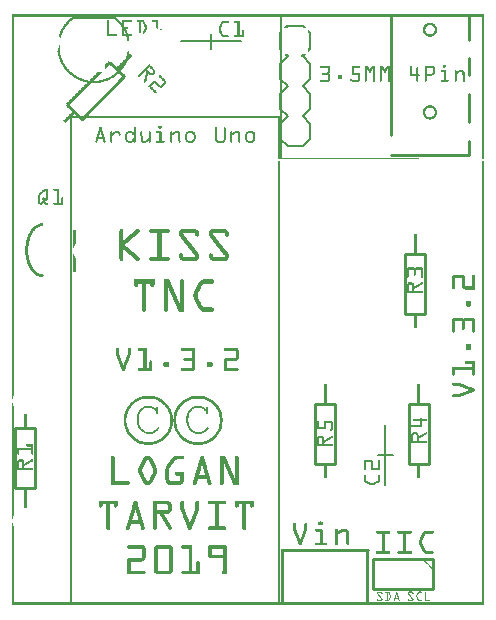
<source format=gto>
G04 MADE WITH FRITZING*
G04 WWW.FRITZING.ORG*
G04 DOUBLE SIDED*
G04 HOLES PLATED*
G04 CONTOUR ON CENTER OF CONTOUR VECTOR*
%ASAXBY*%
%FSLAX23Y23*%
%MOIN*%
%OFA0B0*%
%SFA1.0B1.0*%
%ADD10C,0.008000*%
%ADD11C,0.010000*%
%ADD12C,0.005000*%
%ADD13C,0.007874*%
%ADD14R,0.001000X0.001000*%
%LNSILK1*%
G90*
G70*
G54D10*
X994Y1605D02*
X994Y1555D01*
D02*
X994Y1555D02*
X969Y1530D01*
D02*
X919Y1530D02*
X894Y1555D01*
D02*
X969Y1730D02*
X994Y1705D01*
D02*
X994Y1705D02*
X994Y1655D01*
D02*
X994Y1655D02*
X969Y1630D01*
D02*
X919Y1630D02*
X894Y1655D01*
D02*
X894Y1655D02*
X894Y1705D01*
D02*
X894Y1705D02*
X919Y1730D01*
D02*
X994Y1605D02*
X969Y1630D01*
D02*
X919Y1630D02*
X894Y1605D01*
D02*
X894Y1555D02*
X894Y1605D01*
D02*
X994Y1905D02*
X994Y1855D01*
D02*
X969Y1830D02*
X994Y1805D01*
D02*
X994Y1805D02*
X994Y1755D01*
D02*
X994Y1755D02*
X969Y1730D01*
D02*
X919Y1730D02*
X894Y1755D01*
D02*
X894Y1755D02*
X894Y1805D01*
D02*
X894Y1805D02*
X919Y1830D01*
D02*
X969Y1930D02*
X919Y1930D01*
D02*
X894Y1855D02*
X894Y1905D01*
D02*
X969Y1530D02*
X919Y1530D01*
G54D11*
D02*
X1265Y1960D02*
X1265Y1566D01*
D02*
X1524Y1499D02*
X1265Y1499D01*
D02*
X1524Y1499D02*
X1524Y1547D01*
D02*
X1524Y1704D02*
X1524Y1610D01*
D02*
X1524Y1822D02*
X1524Y1767D01*
D02*
X1524Y1960D02*
X1524Y1885D01*
G54D10*
D02*
X664Y1905D02*
X664Y1880D01*
D02*
X664Y1880D02*
X664Y1855D01*
D02*
X664Y1880D02*
X564Y1880D01*
D02*
X664Y1880D02*
X764Y1880D01*
D02*
X1219Y500D02*
X1244Y500D01*
D02*
X1244Y500D02*
X1269Y500D01*
D02*
X1244Y500D02*
X1244Y400D01*
D02*
X1244Y500D02*
X1244Y600D01*
G54D11*
D02*
X1188Y184D02*
X902Y184D01*
G54D12*
D02*
X902Y8D02*
X1188Y8D01*
G54D11*
D02*
X1077Y670D02*
X1077Y470D01*
D02*
X1077Y470D02*
X1011Y470D01*
D02*
X1011Y470D02*
X1011Y670D01*
D02*
X1011Y670D02*
X1077Y670D01*
D02*
X11Y389D02*
X11Y589D01*
D02*
X11Y589D02*
X77Y589D01*
D02*
X77Y589D02*
X77Y389D01*
D02*
X77Y389D02*
X11Y389D01*
D02*
X1389Y670D02*
X1389Y470D01*
D02*
X1389Y470D02*
X1323Y470D01*
D02*
X1323Y470D02*
X1323Y670D01*
D02*
X1323Y670D02*
X1389Y670D01*
D02*
X1377Y1170D02*
X1377Y970D01*
D02*
X1377Y970D02*
X1311Y970D01*
D02*
X1311Y970D02*
X1311Y1170D01*
D02*
X1311Y1170D02*
X1377Y1170D01*
D02*
X373Y1762D02*
X232Y1620D01*
D02*
X232Y1620D02*
X185Y1667D01*
D02*
X327Y1808D02*
X373Y1762D01*
D02*
X1405Y153D02*
X1205Y153D01*
D02*
X1205Y153D02*
X1205Y53D01*
D02*
X1205Y53D02*
X1405Y53D01*
D02*
X1405Y53D02*
X1405Y153D01*
G54D13*
X344Y1956D02*
X202Y1956D01*
D02*
G54D14*
X0Y1969D02*
X1573Y1969D01*
X0Y1968D02*
X1573Y1968D01*
X0Y1967D02*
X1573Y1967D01*
X0Y1966D02*
X1573Y1966D01*
X0Y1965D02*
X1573Y1965D01*
X0Y1964D02*
X1573Y1964D01*
X0Y1963D02*
X1573Y1963D01*
X0Y1962D02*
X1573Y1962D01*
X0Y1961D02*
X7Y1961D01*
X894Y1961D02*
X901Y1961D01*
X1566Y1961D02*
X1573Y1961D01*
X0Y1960D02*
X7Y1960D01*
X201Y1960D02*
X203Y1960D01*
X894Y1960D02*
X901Y1960D01*
X1566Y1960D02*
X1573Y1960D01*
X0Y1959D02*
X7Y1959D01*
X199Y1959D02*
X204Y1959D01*
X342Y1959D02*
X346Y1959D01*
X894Y1959D02*
X901Y1959D01*
X1566Y1959D02*
X1573Y1959D01*
X0Y1958D02*
X7Y1958D01*
X198Y1958D02*
X205Y1958D01*
X341Y1958D02*
X347Y1958D01*
X894Y1958D02*
X901Y1958D01*
X1566Y1958D02*
X1573Y1958D01*
X0Y1957D02*
X7Y1957D01*
X197Y1957D02*
X205Y1957D01*
X340Y1957D02*
X348Y1957D01*
X894Y1957D02*
X901Y1957D01*
X1566Y1957D02*
X1573Y1957D01*
X0Y1956D02*
X7Y1956D01*
X196Y1956D02*
X205Y1956D01*
X340Y1956D02*
X350Y1956D01*
X894Y1956D02*
X901Y1956D01*
X1566Y1956D02*
X1573Y1956D01*
X0Y1955D02*
X7Y1955D01*
X194Y1955D02*
X205Y1955D01*
X340Y1955D02*
X351Y1955D01*
X894Y1955D02*
X901Y1955D01*
X1566Y1955D02*
X1573Y1955D01*
X0Y1954D02*
X7Y1954D01*
X193Y1954D02*
X204Y1954D01*
X341Y1954D02*
X352Y1954D01*
X894Y1954D02*
X901Y1954D01*
X1566Y1954D02*
X1573Y1954D01*
X0Y1953D02*
X7Y1953D01*
X192Y1953D02*
X203Y1953D01*
X342Y1953D02*
X353Y1953D01*
X894Y1953D02*
X901Y1953D01*
X1566Y1953D02*
X1573Y1953D01*
X0Y1952D02*
X7Y1952D01*
X191Y1952D02*
X202Y1952D01*
X343Y1952D02*
X354Y1952D01*
X894Y1952D02*
X901Y1952D01*
X1566Y1952D02*
X1573Y1952D01*
X0Y1951D02*
X7Y1951D01*
X190Y1951D02*
X201Y1951D01*
X318Y1951D02*
X320Y1951D01*
X344Y1951D02*
X355Y1951D01*
X366Y1951D02*
X398Y1951D01*
X418Y1951D02*
X435Y1951D01*
X468Y1951D02*
X486Y1951D01*
X894Y1951D02*
X901Y1951D01*
X1566Y1951D02*
X1573Y1951D01*
X0Y1950D02*
X7Y1950D01*
X189Y1950D02*
X200Y1950D01*
X317Y1950D02*
X321Y1950D01*
X345Y1950D02*
X356Y1950D01*
X366Y1950D02*
X399Y1950D01*
X417Y1950D02*
X437Y1950D01*
X467Y1950D02*
X486Y1950D01*
X894Y1950D02*
X901Y1950D01*
X1566Y1950D02*
X1573Y1950D01*
X0Y1949D02*
X7Y1949D01*
X188Y1949D02*
X198Y1949D01*
X316Y1949D02*
X322Y1949D01*
X347Y1949D02*
X357Y1949D01*
X366Y1949D02*
X399Y1949D01*
X416Y1949D02*
X438Y1949D01*
X466Y1949D02*
X486Y1949D01*
X894Y1949D02*
X901Y1949D01*
X1566Y1949D02*
X1573Y1949D01*
X0Y1948D02*
X7Y1948D01*
X187Y1948D02*
X197Y1948D01*
X316Y1948D02*
X322Y1948D01*
X348Y1948D02*
X358Y1948D01*
X366Y1948D02*
X400Y1948D01*
X416Y1948D02*
X439Y1948D01*
X466Y1948D02*
X486Y1948D01*
X894Y1948D02*
X901Y1948D01*
X1566Y1948D02*
X1573Y1948D01*
X0Y1947D02*
X7Y1947D01*
X186Y1947D02*
X196Y1947D01*
X316Y1947D02*
X322Y1947D01*
X349Y1947D02*
X359Y1947D01*
X366Y1947D02*
X399Y1947D01*
X416Y1947D02*
X440Y1947D01*
X466Y1947D02*
X486Y1947D01*
X705Y1947D02*
X720Y1947D01*
X741Y1947D02*
X758Y1947D01*
X894Y1947D02*
X901Y1947D01*
X1566Y1947D02*
X1573Y1947D01*
X0Y1946D02*
X7Y1946D01*
X185Y1946D02*
X195Y1946D01*
X316Y1946D02*
X322Y1946D01*
X350Y1946D02*
X360Y1946D01*
X366Y1946D02*
X399Y1946D01*
X417Y1946D02*
X441Y1946D01*
X467Y1946D02*
X486Y1946D01*
X702Y1946D02*
X721Y1946D01*
X740Y1946D02*
X758Y1946D01*
X894Y1946D02*
X901Y1946D01*
X1566Y1946D02*
X1573Y1946D01*
X0Y1945D02*
X7Y1945D01*
X184Y1945D02*
X194Y1945D01*
X316Y1945D02*
X322Y1945D01*
X351Y1945D02*
X361Y1945D01*
X366Y1945D02*
X398Y1945D01*
X418Y1945D02*
X441Y1945D01*
X468Y1945D02*
X486Y1945D01*
X700Y1945D02*
X722Y1945D01*
X739Y1945D02*
X758Y1945D01*
X894Y1945D02*
X901Y1945D01*
X1566Y1945D02*
X1573Y1945D01*
X0Y1944D02*
X7Y1944D01*
X183Y1944D02*
X193Y1944D01*
X316Y1944D02*
X322Y1944D01*
X352Y1944D02*
X362Y1944D01*
X366Y1944D02*
X372Y1944D01*
X423Y1944D02*
X429Y1944D01*
X434Y1944D02*
X442Y1944D01*
X480Y1944D02*
X486Y1944D01*
X699Y1944D02*
X722Y1944D01*
X739Y1944D02*
X758Y1944D01*
X894Y1944D02*
X901Y1944D01*
X1566Y1944D02*
X1573Y1944D01*
X0Y1943D02*
X7Y1943D01*
X182Y1943D02*
X192Y1943D01*
X316Y1943D02*
X322Y1943D01*
X353Y1943D02*
X363Y1943D01*
X366Y1943D02*
X372Y1943D01*
X423Y1943D02*
X429Y1943D01*
X435Y1943D02*
X442Y1943D01*
X480Y1943D02*
X486Y1943D01*
X698Y1943D02*
X722Y1943D01*
X739Y1943D02*
X758Y1943D01*
X894Y1943D02*
X901Y1943D01*
X1566Y1943D02*
X1573Y1943D01*
X0Y1942D02*
X7Y1942D01*
X181Y1942D02*
X191Y1942D01*
X316Y1942D02*
X322Y1942D01*
X354Y1942D02*
X364Y1942D01*
X366Y1942D02*
X372Y1942D01*
X423Y1942D02*
X429Y1942D01*
X436Y1942D02*
X443Y1942D01*
X480Y1942D02*
X486Y1942D01*
X698Y1942D02*
X722Y1942D01*
X739Y1942D02*
X758Y1942D01*
X894Y1942D02*
X901Y1942D01*
X1566Y1942D02*
X1573Y1942D01*
X0Y1941D02*
X7Y1941D01*
X180Y1941D02*
X190Y1941D01*
X316Y1941D02*
X322Y1941D01*
X355Y1941D02*
X372Y1941D01*
X423Y1941D02*
X429Y1941D01*
X436Y1941D02*
X443Y1941D01*
X480Y1941D02*
X486Y1941D01*
X697Y1941D02*
X721Y1941D01*
X740Y1941D02*
X758Y1941D01*
X894Y1941D02*
X901Y1941D01*
X1391Y1941D02*
X1396Y1941D01*
X1566Y1941D02*
X1573Y1941D01*
X0Y1940D02*
X7Y1940D01*
X179Y1940D02*
X189Y1940D01*
X316Y1940D02*
X322Y1940D01*
X356Y1940D02*
X372Y1940D01*
X423Y1940D02*
X429Y1940D01*
X437Y1940D02*
X444Y1940D01*
X480Y1940D02*
X486Y1940D01*
X697Y1940D02*
X705Y1940D01*
X752Y1940D02*
X758Y1940D01*
X894Y1940D02*
X901Y1940D01*
X1387Y1940D02*
X1400Y1940D01*
X1566Y1940D02*
X1573Y1940D01*
X0Y1939D02*
X7Y1939D01*
X179Y1939D02*
X188Y1939D01*
X316Y1939D02*
X322Y1939D01*
X357Y1939D02*
X372Y1939D01*
X423Y1939D02*
X429Y1939D01*
X437Y1939D02*
X444Y1939D01*
X480Y1939D02*
X486Y1939D01*
X696Y1939D02*
X703Y1939D01*
X752Y1939D02*
X758Y1939D01*
X894Y1939D02*
X901Y1939D01*
X1384Y1939D02*
X1402Y1939D01*
X1566Y1939D02*
X1573Y1939D01*
X0Y1938D02*
X7Y1938D01*
X178Y1938D02*
X187Y1938D01*
X316Y1938D02*
X322Y1938D01*
X358Y1938D02*
X372Y1938D01*
X423Y1938D02*
X429Y1938D01*
X438Y1938D02*
X445Y1938D01*
X480Y1938D02*
X486Y1938D01*
X696Y1938D02*
X703Y1938D01*
X752Y1938D02*
X758Y1938D01*
X894Y1938D02*
X901Y1938D01*
X1382Y1938D02*
X1404Y1938D01*
X1566Y1938D02*
X1573Y1938D01*
X0Y1937D02*
X7Y1937D01*
X177Y1937D02*
X186Y1937D01*
X316Y1937D02*
X322Y1937D01*
X359Y1937D02*
X372Y1937D01*
X423Y1937D02*
X429Y1937D01*
X438Y1937D02*
X445Y1937D01*
X480Y1937D02*
X486Y1937D01*
X695Y1937D02*
X702Y1937D01*
X752Y1937D02*
X758Y1937D01*
X894Y1937D02*
X901Y1937D01*
X1380Y1937D02*
X1406Y1937D01*
X1566Y1937D02*
X1573Y1937D01*
X0Y1936D02*
X7Y1936D01*
X176Y1936D02*
X185Y1936D01*
X316Y1936D02*
X322Y1936D01*
X360Y1936D02*
X372Y1936D01*
X423Y1936D02*
X429Y1936D01*
X439Y1936D02*
X446Y1936D01*
X480Y1936D02*
X486Y1936D01*
X695Y1936D02*
X702Y1936D01*
X752Y1936D02*
X758Y1936D01*
X894Y1936D02*
X901Y1936D01*
X1379Y1936D02*
X1407Y1936D01*
X1566Y1936D02*
X1573Y1936D01*
X0Y1935D02*
X7Y1935D01*
X175Y1935D02*
X185Y1935D01*
X316Y1935D02*
X322Y1935D01*
X361Y1935D02*
X372Y1935D01*
X423Y1935D02*
X429Y1935D01*
X439Y1935D02*
X446Y1935D01*
X480Y1935D02*
X486Y1935D01*
X694Y1935D02*
X701Y1935D01*
X752Y1935D02*
X758Y1935D01*
X894Y1935D02*
X901Y1935D01*
X1378Y1935D02*
X1409Y1935D01*
X1566Y1935D02*
X1573Y1935D01*
X0Y1934D02*
X7Y1934D01*
X175Y1934D02*
X184Y1934D01*
X316Y1934D02*
X322Y1934D01*
X361Y1934D02*
X372Y1934D01*
X423Y1934D02*
X429Y1934D01*
X440Y1934D02*
X447Y1934D01*
X480Y1934D02*
X486Y1934D01*
X694Y1934D02*
X701Y1934D01*
X752Y1934D02*
X758Y1934D01*
X894Y1934D02*
X901Y1934D01*
X917Y1934D02*
X920Y1934D01*
X967Y1934D02*
X970Y1934D01*
X1377Y1934D02*
X1410Y1934D01*
X1566Y1934D02*
X1573Y1934D01*
X0Y1933D02*
X7Y1933D01*
X174Y1933D02*
X183Y1933D01*
X316Y1933D02*
X322Y1933D01*
X362Y1933D02*
X372Y1933D01*
X423Y1933D02*
X429Y1933D01*
X440Y1933D02*
X447Y1933D01*
X480Y1933D02*
X486Y1933D01*
X693Y1933D02*
X700Y1933D01*
X752Y1933D02*
X758Y1933D01*
X894Y1933D02*
X901Y1933D01*
X916Y1933D02*
X921Y1933D01*
X966Y1933D02*
X971Y1933D01*
X1376Y1933D02*
X1390Y1933D01*
X1397Y1933D02*
X1411Y1933D01*
X1566Y1933D02*
X1573Y1933D01*
X0Y1932D02*
X7Y1932D01*
X173Y1932D02*
X182Y1932D01*
X316Y1932D02*
X322Y1932D01*
X363Y1932D02*
X372Y1932D01*
X423Y1932D02*
X429Y1932D01*
X441Y1932D02*
X448Y1932D01*
X480Y1932D02*
X486Y1932D01*
X693Y1932D02*
X700Y1932D01*
X752Y1932D02*
X758Y1932D01*
X894Y1932D02*
X901Y1932D01*
X915Y1932D02*
X922Y1932D01*
X965Y1932D02*
X972Y1932D01*
X1375Y1932D02*
X1387Y1932D01*
X1400Y1932D02*
X1411Y1932D01*
X1566Y1932D02*
X1573Y1932D01*
X0Y1931D02*
X7Y1931D01*
X173Y1931D02*
X181Y1931D01*
X316Y1931D02*
X322Y1931D01*
X364Y1931D02*
X372Y1931D01*
X423Y1931D02*
X429Y1931D01*
X441Y1931D02*
X448Y1931D01*
X480Y1931D02*
X486Y1931D01*
X692Y1931D02*
X699Y1931D01*
X752Y1931D02*
X758Y1931D01*
X894Y1931D02*
X901Y1931D01*
X914Y1931D02*
X922Y1931D01*
X965Y1931D02*
X973Y1931D01*
X1374Y1931D02*
X1385Y1931D01*
X1402Y1931D02*
X1412Y1931D01*
X1566Y1931D02*
X1573Y1931D01*
X0Y1930D02*
X7Y1930D01*
X172Y1930D02*
X181Y1930D01*
X316Y1930D02*
X322Y1930D01*
X365Y1930D02*
X373Y1930D01*
X423Y1930D02*
X429Y1930D01*
X442Y1930D02*
X448Y1930D01*
X480Y1930D02*
X486Y1930D01*
X692Y1930D02*
X699Y1930D01*
X752Y1930D02*
X758Y1930D01*
X894Y1930D02*
X901Y1930D01*
X913Y1930D02*
X922Y1930D01*
X965Y1930D02*
X974Y1930D01*
X1374Y1930D02*
X1383Y1930D01*
X1403Y1930D02*
X1413Y1930D01*
X1566Y1930D02*
X1573Y1930D01*
X0Y1929D02*
X7Y1929D01*
X171Y1929D02*
X180Y1929D01*
X316Y1929D02*
X322Y1929D01*
X365Y1929D02*
X374Y1929D01*
X423Y1929D02*
X429Y1929D01*
X442Y1929D02*
X449Y1929D01*
X480Y1929D02*
X486Y1929D01*
X691Y1929D02*
X698Y1929D01*
X752Y1929D02*
X758Y1929D01*
X894Y1929D02*
X901Y1929D01*
X912Y1929D02*
X922Y1929D01*
X965Y1929D02*
X975Y1929D01*
X1373Y1929D02*
X1382Y1929D01*
X1404Y1929D02*
X1413Y1929D01*
X1566Y1929D02*
X1573Y1929D01*
X0Y1928D02*
X7Y1928D01*
X171Y1928D02*
X179Y1928D01*
X316Y1928D02*
X322Y1928D01*
X366Y1928D02*
X382Y1928D01*
X423Y1928D02*
X429Y1928D01*
X443Y1928D02*
X449Y1928D01*
X480Y1928D02*
X486Y1928D01*
X691Y1928D02*
X698Y1928D01*
X752Y1928D02*
X758Y1928D01*
X894Y1928D02*
X901Y1928D01*
X911Y1928D02*
X921Y1928D01*
X966Y1928D02*
X976Y1928D01*
X1373Y1928D02*
X1381Y1928D01*
X1405Y1928D02*
X1414Y1928D01*
X1566Y1928D02*
X1573Y1928D01*
X0Y1927D02*
X7Y1927D01*
X170Y1927D02*
X178Y1927D01*
X316Y1927D02*
X322Y1927D01*
X366Y1927D02*
X385Y1927D01*
X423Y1927D02*
X429Y1927D01*
X443Y1927D02*
X449Y1927D01*
X480Y1927D02*
X486Y1927D01*
X690Y1927D02*
X697Y1927D01*
X752Y1927D02*
X758Y1927D01*
X894Y1927D02*
X901Y1927D01*
X910Y1927D02*
X920Y1927D01*
X967Y1927D02*
X977Y1927D01*
X1372Y1927D02*
X1380Y1927D01*
X1406Y1927D02*
X1414Y1927D01*
X1566Y1927D02*
X1573Y1927D01*
X0Y1926D02*
X7Y1926D01*
X169Y1926D02*
X178Y1926D01*
X316Y1926D02*
X322Y1926D01*
X366Y1926D02*
X385Y1926D01*
X423Y1926D02*
X429Y1926D01*
X443Y1926D02*
X449Y1926D01*
X480Y1926D02*
X486Y1926D01*
X690Y1926D02*
X697Y1926D01*
X752Y1926D02*
X758Y1926D01*
X894Y1926D02*
X901Y1926D01*
X909Y1926D02*
X919Y1926D01*
X968Y1926D02*
X978Y1926D01*
X1372Y1926D02*
X1380Y1926D01*
X1407Y1926D02*
X1415Y1926D01*
X1566Y1926D02*
X1573Y1926D01*
X0Y1925D02*
X7Y1925D01*
X169Y1925D02*
X177Y1925D01*
X316Y1925D02*
X322Y1925D01*
X366Y1925D02*
X386Y1925D01*
X423Y1925D02*
X429Y1925D01*
X443Y1925D02*
X450Y1925D01*
X480Y1925D02*
X486Y1925D01*
X690Y1925D02*
X696Y1925D01*
X752Y1925D02*
X758Y1925D01*
X894Y1925D02*
X901Y1925D01*
X908Y1925D02*
X918Y1925D01*
X969Y1925D02*
X979Y1925D01*
X1371Y1925D02*
X1379Y1925D01*
X1407Y1925D02*
X1415Y1925D01*
X1566Y1925D02*
X1573Y1925D01*
X0Y1924D02*
X7Y1924D01*
X168Y1924D02*
X176Y1924D01*
X316Y1924D02*
X322Y1924D01*
X366Y1924D02*
X386Y1924D01*
X423Y1924D02*
X429Y1924D01*
X443Y1924D02*
X450Y1924D01*
X480Y1924D02*
X486Y1924D01*
X689Y1924D02*
X696Y1924D01*
X752Y1924D02*
X758Y1924D01*
X894Y1924D02*
X901Y1924D01*
X907Y1924D02*
X917Y1924D01*
X970Y1924D02*
X980Y1924D01*
X1371Y1924D02*
X1378Y1924D01*
X1408Y1924D02*
X1415Y1924D01*
X1566Y1924D02*
X1573Y1924D01*
X0Y1923D02*
X7Y1923D01*
X168Y1923D02*
X176Y1923D01*
X316Y1923D02*
X322Y1923D01*
X366Y1923D02*
X385Y1923D01*
X423Y1923D02*
X429Y1923D01*
X443Y1923D02*
X449Y1923D01*
X480Y1923D02*
X486Y1923D01*
X689Y1923D02*
X695Y1923D01*
X752Y1923D02*
X758Y1923D01*
X894Y1923D02*
X901Y1923D01*
X906Y1923D02*
X916Y1923D01*
X971Y1923D02*
X981Y1923D01*
X1371Y1923D02*
X1378Y1923D01*
X1408Y1923D02*
X1416Y1923D01*
X1566Y1923D02*
X1573Y1923D01*
X0Y1922D02*
X7Y1922D01*
X167Y1922D02*
X175Y1922D01*
X316Y1922D02*
X322Y1922D01*
X366Y1922D02*
X385Y1922D01*
X423Y1922D02*
X429Y1922D01*
X443Y1922D02*
X449Y1922D01*
X484Y1922D02*
X486Y1922D01*
X496Y1922D02*
X497Y1922D01*
X689Y1922D02*
X695Y1922D01*
X752Y1922D02*
X758Y1922D01*
X894Y1922D02*
X901Y1922D01*
X1371Y1922D02*
X1378Y1922D01*
X1409Y1922D02*
X1416Y1922D01*
X1566Y1922D02*
X1573Y1922D01*
X0Y1921D02*
X7Y1921D01*
X166Y1921D02*
X174Y1921D01*
X316Y1921D02*
X322Y1921D01*
X366Y1921D02*
X379Y1921D01*
X423Y1921D02*
X429Y1921D01*
X443Y1921D02*
X449Y1921D01*
X494Y1921D02*
X498Y1921D01*
X689Y1921D02*
X695Y1921D01*
X752Y1921D02*
X758Y1921D01*
X894Y1921D02*
X901Y1921D01*
X1370Y1921D02*
X1377Y1921D01*
X1409Y1921D02*
X1416Y1921D01*
X1566Y1921D02*
X1573Y1921D01*
X0Y1920D02*
X7Y1920D01*
X166Y1920D02*
X174Y1920D01*
X316Y1920D02*
X322Y1920D01*
X366Y1920D02*
X379Y1920D01*
X423Y1920D02*
X429Y1920D01*
X442Y1920D02*
X449Y1920D01*
X494Y1920D02*
X499Y1920D01*
X689Y1920D02*
X695Y1920D01*
X752Y1920D02*
X758Y1920D01*
X894Y1920D02*
X901Y1920D01*
X1370Y1920D02*
X1377Y1920D01*
X1409Y1920D02*
X1416Y1920D01*
X1566Y1920D02*
X1573Y1920D01*
X0Y1919D02*
X7Y1919D01*
X165Y1919D02*
X173Y1919D01*
X316Y1919D02*
X322Y1919D01*
X366Y1919D02*
X380Y1919D01*
X423Y1919D02*
X429Y1919D01*
X442Y1919D02*
X448Y1919D01*
X494Y1919D02*
X499Y1919D01*
X689Y1919D02*
X695Y1919D01*
X752Y1919D02*
X758Y1919D01*
X894Y1919D02*
X901Y1919D01*
X1370Y1919D02*
X1377Y1919D01*
X1409Y1919D02*
X1416Y1919D01*
X1566Y1919D02*
X1573Y1919D01*
X0Y1918D02*
X7Y1918D01*
X165Y1918D02*
X173Y1918D01*
X316Y1918D02*
X322Y1918D01*
X366Y1918D02*
X380Y1918D01*
X423Y1918D02*
X429Y1918D01*
X441Y1918D02*
X448Y1918D01*
X494Y1918D02*
X500Y1918D01*
X689Y1918D02*
X695Y1918D01*
X752Y1918D02*
X758Y1918D01*
X894Y1918D02*
X901Y1918D01*
X986Y1918D02*
X986Y1918D01*
X1370Y1918D02*
X1377Y1918D01*
X1409Y1918D02*
X1416Y1918D01*
X1566Y1918D02*
X1573Y1918D01*
X0Y1917D02*
X7Y1917D01*
X164Y1917D02*
X172Y1917D01*
X316Y1917D02*
X322Y1917D01*
X366Y1917D02*
X381Y1917D01*
X423Y1917D02*
X429Y1917D01*
X441Y1917D02*
X448Y1917D01*
X496Y1917D02*
X500Y1917D01*
X689Y1917D02*
X695Y1917D01*
X752Y1917D02*
X758Y1917D01*
X768Y1917D02*
X771Y1917D01*
X894Y1917D02*
X901Y1917D01*
X986Y1917D02*
X987Y1917D01*
X1370Y1917D02*
X1377Y1917D01*
X1409Y1917D02*
X1416Y1917D01*
X1566Y1917D02*
X1573Y1917D01*
X0Y1916D02*
X7Y1916D01*
X164Y1916D02*
X172Y1916D01*
X316Y1916D02*
X322Y1916D01*
X366Y1916D02*
X372Y1916D01*
X374Y1916D02*
X381Y1916D01*
X423Y1916D02*
X429Y1916D01*
X440Y1916D02*
X447Y1916D01*
X498Y1916D02*
X500Y1916D01*
X689Y1916D02*
X696Y1916D01*
X752Y1916D02*
X758Y1916D01*
X767Y1916D02*
X772Y1916D01*
X894Y1916D02*
X901Y1916D01*
X986Y1916D02*
X988Y1916D01*
X1370Y1916D02*
X1377Y1916D01*
X1409Y1916D02*
X1416Y1916D01*
X1566Y1916D02*
X1573Y1916D01*
X0Y1915D02*
X7Y1915D01*
X163Y1915D02*
X171Y1915D01*
X316Y1915D02*
X322Y1915D01*
X366Y1915D02*
X372Y1915D01*
X374Y1915D02*
X382Y1915D01*
X423Y1915D02*
X429Y1915D01*
X440Y1915D02*
X447Y1915D01*
X499Y1915D02*
X500Y1915D01*
X690Y1915D02*
X696Y1915D01*
X752Y1915D02*
X758Y1915D01*
X766Y1915D02*
X772Y1915D01*
X894Y1915D02*
X901Y1915D01*
X986Y1915D02*
X989Y1915D01*
X1370Y1915D02*
X1377Y1915D01*
X1409Y1915D02*
X1416Y1915D01*
X1566Y1915D02*
X1573Y1915D01*
X0Y1914D02*
X7Y1914D01*
X163Y1914D02*
X171Y1914D01*
X316Y1914D02*
X322Y1914D01*
X366Y1914D02*
X372Y1914D01*
X375Y1914D02*
X382Y1914D01*
X423Y1914D02*
X429Y1914D01*
X439Y1914D02*
X446Y1914D01*
X500Y1914D02*
X500Y1914D01*
X690Y1914D02*
X697Y1914D01*
X752Y1914D02*
X758Y1914D01*
X766Y1914D02*
X772Y1914D01*
X894Y1914D02*
X901Y1914D01*
X986Y1914D02*
X990Y1914D01*
X1370Y1914D02*
X1378Y1914D01*
X1409Y1914D02*
X1416Y1914D01*
X1566Y1914D02*
X1573Y1914D01*
X0Y1913D02*
X7Y1913D01*
X162Y1913D02*
X170Y1913D01*
X316Y1913D02*
X322Y1913D01*
X366Y1913D02*
X372Y1913D01*
X375Y1913D02*
X383Y1913D01*
X423Y1913D02*
X429Y1913D01*
X439Y1913D02*
X446Y1913D01*
X690Y1913D02*
X697Y1913D01*
X752Y1913D02*
X758Y1913D01*
X766Y1913D02*
X772Y1913D01*
X894Y1913D02*
X901Y1913D01*
X986Y1913D02*
X991Y1913D01*
X1371Y1913D02*
X1378Y1913D01*
X1409Y1913D02*
X1416Y1913D01*
X1566Y1913D02*
X1573Y1913D01*
X0Y1912D02*
X7Y1912D01*
X162Y1912D02*
X169Y1912D01*
X316Y1912D02*
X322Y1912D01*
X366Y1912D02*
X372Y1912D01*
X376Y1912D02*
X383Y1912D01*
X423Y1912D02*
X429Y1912D01*
X438Y1912D02*
X445Y1912D01*
X691Y1912D02*
X698Y1912D01*
X752Y1912D02*
X758Y1912D01*
X766Y1912D02*
X772Y1912D01*
X894Y1912D02*
X901Y1912D01*
X986Y1912D02*
X992Y1912D01*
X1371Y1912D02*
X1378Y1912D01*
X1408Y1912D02*
X1416Y1912D01*
X1566Y1912D02*
X1573Y1912D01*
X0Y1911D02*
X7Y1911D01*
X161Y1911D02*
X169Y1911D01*
X316Y1911D02*
X322Y1911D01*
X366Y1911D02*
X372Y1911D01*
X376Y1911D02*
X384Y1911D01*
X423Y1911D02*
X429Y1911D01*
X438Y1911D02*
X444Y1911D01*
X691Y1911D02*
X698Y1911D01*
X752Y1911D02*
X758Y1911D01*
X766Y1911D02*
X772Y1911D01*
X894Y1911D02*
X901Y1911D01*
X986Y1911D02*
X993Y1911D01*
X1371Y1911D02*
X1379Y1911D01*
X1408Y1911D02*
X1415Y1911D01*
X1566Y1911D02*
X1573Y1911D01*
X0Y1910D02*
X7Y1910D01*
X161Y1910D02*
X169Y1910D01*
X316Y1910D02*
X322Y1910D01*
X366Y1910D02*
X372Y1910D01*
X377Y1910D02*
X384Y1910D01*
X423Y1910D02*
X429Y1910D01*
X437Y1910D02*
X443Y1910D01*
X692Y1910D02*
X699Y1910D01*
X752Y1910D02*
X758Y1910D01*
X766Y1910D02*
X772Y1910D01*
X893Y1910D02*
X901Y1910D01*
X986Y1910D02*
X994Y1910D01*
X1372Y1910D02*
X1379Y1910D01*
X1407Y1910D02*
X1415Y1910D01*
X1566Y1910D02*
X1573Y1910D01*
X0Y1909D02*
X7Y1909D01*
X161Y1909D02*
X168Y1909D01*
X316Y1909D02*
X322Y1909D01*
X366Y1909D02*
X372Y1909D01*
X377Y1909D02*
X384Y1909D01*
X423Y1909D02*
X429Y1909D01*
X437Y1909D02*
X442Y1909D01*
X692Y1909D02*
X699Y1909D01*
X752Y1909D02*
X758Y1909D01*
X766Y1909D02*
X772Y1909D01*
X892Y1909D02*
X901Y1909D01*
X986Y1909D02*
X995Y1909D01*
X1372Y1909D02*
X1380Y1909D01*
X1407Y1909D02*
X1415Y1909D01*
X1566Y1909D02*
X1573Y1909D01*
X0Y1908D02*
X7Y1908D01*
X160Y1908D02*
X168Y1908D01*
X316Y1908D02*
X322Y1908D01*
X366Y1908D02*
X372Y1908D01*
X377Y1908D02*
X385Y1908D01*
X423Y1908D02*
X429Y1908D01*
X436Y1908D02*
X441Y1908D01*
X693Y1908D02*
X700Y1908D01*
X752Y1908D02*
X758Y1908D01*
X766Y1908D02*
X772Y1908D01*
X891Y1908D02*
X901Y1908D01*
X986Y1908D02*
X996Y1908D01*
X1372Y1908D02*
X1381Y1908D01*
X1406Y1908D02*
X1414Y1908D01*
X1566Y1908D02*
X1573Y1908D01*
X0Y1907D02*
X7Y1907D01*
X160Y1907D02*
X167Y1907D01*
X316Y1907D02*
X322Y1907D01*
X366Y1907D02*
X372Y1907D01*
X378Y1907D02*
X385Y1907D01*
X423Y1907D02*
X429Y1907D01*
X436Y1907D02*
X440Y1907D01*
X693Y1907D02*
X700Y1907D01*
X752Y1907D02*
X758Y1907D01*
X766Y1907D02*
X772Y1907D01*
X890Y1907D02*
X901Y1907D01*
X987Y1907D02*
X997Y1907D01*
X1373Y1907D02*
X1381Y1907D01*
X1405Y1907D02*
X1414Y1907D01*
X1566Y1907D02*
X1573Y1907D01*
X0Y1906D02*
X7Y1906D01*
X159Y1906D02*
X167Y1906D01*
X316Y1906D02*
X322Y1906D01*
X366Y1906D02*
X372Y1906D01*
X378Y1906D02*
X386Y1906D01*
X423Y1906D02*
X429Y1906D01*
X435Y1906D02*
X439Y1906D01*
X694Y1906D02*
X701Y1906D01*
X752Y1906D02*
X758Y1906D01*
X766Y1906D02*
X772Y1906D01*
X890Y1906D02*
X901Y1906D01*
X988Y1906D02*
X997Y1906D01*
X1373Y1906D02*
X1382Y1906D01*
X1404Y1906D02*
X1413Y1906D01*
X1566Y1906D02*
X1573Y1906D01*
X0Y1905D02*
X7Y1905D01*
X159Y1905D02*
X166Y1905D01*
X316Y1905D02*
X322Y1905D01*
X366Y1905D02*
X372Y1905D01*
X379Y1905D02*
X386Y1905D01*
X436Y1905D02*
X439Y1905D01*
X694Y1905D02*
X701Y1905D01*
X752Y1905D02*
X758Y1905D01*
X766Y1905D02*
X772Y1905D01*
X890Y1905D02*
X901Y1905D01*
X989Y1905D02*
X997Y1905D01*
X1374Y1905D02*
X1384Y1905D01*
X1403Y1905D02*
X1413Y1905D01*
X1566Y1905D02*
X1573Y1905D01*
X0Y1904D02*
X7Y1904D01*
X159Y1904D02*
X166Y1904D01*
X316Y1904D02*
X348Y1904D01*
X366Y1904D02*
X398Y1904D01*
X695Y1904D02*
X702Y1904D01*
X752Y1904D02*
X758Y1904D01*
X766Y1904D02*
X772Y1904D01*
X890Y1904D02*
X901Y1904D01*
X990Y1904D02*
X997Y1904D01*
X1375Y1904D02*
X1385Y1904D01*
X1401Y1904D02*
X1412Y1904D01*
X1566Y1904D02*
X1573Y1904D01*
X0Y1903D02*
X7Y1903D01*
X158Y1903D02*
X166Y1903D01*
X316Y1903D02*
X349Y1903D01*
X366Y1903D02*
X399Y1903D01*
X695Y1903D02*
X702Y1903D01*
X752Y1903D02*
X758Y1903D01*
X766Y1903D02*
X772Y1903D01*
X891Y1903D02*
X901Y1903D01*
X991Y1903D02*
X996Y1903D01*
X1375Y1903D02*
X1387Y1903D01*
X1399Y1903D02*
X1411Y1903D01*
X1566Y1903D02*
X1573Y1903D01*
X0Y1902D02*
X7Y1902D01*
X158Y1902D02*
X165Y1902D01*
X316Y1902D02*
X349Y1902D01*
X366Y1902D02*
X399Y1902D01*
X696Y1902D02*
X703Y1902D01*
X752Y1902D02*
X758Y1902D01*
X766Y1902D02*
X772Y1902D01*
X892Y1902D02*
X901Y1902D01*
X992Y1902D02*
X994Y1902D01*
X1376Y1902D02*
X1410Y1902D01*
X1566Y1902D02*
X1573Y1902D01*
X0Y1901D02*
X7Y1901D01*
X158Y1901D02*
X165Y1901D01*
X316Y1901D02*
X350Y1901D01*
X366Y1901D02*
X400Y1901D01*
X696Y1901D02*
X703Y1901D01*
X752Y1901D02*
X758Y1901D01*
X766Y1901D02*
X772Y1901D01*
X894Y1901D02*
X901Y1901D01*
X1377Y1901D02*
X1409Y1901D01*
X1566Y1901D02*
X1573Y1901D01*
X0Y1900D02*
X7Y1900D01*
X157Y1900D02*
X164Y1900D01*
X316Y1900D02*
X349Y1900D01*
X366Y1900D02*
X399Y1900D01*
X697Y1900D02*
X719Y1900D01*
X742Y1900D02*
X772Y1900D01*
X894Y1900D02*
X901Y1900D01*
X1378Y1900D02*
X1408Y1900D01*
X1566Y1900D02*
X1573Y1900D01*
X0Y1899D02*
X7Y1899D01*
X157Y1899D02*
X164Y1899D01*
X316Y1899D02*
X349Y1899D01*
X366Y1899D02*
X399Y1899D01*
X697Y1899D02*
X721Y1899D01*
X740Y1899D02*
X772Y1899D01*
X894Y1899D02*
X901Y1899D01*
X1379Y1899D02*
X1407Y1899D01*
X1566Y1899D02*
X1573Y1899D01*
X0Y1898D02*
X7Y1898D01*
X157Y1898D02*
X164Y1898D01*
X316Y1898D02*
X348Y1898D01*
X366Y1898D02*
X398Y1898D01*
X698Y1898D02*
X722Y1898D01*
X739Y1898D02*
X772Y1898D01*
X894Y1898D02*
X901Y1898D01*
X1381Y1898D02*
X1406Y1898D01*
X1566Y1898D02*
X1573Y1898D01*
X0Y1897D02*
X7Y1897D01*
X157Y1897D02*
X163Y1897D01*
X382Y1897D02*
X389Y1897D01*
X699Y1897D02*
X722Y1897D01*
X739Y1897D02*
X772Y1897D01*
X894Y1897D02*
X901Y1897D01*
X1383Y1897D02*
X1404Y1897D01*
X1566Y1897D02*
X1573Y1897D01*
X0Y1896D02*
X7Y1896D01*
X158Y1896D02*
X163Y1896D01*
X382Y1896D02*
X389Y1896D01*
X700Y1896D02*
X722Y1896D01*
X739Y1896D02*
X772Y1896D01*
X894Y1896D02*
X901Y1896D01*
X1385Y1896D02*
X1402Y1896D01*
X1566Y1896D02*
X1573Y1896D01*
X0Y1895D02*
X7Y1895D01*
X158Y1895D02*
X163Y1895D01*
X382Y1895D02*
X389Y1895D01*
X701Y1895D02*
X722Y1895D01*
X739Y1895D02*
X772Y1895D01*
X894Y1895D02*
X901Y1895D01*
X1388Y1895D02*
X1399Y1895D01*
X1566Y1895D02*
X1573Y1895D01*
X0Y1894D02*
X7Y1894D01*
X158Y1894D02*
X162Y1894D01*
X383Y1894D02*
X390Y1894D01*
X703Y1894D02*
X721Y1894D01*
X740Y1894D02*
X771Y1894D01*
X894Y1894D02*
X901Y1894D01*
X1566Y1894D02*
X1573Y1894D01*
X0Y1893D02*
X7Y1893D01*
X158Y1893D02*
X162Y1893D01*
X383Y1893D02*
X390Y1893D01*
X894Y1893D02*
X901Y1893D01*
X1566Y1893D02*
X1573Y1893D01*
X0Y1892D02*
X7Y1892D01*
X159Y1892D02*
X162Y1892D01*
X383Y1892D02*
X390Y1892D01*
X894Y1892D02*
X901Y1892D01*
X1566Y1892D02*
X1573Y1892D01*
X0Y1891D02*
X7Y1891D01*
X159Y1891D02*
X162Y1891D01*
X383Y1891D02*
X390Y1891D01*
X894Y1891D02*
X901Y1891D01*
X1566Y1891D02*
X1573Y1891D01*
X0Y1890D02*
X7Y1890D01*
X159Y1890D02*
X161Y1890D01*
X384Y1890D02*
X391Y1890D01*
X894Y1890D02*
X901Y1890D01*
X1566Y1890D02*
X1573Y1890D01*
X0Y1889D02*
X7Y1889D01*
X159Y1889D02*
X161Y1889D01*
X384Y1889D02*
X391Y1889D01*
X894Y1889D02*
X901Y1889D01*
X1566Y1889D02*
X1573Y1889D01*
X0Y1888D02*
X7Y1888D01*
X159Y1888D02*
X161Y1888D01*
X384Y1888D02*
X391Y1888D01*
X894Y1888D02*
X901Y1888D01*
X1566Y1888D02*
X1573Y1888D01*
X0Y1887D02*
X7Y1887D01*
X159Y1887D02*
X161Y1887D01*
X384Y1887D02*
X391Y1887D01*
X894Y1887D02*
X901Y1887D01*
X1566Y1887D02*
X1573Y1887D01*
X0Y1886D02*
X7Y1886D01*
X160Y1886D02*
X160Y1886D01*
X385Y1886D02*
X390Y1886D01*
X894Y1886D02*
X901Y1886D01*
X1566Y1886D02*
X1573Y1886D01*
X0Y1885D02*
X7Y1885D01*
X160Y1885D02*
X160Y1885D01*
X385Y1885D02*
X390Y1885D01*
X894Y1885D02*
X901Y1885D01*
X1566Y1885D02*
X1573Y1885D01*
X0Y1884D02*
X7Y1884D01*
X160Y1884D02*
X160Y1884D01*
X385Y1884D02*
X389Y1884D01*
X894Y1884D02*
X901Y1884D01*
X1566Y1884D02*
X1573Y1884D01*
X0Y1883D02*
X7Y1883D01*
X160Y1883D02*
X160Y1883D01*
X385Y1883D02*
X388Y1883D01*
X894Y1883D02*
X901Y1883D01*
X1566Y1883D02*
X1573Y1883D01*
X0Y1882D02*
X7Y1882D01*
X160Y1882D02*
X160Y1882D01*
X385Y1882D02*
X388Y1882D01*
X894Y1882D02*
X901Y1882D01*
X1566Y1882D02*
X1573Y1882D01*
X0Y1881D02*
X7Y1881D01*
X385Y1881D02*
X387Y1881D01*
X894Y1881D02*
X901Y1881D01*
X1566Y1881D02*
X1573Y1881D01*
X0Y1880D02*
X7Y1880D01*
X386Y1880D02*
X387Y1880D01*
X894Y1880D02*
X901Y1880D01*
X1566Y1880D02*
X1573Y1880D01*
X0Y1879D02*
X7Y1879D01*
X386Y1879D02*
X387Y1879D01*
X894Y1879D02*
X901Y1879D01*
X1566Y1879D02*
X1573Y1879D01*
X0Y1878D02*
X7Y1878D01*
X386Y1878D02*
X386Y1878D01*
X894Y1878D02*
X901Y1878D01*
X1566Y1878D02*
X1573Y1878D01*
X0Y1877D02*
X7Y1877D01*
X386Y1877D02*
X386Y1877D01*
X894Y1877D02*
X901Y1877D01*
X1566Y1877D02*
X1573Y1877D01*
X0Y1876D02*
X7Y1876D01*
X386Y1876D02*
X386Y1876D01*
X894Y1876D02*
X901Y1876D01*
X1566Y1876D02*
X1573Y1876D01*
X0Y1875D02*
X7Y1875D01*
X894Y1875D02*
X901Y1875D01*
X1566Y1875D02*
X1573Y1875D01*
X0Y1874D02*
X7Y1874D01*
X894Y1874D02*
X901Y1874D01*
X1566Y1874D02*
X1573Y1874D01*
X0Y1873D02*
X7Y1873D01*
X894Y1873D02*
X901Y1873D01*
X1566Y1873D02*
X1573Y1873D01*
X0Y1872D02*
X7Y1872D01*
X894Y1872D02*
X901Y1872D01*
X1566Y1872D02*
X1573Y1872D01*
X0Y1871D02*
X7Y1871D01*
X894Y1871D02*
X901Y1871D01*
X1566Y1871D02*
X1573Y1871D01*
X0Y1870D02*
X7Y1870D01*
X894Y1870D02*
X901Y1870D01*
X1566Y1870D02*
X1573Y1870D01*
X0Y1869D02*
X7Y1869D01*
X894Y1869D02*
X901Y1869D01*
X1566Y1869D02*
X1573Y1869D01*
X0Y1868D02*
X7Y1868D01*
X894Y1868D02*
X901Y1868D01*
X1566Y1868D02*
X1573Y1868D01*
X0Y1867D02*
X7Y1867D01*
X894Y1867D02*
X901Y1867D01*
X1566Y1867D02*
X1573Y1867D01*
X0Y1866D02*
X7Y1866D01*
X894Y1866D02*
X901Y1866D01*
X1566Y1866D02*
X1573Y1866D01*
X0Y1865D02*
X7Y1865D01*
X158Y1865D02*
X158Y1865D01*
X894Y1865D02*
X901Y1865D01*
X1566Y1865D02*
X1573Y1865D01*
X0Y1864D02*
X7Y1864D01*
X158Y1864D02*
X158Y1864D01*
X894Y1864D02*
X901Y1864D01*
X1566Y1864D02*
X1573Y1864D01*
X0Y1863D02*
X7Y1863D01*
X158Y1863D02*
X158Y1863D01*
X894Y1863D02*
X901Y1863D01*
X1566Y1863D02*
X1573Y1863D01*
X0Y1862D02*
X7Y1862D01*
X158Y1862D02*
X158Y1862D01*
X894Y1862D02*
X901Y1862D01*
X1566Y1862D02*
X1573Y1862D01*
X0Y1861D02*
X7Y1861D01*
X157Y1861D02*
X158Y1861D01*
X894Y1861D02*
X901Y1861D01*
X1566Y1861D02*
X1573Y1861D01*
X0Y1860D02*
X7Y1860D01*
X157Y1860D02*
X158Y1860D01*
X894Y1860D02*
X901Y1860D01*
X1566Y1860D02*
X1573Y1860D01*
X0Y1859D02*
X7Y1859D01*
X157Y1859D02*
X158Y1859D01*
X892Y1859D02*
X901Y1859D01*
X992Y1859D02*
X995Y1859D01*
X1566Y1859D02*
X1573Y1859D01*
X0Y1858D02*
X7Y1858D01*
X157Y1858D02*
X158Y1858D01*
X891Y1858D02*
X901Y1858D01*
X991Y1858D02*
X996Y1858D01*
X1566Y1858D02*
X1573Y1858D01*
X0Y1857D02*
X7Y1857D01*
X156Y1857D02*
X158Y1857D01*
X890Y1857D02*
X901Y1857D01*
X990Y1857D02*
X997Y1857D01*
X1566Y1857D02*
X1573Y1857D01*
X0Y1856D02*
X7Y1856D01*
X156Y1856D02*
X158Y1856D01*
X890Y1856D02*
X901Y1856D01*
X989Y1856D02*
X997Y1856D01*
X1566Y1856D02*
X1573Y1856D01*
X0Y1855D02*
X7Y1855D01*
X155Y1855D02*
X158Y1855D01*
X890Y1855D02*
X901Y1855D01*
X988Y1855D02*
X997Y1855D01*
X1566Y1855D02*
X1573Y1855D01*
X0Y1854D02*
X7Y1854D01*
X155Y1854D02*
X158Y1854D01*
X890Y1854D02*
X901Y1854D01*
X987Y1854D02*
X997Y1854D01*
X1566Y1854D02*
X1573Y1854D01*
X0Y1853D02*
X7Y1853D01*
X155Y1853D02*
X158Y1853D01*
X891Y1853D02*
X901Y1853D01*
X986Y1853D02*
X996Y1853D01*
X1566Y1853D02*
X1573Y1853D01*
X0Y1852D02*
X7Y1852D01*
X154Y1852D02*
X158Y1852D01*
X892Y1852D02*
X901Y1852D01*
X986Y1852D02*
X995Y1852D01*
X1566Y1852D02*
X1573Y1852D01*
X0Y1851D02*
X7Y1851D01*
X154Y1851D02*
X158Y1851D01*
X893Y1851D02*
X901Y1851D01*
X986Y1851D02*
X994Y1851D01*
X1566Y1851D02*
X1573Y1851D01*
X0Y1850D02*
X7Y1850D01*
X153Y1850D02*
X159Y1850D01*
X894Y1850D02*
X901Y1850D01*
X986Y1850D02*
X993Y1850D01*
X1566Y1850D02*
X1573Y1850D01*
X0Y1849D02*
X7Y1849D01*
X153Y1849D02*
X159Y1849D01*
X386Y1849D02*
X386Y1849D01*
X894Y1849D02*
X901Y1849D01*
X986Y1849D02*
X992Y1849D01*
X1566Y1849D02*
X1573Y1849D01*
X0Y1848D02*
X7Y1848D01*
X152Y1848D02*
X159Y1848D01*
X386Y1848D02*
X387Y1848D01*
X894Y1848D02*
X901Y1848D01*
X986Y1848D02*
X991Y1848D01*
X1566Y1848D02*
X1573Y1848D01*
X0Y1847D02*
X7Y1847D01*
X152Y1847D02*
X159Y1847D01*
X386Y1847D02*
X387Y1847D01*
X894Y1847D02*
X901Y1847D01*
X986Y1847D02*
X990Y1847D01*
X1566Y1847D02*
X1573Y1847D01*
X0Y1846D02*
X7Y1846D01*
X152Y1846D02*
X159Y1846D01*
X386Y1846D02*
X387Y1846D01*
X894Y1846D02*
X901Y1846D01*
X986Y1846D02*
X989Y1846D01*
X1566Y1846D02*
X1573Y1846D01*
X0Y1845D02*
X7Y1845D01*
X152Y1845D02*
X159Y1845D01*
X386Y1845D02*
X388Y1845D01*
X894Y1845D02*
X901Y1845D01*
X986Y1845D02*
X988Y1845D01*
X1566Y1845D02*
X1573Y1845D01*
X0Y1844D02*
X7Y1844D01*
X152Y1844D02*
X159Y1844D01*
X386Y1844D02*
X388Y1844D01*
X894Y1844D02*
X901Y1844D01*
X986Y1844D02*
X987Y1844D01*
X1566Y1844D02*
X1573Y1844D01*
X0Y1843D02*
X7Y1843D01*
X153Y1843D02*
X159Y1843D01*
X386Y1843D02*
X389Y1843D01*
X894Y1843D02*
X901Y1843D01*
X986Y1843D02*
X986Y1843D01*
X1566Y1843D02*
X1573Y1843D01*
X0Y1842D02*
X7Y1842D01*
X153Y1842D02*
X160Y1842D01*
X385Y1842D02*
X390Y1842D01*
X894Y1842D02*
X901Y1842D01*
X1566Y1842D02*
X1573Y1842D01*
X0Y1841D02*
X7Y1841D01*
X153Y1841D02*
X160Y1841D01*
X385Y1841D02*
X390Y1841D01*
X894Y1841D02*
X901Y1841D01*
X1566Y1841D02*
X1573Y1841D01*
X0Y1840D02*
X7Y1840D01*
X153Y1840D02*
X160Y1840D01*
X385Y1840D02*
X391Y1840D01*
X894Y1840D02*
X901Y1840D01*
X1566Y1840D02*
X1573Y1840D01*
X0Y1839D02*
X7Y1839D01*
X153Y1839D02*
X160Y1839D01*
X385Y1839D02*
X391Y1839D01*
X894Y1839D02*
X901Y1839D01*
X1566Y1839D02*
X1573Y1839D01*
X0Y1838D02*
X7Y1838D01*
X153Y1838D02*
X160Y1838D01*
X385Y1838D02*
X392Y1838D01*
X894Y1838D02*
X901Y1838D01*
X906Y1838D02*
X916Y1838D01*
X971Y1838D02*
X981Y1838D01*
X1566Y1838D02*
X1573Y1838D01*
X0Y1837D02*
X7Y1837D01*
X154Y1837D02*
X161Y1837D01*
X384Y1837D02*
X391Y1837D01*
X894Y1837D02*
X901Y1837D01*
X907Y1837D02*
X917Y1837D01*
X970Y1837D02*
X980Y1837D01*
X1566Y1837D02*
X1573Y1837D01*
X0Y1836D02*
X7Y1836D01*
X154Y1836D02*
X161Y1836D01*
X384Y1836D02*
X391Y1836D01*
X393Y1836D02*
X394Y1836D01*
X894Y1836D02*
X901Y1836D01*
X908Y1836D02*
X918Y1836D01*
X969Y1836D02*
X979Y1836D01*
X1566Y1836D02*
X1573Y1836D01*
X0Y1835D02*
X7Y1835D01*
X154Y1835D02*
X161Y1835D01*
X384Y1835D02*
X395Y1835D01*
X894Y1835D02*
X901Y1835D01*
X909Y1835D02*
X919Y1835D01*
X968Y1835D02*
X978Y1835D01*
X1566Y1835D02*
X1573Y1835D01*
X0Y1834D02*
X7Y1834D01*
X154Y1834D02*
X161Y1834D01*
X384Y1834D02*
X396Y1834D01*
X894Y1834D02*
X901Y1834D01*
X910Y1834D02*
X920Y1834D01*
X967Y1834D02*
X977Y1834D01*
X1566Y1834D02*
X1573Y1834D01*
X0Y1833D02*
X7Y1833D01*
X155Y1833D02*
X162Y1833D01*
X384Y1833D02*
X397Y1833D01*
X894Y1833D02*
X901Y1833D01*
X911Y1833D02*
X921Y1833D01*
X966Y1833D02*
X976Y1833D01*
X1566Y1833D02*
X1573Y1833D01*
X0Y1832D02*
X7Y1832D01*
X155Y1832D02*
X162Y1832D01*
X383Y1832D02*
X398Y1832D01*
X894Y1832D02*
X901Y1832D01*
X912Y1832D02*
X922Y1832D01*
X965Y1832D02*
X975Y1832D01*
X1566Y1832D02*
X1573Y1832D01*
X0Y1831D02*
X7Y1831D01*
X155Y1831D02*
X162Y1831D01*
X383Y1831D02*
X399Y1831D01*
X894Y1831D02*
X901Y1831D01*
X913Y1831D02*
X922Y1831D01*
X965Y1831D02*
X974Y1831D01*
X1566Y1831D02*
X1573Y1831D01*
X0Y1830D02*
X7Y1830D01*
X155Y1830D02*
X162Y1830D01*
X383Y1830D02*
X400Y1830D01*
X894Y1830D02*
X901Y1830D01*
X914Y1830D02*
X922Y1830D01*
X965Y1830D02*
X973Y1830D01*
X1566Y1830D02*
X1573Y1830D01*
X0Y1829D02*
X7Y1829D01*
X156Y1829D02*
X163Y1829D01*
X382Y1829D02*
X399Y1829D01*
X894Y1829D02*
X901Y1829D01*
X915Y1829D02*
X922Y1829D01*
X965Y1829D02*
X972Y1829D01*
X1566Y1829D02*
X1573Y1829D01*
X0Y1828D02*
X7Y1828D01*
X156Y1828D02*
X163Y1828D01*
X382Y1828D02*
X398Y1828D01*
X894Y1828D02*
X901Y1828D01*
X916Y1828D02*
X921Y1828D01*
X966Y1828D02*
X971Y1828D01*
X1566Y1828D02*
X1573Y1828D01*
X0Y1827D02*
X7Y1827D01*
X156Y1827D02*
X163Y1827D01*
X382Y1827D02*
X397Y1827D01*
X894Y1827D02*
X901Y1827D01*
X917Y1827D02*
X920Y1827D01*
X967Y1827D02*
X969Y1827D01*
X1566Y1827D02*
X1573Y1827D01*
X0Y1826D02*
X7Y1826D01*
X156Y1826D02*
X164Y1826D01*
X381Y1826D02*
X396Y1826D01*
X894Y1826D02*
X901Y1826D01*
X1566Y1826D02*
X1573Y1826D01*
X0Y1825D02*
X7Y1825D01*
X157Y1825D02*
X164Y1825D01*
X381Y1825D02*
X395Y1825D01*
X894Y1825D02*
X901Y1825D01*
X1566Y1825D02*
X1573Y1825D01*
X0Y1824D02*
X7Y1824D01*
X157Y1824D02*
X164Y1824D01*
X381Y1824D02*
X394Y1824D01*
X894Y1824D02*
X901Y1824D01*
X1566Y1824D02*
X1573Y1824D01*
X0Y1823D02*
X7Y1823D01*
X157Y1823D02*
X165Y1823D01*
X380Y1823D02*
X393Y1823D01*
X894Y1823D02*
X901Y1823D01*
X1566Y1823D02*
X1573Y1823D01*
X0Y1822D02*
X7Y1822D01*
X158Y1822D02*
X165Y1822D01*
X379Y1822D02*
X392Y1822D01*
X894Y1822D02*
X901Y1822D01*
X1566Y1822D02*
X1573Y1822D01*
X0Y1821D02*
X7Y1821D01*
X158Y1821D02*
X165Y1821D01*
X378Y1821D02*
X391Y1821D01*
X894Y1821D02*
X901Y1821D01*
X1566Y1821D02*
X1573Y1821D01*
X0Y1820D02*
X7Y1820D01*
X158Y1820D02*
X166Y1820D01*
X377Y1820D02*
X390Y1820D01*
X894Y1820D02*
X901Y1820D01*
X1566Y1820D02*
X1573Y1820D01*
X0Y1819D02*
X7Y1819D01*
X159Y1819D02*
X166Y1819D01*
X376Y1819D02*
X389Y1819D01*
X894Y1819D02*
X901Y1819D01*
X1566Y1819D02*
X1573Y1819D01*
X0Y1818D02*
X7Y1818D01*
X159Y1818D02*
X167Y1818D01*
X375Y1818D02*
X388Y1818D01*
X894Y1818D02*
X901Y1818D01*
X1566Y1818D02*
X1573Y1818D01*
X0Y1817D02*
X7Y1817D01*
X160Y1817D02*
X167Y1817D01*
X374Y1817D02*
X387Y1817D01*
X894Y1817D02*
X901Y1817D01*
X1566Y1817D02*
X1573Y1817D01*
X0Y1816D02*
X7Y1816D01*
X160Y1816D02*
X167Y1816D01*
X373Y1816D02*
X386Y1816D01*
X894Y1816D02*
X901Y1816D01*
X1566Y1816D02*
X1573Y1816D01*
X0Y1815D02*
X7Y1815D01*
X160Y1815D02*
X168Y1815D01*
X372Y1815D02*
X385Y1815D01*
X894Y1815D02*
X901Y1815D01*
X1566Y1815D02*
X1573Y1815D01*
X0Y1814D02*
X7Y1814D01*
X161Y1814D02*
X168Y1814D01*
X371Y1814D02*
X384Y1814D01*
X894Y1814D02*
X901Y1814D01*
X1566Y1814D02*
X1573Y1814D01*
X0Y1813D02*
X7Y1813D01*
X161Y1813D02*
X169Y1813D01*
X370Y1813D02*
X384Y1813D01*
X894Y1813D02*
X901Y1813D01*
X1566Y1813D02*
X1573Y1813D01*
X0Y1812D02*
X7Y1812D01*
X162Y1812D02*
X169Y1812D01*
X322Y1812D02*
X323Y1812D01*
X369Y1812D02*
X383Y1812D01*
X894Y1812D02*
X901Y1812D01*
X1566Y1812D02*
X1573Y1812D01*
X0Y1811D02*
X7Y1811D01*
X162Y1811D02*
X170Y1811D01*
X321Y1811D02*
X324Y1811D01*
X368Y1811D02*
X383Y1811D01*
X894Y1811D02*
X901Y1811D01*
X1566Y1811D02*
X1573Y1811D01*
X0Y1810D02*
X7Y1810D01*
X163Y1810D02*
X170Y1810D01*
X320Y1810D02*
X325Y1810D01*
X367Y1810D02*
X382Y1810D01*
X894Y1810D02*
X901Y1810D01*
X1566Y1810D02*
X1573Y1810D01*
X0Y1809D02*
X7Y1809D01*
X163Y1809D02*
X171Y1809D01*
X319Y1809D02*
X326Y1809D01*
X366Y1809D02*
X382Y1809D01*
X894Y1809D02*
X901Y1809D01*
X1566Y1809D02*
X1573Y1809D01*
X0Y1808D02*
X7Y1808D01*
X164Y1808D02*
X171Y1808D01*
X318Y1808D02*
X327Y1808D01*
X365Y1808D02*
X381Y1808D01*
X894Y1808D02*
X901Y1808D01*
X1566Y1808D02*
X1573Y1808D01*
X0Y1807D02*
X7Y1807D01*
X164Y1807D02*
X172Y1807D01*
X317Y1807D02*
X328Y1807D01*
X364Y1807D02*
X381Y1807D01*
X894Y1807D02*
X901Y1807D01*
X1566Y1807D02*
X1573Y1807D01*
X0Y1806D02*
X7Y1806D01*
X165Y1806D02*
X172Y1806D01*
X316Y1806D02*
X329Y1806D01*
X363Y1806D02*
X380Y1806D01*
X894Y1806D02*
X901Y1806D01*
X1566Y1806D02*
X1573Y1806D01*
X0Y1805D02*
X7Y1805D01*
X165Y1805D02*
X173Y1805D01*
X315Y1805D02*
X328Y1805D01*
X362Y1805D02*
X380Y1805D01*
X894Y1805D02*
X901Y1805D01*
X1566Y1805D02*
X1573Y1805D01*
X0Y1804D02*
X7Y1804D01*
X166Y1804D02*
X174Y1804D01*
X314Y1804D02*
X327Y1804D01*
X361Y1804D02*
X379Y1804D01*
X894Y1804D02*
X901Y1804D01*
X1566Y1804D02*
X1573Y1804D01*
X0Y1803D02*
X7Y1803D01*
X166Y1803D02*
X174Y1803D01*
X313Y1803D02*
X326Y1803D01*
X360Y1803D02*
X379Y1803D01*
X894Y1803D02*
X901Y1803D01*
X1566Y1803D02*
X1573Y1803D01*
X0Y1802D02*
X7Y1802D01*
X167Y1802D02*
X175Y1802D01*
X312Y1802D02*
X325Y1802D01*
X359Y1802D02*
X378Y1802D01*
X457Y1802D02*
X458Y1802D01*
X894Y1802D02*
X901Y1802D01*
X1566Y1802D02*
X1573Y1802D01*
X0Y1801D02*
X7Y1801D01*
X167Y1801D02*
X175Y1801D01*
X311Y1801D02*
X324Y1801D01*
X358Y1801D02*
X378Y1801D01*
X456Y1801D02*
X459Y1801D01*
X894Y1801D02*
X901Y1801D01*
X1438Y1801D02*
X1443Y1801D01*
X1566Y1801D02*
X1573Y1801D01*
X0Y1800D02*
X7Y1800D01*
X168Y1800D02*
X176Y1800D01*
X310Y1800D02*
X323Y1800D01*
X357Y1800D02*
X377Y1800D01*
X455Y1800D02*
X460Y1800D01*
X894Y1800D02*
X901Y1800D01*
X1437Y1800D02*
X1445Y1800D01*
X1566Y1800D02*
X1573Y1800D01*
X0Y1799D02*
X7Y1799D01*
X169Y1799D02*
X177Y1799D01*
X310Y1799D02*
X322Y1799D01*
X356Y1799D02*
X377Y1799D01*
X454Y1799D02*
X461Y1799D01*
X894Y1799D02*
X901Y1799D01*
X1436Y1799D02*
X1445Y1799D01*
X1566Y1799D02*
X1573Y1799D01*
X0Y1798D02*
X7Y1798D01*
X169Y1798D02*
X177Y1798D01*
X310Y1798D02*
X321Y1798D01*
X355Y1798D02*
X376Y1798D01*
X453Y1798D02*
X462Y1798D01*
X894Y1798D02*
X901Y1798D01*
X1028Y1798D02*
X1055Y1798D01*
X1133Y1798D02*
X1158Y1798D01*
X1176Y1798D02*
X1184Y1798D01*
X1201Y1798D02*
X1209Y1798D01*
X1226Y1798D02*
X1234Y1798D01*
X1251Y1798D02*
X1259Y1798D01*
X1329Y1798D02*
X1332Y1798D01*
X1376Y1798D02*
X1402Y1798D01*
X1436Y1798D02*
X1445Y1798D01*
X1566Y1798D02*
X1573Y1798D01*
X0Y1797D02*
X7Y1797D01*
X170Y1797D02*
X178Y1797D01*
X310Y1797D02*
X320Y1797D01*
X354Y1797D02*
X375Y1797D01*
X452Y1797D02*
X463Y1797D01*
X894Y1797D02*
X901Y1797D01*
X1027Y1797D02*
X1057Y1797D01*
X1133Y1797D02*
X1159Y1797D01*
X1176Y1797D02*
X1185Y1797D01*
X1201Y1797D02*
X1209Y1797D01*
X1226Y1797D02*
X1235Y1797D01*
X1251Y1797D02*
X1259Y1797D01*
X1328Y1797D02*
X1333Y1797D01*
X1376Y1797D02*
X1404Y1797D01*
X1436Y1797D02*
X1445Y1797D01*
X1566Y1797D02*
X1573Y1797D01*
X0Y1796D02*
X7Y1796D01*
X170Y1796D02*
X179Y1796D01*
X310Y1796D02*
X319Y1796D01*
X353Y1796D02*
X375Y1796D01*
X451Y1796D02*
X464Y1796D01*
X894Y1796D02*
X901Y1796D01*
X1026Y1796D02*
X1058Y1796D01*
X1133Y1796D02*
X1159Y1796D01*
X1176Y1796D02*
X1185Y1796D01*
X1200Y1796D02*
X1209Y1796D01*
X1226Y1796D02*
X1235Y1796D01*
X1250Y1796D02*
X1259Y1796D01*
X1328Y1796D02*
X1333Y1796D01*
X1376Y1796D02*
X1405Y1796D01*
X1436Y1796D02*
X1445Y1796D01*
X1566Y1796D02*
X1573Y1796D01*
X0Y1795D02*
X7Y1795D01*
X171Y1795D02*
X179Y1795D01*
X310Y1795D02*
X318Y1795D01*
X352Y1795D02*
X374Y1795D01*
X450Y1795D02*
X465Y1795D01*
X894Y1795D02*
X901Y1795D01*
X1026Y1795D02*
X1058Y1795D01*
X1133Y1795D02*
X1159Y1795D01*
X1176Y1795D02*
X1186Y1795D01*
X1199Y1795D02*
X1209Y1795D01*
X1226Y1795D02*
X1236Y1795D01*
X1249Y1795D02*
X1259Y1795D01*
X1327Y1795D02*
X1333Y1795D01*
X1376Y1795D02*
X1407Y1795D01*
X1436Y1795D02*
X1445Y1795D01*
X1566Y1795D02*
X1573Y1795D01*
X0Y1794D02*
X7Y1794D01*
X172Y1794D02*
X180Y1794D01*
X310Y1794D02*
X317Y1794D01*
X351Y1794D02*
X373Y1794D01*
X449Y1794D02*
X466Y1794D01*
X894Y1794D02*
X901Y1794D01*
X1026Y1794D02*
X1059Y1794D01*
X1133Y1794D02*
X1159Y1794D01*
X1176Y1794D02*
X1187Y1794D01*
X1198Y1794D02*
X1209Y1794D01*
X1226Y1794D02*
X1237Y1794D01*
X1248Y1794D02*
X1259Y1794D01*
X1327Y1794D02*
X1333Y1794D01*
X1376Y1794D02*
X1407Y1794D01*
X1436Y1794D02*
X1445Y1794D01*
X1566Y1794D02*
X1573Y1794D01*
X0Y1793D02*
X7Y1793D01*
X172Y1793D02*
X181Y1793D01*
X310Y1793D02*
X316Y1793D01*
X350Y1793D02*
X373Y1793D01*
X448Y1793D02*
X467Y1793D01*
X894Y1793D02*
X901Y1793D01*
X1027Y1793D02*
X1059Y1793D01*
X1133Y1793D02*
X1159Y1793D01*
X1176Y1793D02*
X1187Y1793D01*
X1198Y1793D02*
X1209Y1793D01*
X1226Y1793D02*
X1237Y1793D01*
X1248Y1793D02*
X1259Y1793D01*
X1327Y1793D02*
X1333Y1793D01*
X1376Y1793D02*
X1408Y1793D01*
X1437Y1793D02*
X1445Y1793D01*
X1566Y1793D02*
X1573Y1793D01*
X0Y1792D02*
X7Y1792D01*
X173Y1792D02*
X182Y1792D01*
X310Y1792D02*
X315Y1792D01*
X349Y1792D02*
X372Y1792D01*
X447Y1792D02*
X456Y1792D01*
X459Y1792D02*
X468Y1792D01*
X894Y1792D02*
X901Y1792D01*
X1028Y1792D02*
X1059Y1792D01*
X1133Y1792D02*
X1158Y1792D01*
X1176Y1792D02*
X1188Y1792D01*
X1197Y1792D02*
X1209Y1792D01*
X1226Y1792D02*
X1238Y1792D01*
X1247Y1792D02*
X1259Y1792D01*
X1327Y1792D02*
X1333Y1792D01*
X1350Y1792D02*
X1352Y1792D01*
X1376Y1792D02*
X1409Y1792D01*
X1438Y1792D02*
X1444Y1792D01*
X1566Y1792D02*
X1573Y1792D01*
X0Y1791D02*
X7Y1791D01*
X174Y1791D02*
X182Y1791D01*
X310Y1791D02*
X314Y1791D01*
X348Y1791D02*
X371Y1791D01*
X446Y1791D02*
X455Y1791D01*
X460Y1791D02*
X469Y1791D01*
X894Y1791D02*
X901Y1791D01*
X1053Y1791D02*
X1059Y1791D01*
X1133Y1791D02*
X1139Y1791D01*
X1176Y1791D02*
X1189Y1791D01*
X1196Y1791D02*
X1209Y1791D01*
X1226Y1791D02*
X1239Y1791D01*
X1246Y1791D02*
X1259Y1791D01*
X1327Y1791D02*
X1333Y1791D01*
X1349Y1791D02*
X1353Y1791D01*
X1376Y1791D02*
X1382Y1791D01*
X1401Y1791D02*
X1409Y1791D01*
X1566Y1791D02*
X1573Y1791D01*
X0Y1790D02*
X7Y1790D01*
X174Y1790D02*
X183Y1790D01*
X310Y1790D02*
X313Y1790D01*
X347Y1790D02*
X360Y1790D01*
X362Y1790D02*
X371Y1790D01*
X445Y1790D02*
X454Y1790D01*
X461Y1790D02*
X470Y1790D01*
X894Y1790D02*
X901Y1790D01*
X1053Y1790D02*
X1059Y1790D01*
X1133Y1790D02*
X1139Y1790D01*
X1176Y1790D02*
X1190Y1790D01*
X1196Y1790D02*
X1209Y1790D01*
X1226Y1790D02*
X1240Y1790D01*
X1246Y1790D02*
X1259Y1790D01*
X1327Y1790D02*
X1333Y1790D01*
X1348Y1790D02*
X1354Y1790D01*
X1376Y1790D02*
X1382Y1790D01*
X1403Y1790D02*
X1409Y1790D01*
X1566Y1790D02*
X1573Y1790D01*
X0Y1789D02*
X7Y1789D01*
X175Y1789D02*
X184Y1789D01*
X310Y1789D02*
X312Y1789D01*
X347Y1789D02*
X359Y1789D01*
X361Y1789D02*
X370Y1789D01*
X444Y1789D02*
X453Y1789D01*
X462Y1789D02*
X471Y1789D01*
X894Y1789D02*
X901Y1789D01*
X1053Y1789D02*
X1059Y1789D01*
X1133Y1789D02*
X1139Y1789D01*
X1176Y1789D02*
X1190Y1789D01*
X1195Y1789D02*
X1209Y1789D01*
X1226Y1789D02*
X1240Y1789D01*
X1245Y1789D02*
X1259Y1789D01*
X1327Y1789D02*
X1333Y1789D01*
X1348Y1789D02*
X1354Y1789D01*
X1376Y1789D02*
X1382Y1789D01*
X1403Y1789D02*
X1409Y1789D01*
X1566Y1789D02*
X1573Y1789D01*
X0Y1788D02*
X7Y1788D01*
X176Y1788D02*
X185Y1788D01*
X310Y1788D02*
X311Y1788D01*
X348Y1788D02*
X358Y1788D01*
X360Y1788D02*
X369Y1788D01*
X443Y1788D02*
X452Y1788D01*
X463Y1788D02*
X472Y1788D01*
X894Y1788D02*
X901Y1788D01*
X1053Y1788D02*
X1059Y1788D01*
X1133Y1788D02*
X1139Y1788D01*
X1176Y1788D02*
X1191Y1788D01*
X1194Y1788D02*
X1209Y1788D01*
X1226Y1788D02*
X1241Y1788D01*
X1244Y1788D02*
X1259Y1788D01*
X1327Y1788D02*
X1333Y1788D01*
X1348Y1788D02*
X1354Y1788D01*
X1376Y1788D02*
X1382Y1788D01*
X1403Y1788D02*
X1409Y1788D01*
X1566Y1788D02*
X1573Y1788D01*
X0Y1787D02*
X7Y1787D01*
X177Y1787D02*
X186Y1787D01*
X310Y1787D02*
X310Y1787D01*
X349Y1787D02*
X357Y1787D01*
X359Y1787D02*
X368Y1787D01*
X442Y1787D02*
X451Y1787D01*
X464Y1787D02*
X473Y1787D01*
X894Y1787D02*
X901Y1787D01*
X1053Y1787D02*
X1059Y1787D01*
X1133Y1787D02*
X1139Y1787D01*
X1176Y1787D02*
X1182Y1787D01*
X1184Y1787D02*
X1192Y1787D01*
X1194Y1787D02*
X1201Y1787D01*
X1203Y1787D02*
X1209Y1787D01*
X1226Y1787D02*
X1232Y1787D01*
X1234Y1787D02*
X1242Y1787D01*
X1244Y1787D02*
X1251Y1787D01*
X1253Y1787D02*
X1259Y1787D01*
X1327Y1787D02*
X1333Y1787D01*
X1348Y1787D02*
X1354Y1787D01*
X1376Y1787D02*
X1382Y1787D01*
X1403Y1787D02*
X1409Y1787D01*
X1566Y1787D02*
X1573Y1787D01*
X0Y1786D02*
X7Y1786D01*
X177Y1786D02*
X187Y1786D01*
X350Y1786D02*
X356Y1786D01*
X358Y1786D02*
X368Y1786D01*
X441Y1786D02*
X450Y1786D01*
X465Y1786D02*
X474Y1786D01*
X894Y1786D02*
X901Y1786D01*
X1053Y1786D02*
X1059Y1786D01*
X1133Y1786D02*
X1139Y1786D01*
X1176Y1786D02*
X1182Y1786D01*
X1185Y1786D02*
X1200Y1786D01*
X1203Y1786D02*
X1209Y1786D01*
X1226Y1786D02*
X1232Y1786D01*
X1235Y1786D02*
X1250Y1786D01*
X1253Y1786D02*
X1259Y1786D01*
X1327Y1786D02*
X1333Y1786D01*
X1348Y1786D02*
X1354Y1786D01*
X1376Y1786D02*
X1382Y1786D01*
X1403Y1786D02*
X1409Y1786D01*
X1566Y1786D02*
X1573Y1786D01*
X0Y1785D02*
X7Y1785D01*
X178Y1785D02*
X188Y1785D01*
X351Y1785D02*
X355Y1785D01*
X357Y1785D02*
X367Y1785D01*
X440Y1785D02*
X450Y1785D01*
X466Y1785D02*
X474Y1785D01*
X894Y1785D02*
X901Y1785D01*
X1053Y1785D02*
X1059Y1785D01*
X1133Y1785D02*
X1139Y1785D01*
X1176Y1785D02*
X1182Y1785D01*
X1185Y1785D02*
X1200Y1785D01*
X1203Y1785D02*
X1209Y1785D01*
X1226Y1785D02*
X1232Y1785D01*
X1235Y1785D02*
X1250Y1785D01*
X1253Y1785D02*
X1259Y1785D01*
X1327Y1785D02*
X1333Y1785D01*
X1348Y1785D02*
X1354Y1785D01*
X1376Y1785D02*
X1382Y1785D01*
X1403Y1785D02*
X1409Y1785D01*
X1566Y1785D02*
X1573Y1785D01*
X0Y1784D02*
X7Y1784D01*
X179Y1784D02*
X188Y1784D01*
X352Y1784D02*
X354Y1784D01*
X357Y1784D02*
X366Y1784D01*
X439Y1784D02*
X451Y1784D01*
X467Y1784D02*
X475Y1784D01*
X894Y1784D02*
X901Y1784D01*
X1053Y1784D02*
X1059Y1784D01*
X1133Y1784D02*
X1139Y1784D01*
X1176Y1784D02*
X1182Y1784D01*
X1186Y1784D02*
X1199Y1784D01*
X1203Y1784D02*
X1209Y1784D01*
X1226Y1784D02*
X1232Y1784D01*
X1236Y1784D02*
X1249Y1784D01*
X1253Y1784D02*
X1259Y1784D01*
X1327Y1784D02*
X1333Y1784D01*
X1348Y1784D02*
X1354Y1784D01*
X1376Y1784D02*
X1382Y1784D01*
X1403Y1784D02*
X1409Y1784D01*
X1566Y1784D02*
X1573Y1784D01*
X0Y1783D02*
X7Y1783D01*
X180Y1783D02*
X189Y1783D01*
X353Y1783D02*
X353Y1783D01*
X356Y1783D02*
X365Y1783D01*
X438Y1783D02*
X452Y1783D01*
X468Y1783D02*
X476Y1783D01*
X894Y1783D02*
X901Y1783D01*
X1053Y1783D02*
X1059Y1783D01*
X1133Y1783D02*
X1139Y1783D01*
X1176Y1783D02*
X1182Y1783D01*
X1187Y1783D02*
X1198Y1783D01*
X1203Y1783D02*
X1209Y1783D01*
X1226Y1783D02*
X1232Y1783D01*
X1237Y1783D02*
X1248Y1783D01*
X1253Y1783D02*
X1259Y1783D01*
X1327Y1783D02*
X1333Y1783D01*
X1348Y1783D02*
X1354Y1783D01*
X1376Y1783D02*
X1382Y1783D01*
X1403Y1783D02*
X1409Y1783D01*
X1431Y1783D02*
X1444Y1783D01*
X1477Y1783D02*
X1480Y1783D01*
X1491Y1783D02*
X1502Y1783D01*
X1566Y1783D02*
X1573Y1783D01*
X0Y1782D02*
X7Y1782D01*
X181Y1782D02*
X190Y1782D01*
X355Y1782D02*
X364Y1782D01*
X437Y1782D02*
X453Y1782D01*
X469Y1782D02*
X476Y1782D01*
X894Y1782D02*
X901Y1782D01*
X1053Y1782D02*
X1059Y1782D01*
X1133Y1782D02*
X1139Y1782D01*
X1176Y1782D02*
X1182Y1782D01*
X1188Y1782D02*
X1198Y1782D01*
X1203Y1782D02*
X1209Y1782D01*
X1226Y1782D02*
X1232Y1782D01*
X1238Y1782D02*
X1248Y1782D01*
X1253Y1782D02*
X1259Y1782D01*
X1327Y1782D02*
X1333Y1782D01*
X1348Y1782D02*
X1354Y1782D01*
X1376Y1782D02*
X1382Y1782D01*
X1403Y1782D02*
X1409Y1782D01*
X1430Y1782D02*
X1445Y1782D01*
X1476Y1782D02*
X1481Y1782D01*
X1489Y1782D02*
X1504Y1782D01*
X1566Y1782D02*
X1573Y1782D01*
X0Y1781D02*
X7Y1781D01*
X182Y1781D02*
X191Y1781D01*
X354Y1781D02*
X363Y1781D01*
X436Y1781D02*
X454Y1781D01*
X470Y1781D02*
X476Y1781D01*
X894Y1781D02*
X901Y1781D01*
X1053Y1781D02*
X1059Y1781D01*
X1133Y1781D02*
X1139Y1781D01*
X1176Y1781D02*
X1182Y1781D01*
X1188Y1781D02*
X1197Y1781D01*
X1203Y1781D02*
X1209Y1781D01*
X1226Y1781D02*
X1232Y1781D01*
X1238Y1781D02*
X1247Y1781D01*
X1253Y1781D02*
X1259Y1781D01*
X1327Y1781D02*
X1333Y1781D01*
X1348Y1781D02*
X1354Y1781D01*
X1376Y1781D02*
X1382Y1781D01*
X1403Y1781D02*
X1409Y1781D01*
X1429Y1781D02*
X1445Y1781D01*
X1476Y1781D02*
X1482Y1781D01*
X1488Y1781D02*
X1505Y1781D01*
X1566Y1781D02*
X1573Y1781D01*
X0Y1780D02*
X7Y1780D01*
X183Y1780D02*
X192Y1780D01*
X353Y1780D02*
X362Y1780D01*
X435Y1780D02*
X444Y1780D01*
X446Y1780D02*
X455Y1780D01*
X470Y1780D02*
X477Y1780D01*
X894Y1780D02*
X901Y1780D01*
X1053Y1780D02*
X1059Y1780D01*
X1133Y1780D02*
X1139Y1780D01*
X1176Y1780D02*
X1182Y1780D01*
X1189Y1780D02*
X1196Y1780D01*
X1203Y1780D02*
X1209Y1780D01*
X1226Y1780D02*
X1232Y1780D01*
X1239Y1780D02*
X1246Y1780D01*
X1253Y1780D02*
X1259Y1780D01*
X1327Y1780D02*
X1333Y1780D01*
X1348Y1780D02*
X1354Y1780D01*
X1376Y1780D02*
X1382Y1780D01*
X1403Y1780D02*
X1409Y1780D01*
X1429Y1780D02*
X1445Y1780D01*
X1476Y1780D02*
X1482Y1780D01*
X1486Y1780D02*
X1506Y1780D01*
X1566Y1780D02*
X1573Y1780D01*
X0Y1779D02*
X7Y1779D01*
X183Y1779D02*
X193Y1779D01*
X352Y1779D02*
X362Y1779D01*
X434Y1779D02*
X443Y1779D01*
X447Y1779D02*
X456Y1779D01*
X471Y1779D02*
X477Y1779D01*
X894Y1779D02*
X901Y1779D01*
X1053Y1779D02*
X1059Y1779D01*
X1133Y1779D02*
X1139Y1779D01*
X1176Y1779D02*
X1182Y1779D01*
X1190Y1779D02*
X1196Y1779D01*
X1203Y1779D02*
X1209Y1779D01*
X1226Y1779D02*
X1232Y1779D01*
X1240Y1779D02*
X1246Y1779D01*
X1253Y1779D02*
X1259Y1779D01*
X1327Y1779D02*
X1333Y1779D01*
X1348Y1779D02*
X1354Y1779D01*
X1376Y1779D02*
X1382Y1779D01*
X1403Y1779D02*
X1409Y1779D01*
X1429Y1779D02*
X1445Y1779D01*
X1476Y1779D02*
X1482Y1779D01*
X1484Y1779D02*
X1507Y1779D01*
X1566Y1779D02*
X1573Y1779D01*
X0Y1778D02*
X7Y1778D01*
X184Y1778D02*
X195Y1778D01*
X351Y1778D02*
X361Y1778D01*
X433Y1778D02*
X442Y1778D01*
X448Y1778D02*
X457Y1778D01*
X471Y1778D02*
X477Y1778D01*
X894Y1778D02*
X901Y1778D01*
X1053Y1778D02*
X1059Y1778D01*
X1133Y1778D02*
X1139Y1778D01*
X1176Y1778D02*
X1182Y1778D01*
X1190Y1778D02*
X1196Y1778D01*
X1203Y1778D02*
X1209Y1778D01*
X1226Y1778D02*
X1232Y1778D01*
X1240Y1778D02*
X1246Y1778D01*
X1253Y1778D02*
X1259Y1778D01*
X1327Y1778D02*
X1333Y1778D01*
X1348Y1778D02*
X1354Y1778D01*
X1376Y1778D02*
X1382Y1778D01*
X1403Y1778D02*
X1409Y1778D01*
X1430Y1778D02*
X1445Y1778D01*
X1476Y1778D02*
X1507Y1778D01*
X1566Y1778D02*
X1573Y1778D01*
X0Y1777D02*
X7Y1777D01*
X185Y1777D02*
X196Y1777D01*
X349Y1777D02*
X360Y1777D01*
X432Y1777D02*
X441Y1777D01*
X448Y1777D02*
X458Y1777D01*
X470Y1777D02*
X477Y1777D01*
X894Y1777D02*
X901Y1777D01*
X1053Y1777D02*
X1059Y1777D01*
X1133Y1777D02*
X1139Y1777D01*
X1176Y1777D02*
X1182Y1777D01*
X1190Y1777D02*
X1196Y1777D01*
X1203Y1777D02*
X1209Y1777D01*
X1226Y1777D02*
X1232Y1777D01*
X1240Y1777D02*
X1246Y1777D01*
X1253Y1777D02*
X1259Y1777D01*
X1327Y1777D02*
X1333Y1777D01*
X1348Y1777D02*
X1354Y1777D01*
X1376Y1777D02*
X1382Y1777D01*
X1403Y1777D02*
X1409Y1777D01*
X1431Y1777D02*
X1445Y1777D01*
X1476Y1777D02*
X1508Y1777D01*
X1566Y1777D02*
X1573Y1777D01*
X0Y1776D02*
X7Y1776D01*
X186Y1776D02*
X197Y1776D01*
X286Y1776D02*
X299Y1776D01*
X348Y1776D02*
X359Y1776D01*
X431Y1776D02*
X440Y1776D01*
X448Y1776D02*
X459Y1776D01*
X470Y1776D02*
X476Y1776D01*
X894Y1776D02*
X901Y1776D01*
X1052Y1776D02*
X1059Y1776D01*
X1133Y1776D02*
X1139Y1776D01*
X1176Y1776D02*
X1182Y1776D01*
X1190Y1776D02*
X1195Y1776D01*
X1203Y1776D02*
X1209Y1776D01*
X1226Y1776D02*
X1232Y1776D01*
X1240Y1776D02*
X1245Y1776D01*
X1253Y1776D02*
X1259Y1776D01*
X1327Y1776D02*
X1333Y1776D01*
X1348Y1776D02*
X1354Y1776D01*
X1376Y1776D02*
X1382Y1776D01*
X1403Y1776D02*
X1409Y1776D01*
X1440Y1776D02*
X1445Y1776D01*
X1476Y1776D02*
X1492Y1776D01*
X1501Y1776D02*
X1508Y1776D01*
X1566Y1776D02*
X1573Y1776D01*
X0Y1775D02*
X7Y1775D01*
X187Y1775D02*
X198Y1775D01*
X285Y1775D02*
X298Y1775D01*
X347Y1775D02*
X358Y1775D01*
X430Y1775D02*
X439Y1775D01*
X448Y1775D02*
X460Y1775D01*
X469Y1775D02*
X476Y1775D01*
X894Y1775D02*
X901Y1775D01*
X1050Y1775D02*
X1059Y1775D01*
X1133Y1775D02*
X1139Y1775D01*
X1176Y1775D02*
X1182Y1775D01*
X1191Y1775D02*
X1195Y1775D01*
X1203Y1775D02*
X1209Y1775D01*
X1226Y1775D02*
X1232Y1775D01*
X1241Y1775D02*
X1245Y1775D01*
X1253Y1775D02*
X1259Y1775D01*
X1327Y1775D02*
X1333Y1775D01*
X1348Y1775D02*
X1354Y1775D01*
X1376Y1775D02*
X1382Y1775D01*
X1403Y1775D02*
X1409Y1775D01*
X1440Y1775D02*
X1445Y1775D01*
X1476Y1775D02*
X1490Y1775D01*
X1502Y1775D02*
X1508Y1775D01*
X1566Y1775D02*
X1573Y1775D01*
X0Y1774D02*
X7Y1774D01*
X188Y1774D02*
X199Y1774D01*
X284Y1774D02*
X297Y1774D01*
X346Y1774D02*
X357Y1774D01*
X429Y1774D02*
X438Y1774D01*
X448Y1774D02*
X461Y1774D01*
X468Y1774D02*
X476Y1774D01*
X894Y1774D02*
X901Y1774D01*
X1034Y1774D02*
X1058Y1774D01*
X1133Y1774D02*
X1156Y1774D01*
X1176Y1774D02*
X1182Y1774D01*
X1192Y1774D02*
X1193Y1774D01*
X1203Y1774D02*
X1209Y1774D01*
X1226Y1774D02*
X1232Y1774D01*
X1242Y1774D02*
X1243Y1774D01*
X1253Y1774D02*
X1259Y1774D01*
X1327Y1774D02*
X1333Y1774D01*
X1348Y1774D02*
X1354Y1774D01*
X1376Y1774D02*
X1382Y1774D01*
X1403Y1774D02*
X1409Y1774D01*
X1440Y1774D02*
X1445Y1774D01*
X1476Y1774D02*
X1489Y1774D01*
X1502Y1774D02*
X1508Y1774D01*
X1566Y1774D02*
X1573Y1774D01*
X0Y1773D02*
X7Y1773D01*
X189Y1773D02*
X200Y1773D01*
X283Y1773D02*
X296Y1773D01*
X345Y1773D02*
X356Y1773D01*
X428Y1773D02*
X437Y1773D01*
X448Y1773D02*
X462Y1773D01*
X467Y1773D02*
X475Y1773D01*
X894Y1773D02*
X901Y1773D01*
X1033Y1773D02*
X1058Y1773D01*
X1133Y1773D02*
X1157Y1773D01*
X1176Y1773D02*
X1182Y1773D01*
X1203Y1773D02*
X1209Y1773D01*
X1226Y1773D02*
X1232Y1773D01*
X1253Y1773D02*
X1259Y1773D01*
X1327Y1773D02*
X1333Y1773D01*
X1348Y1773D02*
X1354Y1773D01*
X1376Y1773D02*
X1382Y1773D01*
X1402Y1773D02*
X1409Y1773D01*
X1440Y1773D02*
X1445Y1773D01*
X1476Y1773D02*
X1487Y1773D01*
X1502Y1773D02*
X1508Y1773D01*
X1566Y1773D02*
X1573Y1773D01*
X0Y1772D02*
X7Y1772D01*
X190Y1772D02*
X202Y1772D01*
X282Y1772D02*
X295Y1772D01*
X344Y1772D02*
X355Y1772D01*
X427Y1772D02*
X436Y1772D01*
X447Y1772D02*
X475Y1772D01*
X894Y1772D02*
X901Y1772D01*
X1033Y1772D02*
X1057Y1772D01*
X1133Y1772D02*
X1158Y1772D01*
X1176Y1772D02*
X1182Y1772D01*
X1203Y1772D02*
X1209Y1772D01*
X1226Y1772D02*
X1232Y1772D01*
X1253Y1772D02*
X1259Y1772D01*
X1327Y1772D02*
X1333Y1772D01*
X1348Y1772D02*
X1354Y1772D01*
X1376Y1772D02*
X1382Y1772D01*
X1400Y1772D02*
X1409Y1772D01*
X1440Y1772D02*
X1445Y1772D01*
X1476Y1772D02*
X1486Y1772D01*
X1502Y1772D02*
X1508Y1772D01*
X1566Y1772D02*
X1573Y1772D01*
X0Y1771D02*
X7Y1771D01*
X192Y1771D02*
X203Y1771D01*
X281Y1771D02*
X294Y1771D01*
X342Y1771D02*
X353Y1771D01*
X426Y1771D02*
X435Y1771D01*
X447Y1771D02*
X474Y1771D01*
X894Y1771D02*
X901Y1771D01*
X1033Y1771D02*
X1057Y1771D01*
X1133Y1771D02*
X1159Y1771D01*
X1176Y1771D02*
X1182Y1771D01*
X1203Y1771D02*
X1209Y1771D01*
X1226Y1771D02*
X1232Y1771D01*
X1253Y1771D02*
X1259Y1771D01*
X1327Y1771D02*
X1333Y1771D01*
X1348Y1771D02*
X1354Y1771D01*
X1376Y1771D02*
X1408Y1771D01*
X1440Y1771D02*
X1445Y1771D01*
X1476Y1771D02*
X1484Y1771D01*
X1502Y1771D02*
X1508Y1771D01*
X1566Y1771D02*
X1573Y1771D01*
X0Y1770D02*
X7Y1770D01*
X193Y1770D02*
X204Y1770D01*
X280Y1770D02*
X293Y1770D01*
X341Y1770D02*
X352Y1770D01*
X425Y1770D02*
X434Y1770D01*
X447Y1770D02*
X453Y1770D01*
X456Y1770D02*
X473Y1770D01*
X894Y1770D02*
X901Y1770D01*
X1033Y1770D02*
X1058Y1770D01*
X1133Y1770D02*
X1159Y1770D01*
X1176Y1770D02*
X1182Y1770D01*
X1203Y1770D02*
X1209Y1770D01*
X1226Y1770D02*
X1232Y1770D01*
X1253Y1770D02*
X1259Y1770D01*
X1327Y1770D02*
X1333Y1770D01*
X1348Y1770D02*
X1354Y1770D01*
X1376Y1770D02*
X1408Y1770D01*
X1440Y1770D02*
X1445Y1770D01*
X1476Y1770D02*
X1483Y1770D01*
X1502Y1770D02*
X1508Y1770D01*
X1566Y1770D02*
X1573Y1770D01*
X0Y1769D02*
X7Y1769D01*
X194Y1769D02*
X206Y1769D01*
X279Y1769D02*
X292Y1769D01*
X340Y1769D02*
X351Y1769D01*
X424Y1769D02*
X433Y1769D01*
X446Y1769D02*
X453Y1769D01*
X457Y1769D02*
X472Y1769D01*
X894Y1769D02*
X901Y1769D01*
X1034Y1769D02*
X1058Y1769D01*
X1133Y1769D02*
X1159Y1769D01*
X1176Y1769D02*
X1182Y1769D01*
X1203Y1769D02*
X1209Y1769D01*
X1226Y1769D02*
X1232Y1769D01*
X1253Y1769D02*
X1259Y1769D01*
X1327Y1769D02*
X1355Y1769D01*
X1376Y1769D02*
X1407Y1769D01*
X1440Y1769D02*
X1445Y1769D01*
X1476Y1769D02*
X1482Y1769D01*
X1502Y1769D02*
X1509Y1769D01*
X1566Y1769D02*
X1573Y1769D01*
X0Y1768D02*
X7Y1768D01*
X195Y1768D02*
X207Y1768D01*
X278Y1768D02*
X291Y1768D01*
X338Y1768D02*
X350Y1768D01*
X423Y1768D02*
X432Y1768D01*
X446Y1768D02*
X453Y1768D01*
X458Y1768D02*
X471Y1768D01*
X894Y1768D02*
X901Y1768D01*
X1036Y1768D02*
X1059Y1768D01*
X1133Y1768D02*
X1159Y1768D01*
X1176Y1768D02*
X1182Y1768D01*
X1203Y1768D02*
X1209Y1768D01*
X1226Y1768D02*
X1232Y1768D01*
X1253Y1768D02*
X1259Y1768D01*
X1327Y1768D02*
X1357Y1768D01*
X1376Y1768D02*
X1406Y1768D01*
X1440Y1768D02*
X1445Y1768D01*
X1476Y1768D02*
X1482Y1768D01*
X1503Y1768D02*
X1509Y1768D01*
X1566Y1768D02*
X1573Y1768D01*
X0Y1767D02*
X7Y1767D01*
X196Y1767D02*
X208Y1767D01*
X277Y1767D02*
X290Y1767D01*
X337Y1767D02*
X349Y1767D01*
X422Y1767D02*
X431Y1767D01*
X446Y1767D02*
X452Y1767D01*
X459Y1767D02*
X469Y1767D01*
X894Y1767D02*
X901Y1767D01*
X1052Y1767D02*
X1059Y1767D01*
X1153Y1767D02*
X1159Y1767D01*
X1176Y1767D02*
X1182Y1767D01*
X1203Y1767D02*
X1209Y1767D01*
X1226Y1767D02*
X1232Y1767D01*
X1253Y1767D02*
X1259Y1767D01*
X1327Y1767D02*
X1357Y1767D01*
X1376Y1767D02*
X1405Y1767D01*
X1440Y1767D02*
X1445Y1767D01*
X1476Y1767D02*
X1482Y1767D01*
X1503Y1767D02*
X1509Y1767D01*
X1566Y1767D02*
X1573Y1767D01*
X0Y1766D02*
X7Y1766D01*
X198Y1766D02*
X210Y1766D01*
X276Y1766D02*
X289Y1766D01*
X335Y1766D02*
X348Y1766D01*
X421Y1766D02*
X430Y1766D01*
X446Y1766D02*
X452Y1766D01*
X461Y1766D02*
X467Y1766D01*
X493Y1766D02*
X493Y1766D01*
X894Y1766D02*
X901Y1766D01*
X1053Y1766D02*
X1059Y1766D01*
X1089Y1766D02*
X1096Y1766D01*
X1153Y1766D02*
X1159Y1766D01*
X1176Y1766D02*
X1182Y1766D01*
X1203Y1766D02*
X1209Y1766D01*
X1226Y1766D02*
X1232Y1766D01*
X1253Y1766D02*
X1259Y1766D01*
X1327Y1766D02*
X1358Y1766D01*
X1376Y1766D02*
X1403Y1766D01*
X1440Y1766D02*
X1445Y1766D01*
X1476Y1766D02*
X1482Y1766D01*
X1503Y1766D02*
X1509Y1766D01*
X1566Y1766D02*
X1573Y1766D01*
X0Y1765D02*
X7Y1765D01*
X199Y1765D02*
X212Y1765D01*
X275Y1765D02*
X288Y1765D01*
X334Y1765D02*
X346Y1765D01*
X421Y1765D02*
X429Y1765D01*
X445Y1765D02*
X452Y1765D01*
X491Y1765D02*
X495Y1765D01*
X894Y1765D02*
X901Y1765D01*
X1053Y1765D02*
X1059Y1765D01*
X1087Y1765D02*
X1098Y1765D01*
X1153Y1765D02*
X1159Y1765D01*
X1176Y1765D02*
X1182Y1765D01*
X1203Y1765D02*
X1209Y1765D01*
X1226Y1765D02*
X1232Y1765D01*
X1253Y1765D02*
X1259Y1765D01*
X1327Y1765D02*
X1358Y1765D01*
X1376Y1765D02*
X1399Y1765D01*
X1440Y1765D02*
X1445Y1765D01*
X1476Y1765D02*
X1482Y1765D01*
X1503Y1765D02*
X1509Y1765D01*
X1566Y1765D02*
X1573Y1765D01*
X0Y1764D02*
X7Y1764D01*
X200Y1764D02*
X213Y1764D01*
X274Y1764D02*
X287Y1764D01*
X332Y1764D02*
X345Y1764D01*
X421Y1764D02*
X428Y1764D01*
X445Y1764D02*
X451Y1764D01*
X490Y1764D02*
X496Y1764D01*
X894Y1764D02*
X901Y1764D01*
X1053Y1764D02*
X1059Y1764D01*
X1087Y1764D02*
X1099Y1764D01*
X1153Y1764D02*
X1159Y1764D01*
X1176Y1764D02*
X1182Y1764D01*
X1203Y1764D02*
X1209Y1764D01*
X1226Y1764D02*
X1232Y1764D01*
X1253Y1764D02*
X1259Y1764D01*
X1327Y1764D02*
X1357Y1764D01*
X1376Y1764D02*
X1382Y1764D01*
X1440Y1764D02*
X1445Y1764D01*
X1476Y1764D02*
X1482Y1764D01*
X1503Y1764D02*
X1509Y1764D01*
X1566Y1764D02*
X1573Y1764D01*
X0Y1763D02*
X7Y1763D01*
X202Y1763D02*
X215Y1763D01*
X273Y1763D02*
X286Y1763D01*
X330Y1763D02*
X344Y1763D01*
X421Y1763D02*
X427Y1763D01*
X445Y1763D02*
X451Y1763D01*
X490Y1763D02*
X497Y1763D01*
X894Y1763D02*
X901Y1763D01*
X1053Y1763D02*
X1059Y1763D01*
X1086Y1763D02*
X1099Y1763D01*
X1153Y1763D02*
X1159Y1763D01*
X1176Y1763D02*
X1182Y1763D01*
X1203Y1763D02*
X1209Y1763D01*
X1226Y1763D02*
X1232Y1763D01*
X1253Y1763D02*
X1259Y1763D01*
X1327Y1763D02*
X1356Y1763D01*
X1376Y1763D02*
X1382Y1763D01*
X1440Y1763D02*
X1445Y1763D01*
X1476Y1763D02*
X1482Y1763D01*
X1503Y1763D02*
X1509Y1763D01*
X1566Y1763D02*
X1573Y1763D01*
X0Y1762D02*
X7Y1762D01*
X203Y1762D02*
X217Y1762D01*
X272Y1762D02*
X285Y1762D01*
X329Y1762D02*
X342Y1762D01*
X422Y1762D02*
X426Y1762D01*
X445Y1762D02*
X451Y1762D01*
X490Y1762D02*
X498Y1762D01*
X894Y1762D02*
X901Y1762D01*
X1053Y1762D02*
X1059Y1762D01*
X1086Y1762D02*
X1099Y1762D01*
X1153Y1762D02*
X1159Y1762D01*
X1176Y1762D02*
X1182Y1762D01*
X1203Y1762D02*
X1209Y1762D01*
X1226Y1762D02*
X1232Y1762D01*
X1253Y1762D02*
X1259Y1762D01*
X1348Y1762D02*
X1354Y1762D01*
X1376Y1762D02*
X1382Y1762D01*
X1440Y1762D02*
X1445Y1762D01*
X1476Y1762D02*
X1482Y1762D01*
X1503Y1762D02*
X1509Y1762D01*
X1566Y1762D02*
X1573Y1762D01*
X0Y1761D02*
X7Y1761D01*
X204Y1761D02*
X218Y1761D01*
X271Y1761D02*
X284Y1761D01*
X327Y1761D02*
X341Y1761D01*
X444Y1761D02*
X451Y1761D01*
X490Y1761D02*
X499Y1761D01*
X894Y1761D02*
X901Y1761D01*
X1053Y1761D02*
X1059Y1761D01*
X1086Y1761D02*
X1099Y1761D01*
X1153Y1761D02*
X1159Y1761D01*
X1176Y1761D02*
X1182Y1761D01*
X1203Y1761D02*
X1209Y1761D01*
X1226Y1761D02*
X1232Y1761D01*
X1253Y1761D02*
X1259Y1761D01*
X1348Y1761D02*
X1354Y1761D01*
X1376Y1761D02*
X1382Y1761D01*
X1440Y1761D02*
X1445Y1761D01*
X1476Y1761D02*
X1482Y1761D01*
X1503Y1761D02*
X1509Y1761D01*
X1566Y1761D02*
X1573Y1761D01*
X0Y1760D02*
X7Y1760D01*
X206Y1760D02*
X220Y1760D01*
X270Y1760D02*
X283Y1760D01*
X325Y1760D02*
X339Y1760D01*
X444Y1760D02*
X450Y1760D01*
X491Y1760D02*
X500Y1760D01*
X894Y1760D02*
X901Y1760D01*
X1053Y1760D02*
X1059Y1760D01*
X1086Y1760D02*
X1099Y1760D01*
X1153Y1760D02*
X1159Y1760D01*
X1176Y1760D02*
X1182Y1760D01*
X1203Y1760D02*
X1209Y1760D01*
X1226Y1760D02*
X1232Y1760D01*
X1253Y1760D02*
X1259Y1760D01*
X1348Y1760D02*
X1354Y1760D01*
X1376Y1760D02*
X1382Y1760D01*
X1440Y1760D02*
X1445Y1760D01*
X1476Y1760D02*
X1482Y1760D01*
X1503Y1760D02*
X1509Y1760D01*
X1566Y1760D02*
X1573Y1760D01*
X0Y1759D02*
X7Y1759D01*
X207Y1759D02*
X222Y1759D01*
X269Y1759D02*
X282Y1759D01*
X323Y1759D02*
X338Y1759D01*
X444Y1759D02*
X450Y1759D01*
X492Y1759D02*
X501Y1759D01*
X894Y1759D02*
X901Y1759D01*
X1053Y1759D02*
X1059Y1759D01*
X1086Y1759D02*
X1099Y1759D01*
X1153Y1759D02*
X1159Y1759D01*
X1176Y1759D02*
X1182Y1759D01*
X1203Y1759D02*
X1209Y1759D01*
X1226Y1759D02*
X1232Y1759D01*
X1253Y1759D02*
X1259Y1759D01*
X1348Y1759D02*
X1354Y1759D01*
X1376Y1759D02*
X1382Y1759D01*
X1440Y1759D02*
X1445Y1759D01*
X1476Y1759D02*
X1482Y1759D01*
X1503Y1759D02*
X1509Y1759D01*
X1566Y1759D02*
X1573Y1759D01*
X0Y1758D02*
X7Y1758D01*
X209Y1758D02*
X224Y1758D01*
X268Y1758D02*
X281Y1758D01*
X321Y1758D02*
X336Y1758D01*
X444Y1758D02*
X450Y1758D01*
X493Y1758D02*
X502Y1758D01*
X894Y1758D02*
X901Y1758D01*
X1053Y1758D02*
X1059Y1758D01*
X1086Y1758D02*
X1099Y1758D01*
X1153Y1758D02*
X1159Y1758D01*
X1176Y1758D02*
X1182Y1758D01*
X1203Y1758D02*
X1209Y1758D01*
X1226Y1758D02*
X1232Y1758D01*
X1253Y1758D02*
X1259Y1758D01*
X1348Y1758D02*
X1354Y1758D01*
X1376Y1758D02*
X1382Y1758D01*
X1440Y1758D02*
X1445Y1758D01*
X1476Y1758D02*
X1482Y1758D01*
X1503Y1758D02*
X1509Y1758D01*
X1566Y1758D02*
X1573Y1758D01*
X0Y1757D02*
X7Y1757D01*
X211Y1757D02*
X227Y1757D01*
X267Y1757D02*
X280Y1757D01*
X318Y1757D02*
X334Y1757D01*
X443Y1757D02*
X450Y1757D01*
X494Y1757D02*
X503Y1757D01*
X894Y1757D02*
X901Y1757D01*
X1053Y1757D02*
X1059Y1757D01*
X1086Y1757D02*
X1099Y1757D01*
X1153Y1757D02*
X1159Y1757D01*
X1176Y1757D02*
X1182Y1757D01*
X1203Y1757D02*
X1209Y1757D01*
X1226Y1757D02*
X1232Y1757D01*
X1253Y1757D02*
X1259Y1757D01*
X1348Y1757D02*
X1354Y1757D01*
X1376Y1757D02*
X1382Y1757D01*
X1440Y1757D02*
X1445Y1757D01*
X1476Y1757D02*
X1482Y1757D01*
X1503Y1757D02*
X1509Y1757D01*
X1566Y1757D02*
X1573Y1757D01*
X0Y1756D02*
X7Y1756D01*
X212Y1756D02*
X229Y1756D01*
X266Y1756D02*
X279Y1756D01*
X316Y1756D02*
X333Y1756D01*
X443Y1756D02*
X449Y1756D01*
X495Y1756D02*
X504Y1756D01*
X894Y1756D02*
X901Y1756D01*
X1053Y1756D02*
X1059Y1756D01*
X1086Y1756D02*
X1099Y1756D01*
X1153Y1756D02*
X1159Y1756D01*
X1176Y1756D02*
X1182Y1756D01*
X1203Y1756D02*
X1209Y1756D01*
X1226Y1756D02*
X1232Y1756D01*
X1253Y1756D02*
X1259Y1756D01*
X1348Y1756D02*
X1354Y1756D01*
X1376Y1756D02*
X1382Y1756D01*
X1440Y1756D02*
X1445Y1756D01*
X1476Y1756D02*
X1482Y1756D01*
X1503Y1756D02*
X1509Y1756D01*
X1566Y1756D02*
X1573Y1756D01*
X0Y1755D02*
X7Y1755D01*
X214Y1755D02*
X232Y1755D01*
X265Y1755D02*
X278Y1755D01*
X313Y1755D02*
X331Y1755D01*
X443Y1755D02*
X449Y1755D01*
X496Y1755D02*
X505Y1755D01*
X894Y1755D02*
X901Y1755D01*
X1053Y1755D02*
X1059Y1755D01*
X1087Y1755D02*
X1099Y1755D01*
X1153Y1755D02*
X1159Y1755D01*
X1176Y1755D02*
X1182Y1755D01*
X1203Y1755D02*
X1209Y1755D01*
X1226Y1755D02*
X1232Y1755D01*
X1253Y1755D02*
X1259Y1755D01*
X1348Y1755D02*
X1354Y1755D01*
X1376Y1755D02*
X1382Y1755D01*
X1440Y1755D02*
X1445Y1755D01*
X1476Y1755D02*
X1482Y1755D01*
X1503Y1755D02*
X1509Y1755D01*
X1566Y1755D02*
X1573Y1755D01*
X0Y1754D02*
X7Y1754D01*
X216Y1754D02*
X234Y1754D01*
X264Y1754D02*
X277Y1754D01*
X311Y1754D02*
X329Y1754D01*
X443Y1754D02*
X449Y1754D01*
X497Y1754D02*
X506Y1754D01*
X894Y1754D02*
X901Y1754D01*
X1053Y1754D02*
X1059Y1754D01*
X1088Y1754D02*
X1098Y1754D01*
X1128Y1754D02*
X1130Y1754D01*
X1153Y1754D02*
X1159Y1754D01*
X1176Y1754D02*
X1182Y1754D01*
X1203Y1754D02*
X1209Y1754D01*
X1226Y1754D02*
X1232Y1754D01*
X1253Y1754D02*
X1259Y1754D01*
X1348Y1754D02*
X1354Y1754D01*
X1376Y1754D02*
X1382Y1754D01*
X1440Y1754D02*
X1445Y1754D01*
X1476Y1754D02*
X1482Y1754D01*
X1503Y1754D02*
X1509Y1754D01*
X1566Y1754D02*
X1573Y1754D01*
X0Y1753D02*
X7Y1753D01*
X218Y1753D02*
X237Y1753D01*
X263Y1753D02*
X276Y1753D01*
X308Y1753D02*
X327Y1753D01*
X442Y1753D02*
X449Y1753D01*
X498Y1753D02*
X507Y1753D01*
X894Y1753D02*
X901Y1753D01*
X1053Y1753D02*
X1059Y1753D01*
X1127Y1753D02*
X1132Y1753D01*
X1153Y1753D02*
X1159Y1753D01*
X1176Y1753D02*
X1182Y1753D01*
X1203Y1753D02*
X1209Y1753D01*
X1226Y1753D02*
X1232Y1753D01*
X1253Y1753D02*
X1259Y1753D01*
X1348Y1753D02*
X1354Y1753D01*
X1376Y1753D02*
X1382Y1753D01*
X1440Y1753D02*
X1445Y1753D01*
X1476Y1753D02*
X1482Y1753D01*
X1503Y1753D02*
X1509Y1753D01*
X1566Y1753D02*
X1573Y1753D01*
X0Y1752D02*
X7Y1752D01*
X220Y1752D02*
X241Y1752D01*
X262Y1752D02*
X275Y1752D01*
X304Y1752D02*
X325Y1752D01*
X442Y1752D02*
X448Y1752D01*
X499Y1752D02*
X508Y1752D01*
X894Y1752D02*
X901Y1752D01*
X1053Y1752D02*
X1059Y1752D01*
X1126Y1752D02*
X1134Y1752D01*
X1153Y1752D02*
X1159Y1752D01*
X1176Y1752D02*
X1182Y1752D01*
X1203Y1752D02*
X1209Y1752D01*
X1226Y1752D02*
X1232Y1752D01*
X1253Y1752D02*
X1259Y1752D01*
X1348Y1752D02*
X1354Y1752D01*
X1376Y1752D02*
X1382Y1752D01*
X1440Y1752D02*
X1445Y1752D01*
X1476Y1752D02*
X1482Y1752D01*
X1503Y1752D02*
X1509Y1752D01*
X1566Y1752D02*
X1573Y1752D01*
X0Y1751D02*
X7Y1751D01*
X222Y1751D02*
X244Y1751D01*
X261Y1751D02*
X274Y1751D01*
X300Y1751D02*
X323Y1751D01*
X442Y1751D02*
X448Y1751D01*
X500Y1751D02*
X509Y1751D01*
X894Y1751D02*
X901Y1751D01*
X1028Y1751D02*
X1059Y1751D01*
X1126Y1751D02*
X1159Y1751D01*
X1176Y1751D02*
X1182Y1751D01*
X1203Y1751D02*
X1209Y1751D01*
X1226Y1751D02*
X1232Y1751D01*
X1253Y1751D02*
X1259Y1751D01*
X1348Y1751D02*
X1354Y1751D01*
X1376Y1751D02*
X1382Y1751D01*
X1431Y1751D02*
X1454Y1751D01*
X1476Y1751D02*
X1482Y1751D01*
X1503Y1751D02*
X1509Y1751D01*
X1566Y1751D02*
X1573Y1751D01*
X0Y1750D02*
X7Y1750D01*
X224Y1750D02*
X249Y1750D01*
X260Y1750D02*
X273Y1750D01*
X296Y1750D02*
X321Y1750D01*
X441Y1750D02*
X448Y1750D01*
X501Y1750D02*
X510Y1750D01*
X894Y1750D02*
X901Y1750D01*
X1027Y1750D02*
X1059Y1750D01*
X1126Y1750D02*
X1159Y1750D01*
X1176Y1750D02*
X1182Y1750D01*
X1203Y1750D02*
X1209Y1750D01*
X1226Y1750D02*
X1232Y1750D01*
X1253Y1750D02*
X1259Y1750D01*
X1348Y1750D02*
X1354Y1750D01*
X1376Y1750D02*
X1382Y1750D01*
X1430Y1750D02*
X1455Y1750D01*
X1476Y1750D02*
X1482Y1750D01*
X1503Y1750D02*
X1509Y1750D01*
X1566Y1750D02*
X1573Y1750D01*
X0Y1749D02*
X7Y1749D01*
X227Y1749D02*
X254Y1749D01*
X259Y1749D02*
X272Y1749D01*
X290Y1749D02*
X318Y1749D01*
X441Y1749D02*
X448Y1749D01*
X502Y1749D02*
X511Y1749D01*
X894Y1749D02*
X901Y1749D01*
X1026Y1749D02*
X1059Y1749D01*
X1126Y1749D02*
X1159Y1749D01*
X1176Y1749D02*
X1182Y1749D01*
X1203Y1749D02*
X1209Y1749D01*
X1226Y1749D02*
X1232Y1749D01*
X1253Y1749D02*
X1259Y1749D01*
X1348Y1749D02*
X1354Y1749D01*
X1376Y1749D02*
X1382Y1749D01*
X1429Y1749D02*
X1456Y1749D01*
X1476Y1749D02*
X1482Y1749D01*
X1503Y1749D02*
X1509Y1749D01*
X1566Y1749D02*
X1573Y1749D01*
X0Y1748D02*
X7Y1748D01*
X229Y1748D02*
X271Y1748D01*
X281Y1748D02*
X316Y1748D01*
X441Y1748D02*
X447Y1748D01*
X503Y1748D02*
X512Y1748D01*
X894Y1748D02*
X901Y1748D01*
X1026Y1748D02*
X1059Y1748D01*
X1127Y1748D02*
X1159Y1748D01*
X1176Y1748D02*
X1182Y1748D01*
X1203Y1748D02*
X1209Y1748D01*
X1226Y1748D02*
X1232Y1748D01*
X1253Y1748D02*
X1259Y1748D01*
X1348Y1748D02*
X1354Y1748D01*
X1376Y1748D02*
X1382Y1748D01*
X1429Y1748D02*
X1456Y1748D01*
X1476Y1748D02*
X1482Y1748D01*
X1503Y1748D02*
X1509Y1748D01*
X1566Y1748D02*
X1573Y1748D01*
X0Y1747D02*
X7Y1747D01*
X232Y1747D02*
X313Y1747D01*
X441Y1747D02*
X447Y1747D01*
X473Y1747D02*
X479Y1747D01*
X504Y1747D02*
X512Y1747D01*
X894Y1747D02*
X901Y1747D01*
X1026Y1747D02*
X1058Y1747D01*
X1129Y1747D02*
X1158Y1747D01*
X1176Y1747D02*
X1182Y1747D01*
X1204Y1747D02*
X1209Y1747D01*
X1226Y1747D02*
X1232Y1747D01*
X1254Y1747D02*
X1259Y1747D01*
X1348Y1747D02*
X1354Y1747D01*
X1376Y1747D02*
X1382Y1747D01*
X1429Y1747D02*
X1456Y1747D01*
X1476Y1747D02*
X1482Y1747D01*
X1503Y1747D02*
X1509Y1747D01*
X1566Y1747D02*
X1573Y1747D01*
X0Y1746D02*
X7Y1746D01*
X235Y1746D02*
X310Y1746D01*
X440Y1746D02*
X447Y1746D01*
X472Y1746D02*
X480Y1746D01*
X505Y1746D02*
X513Y1746D01*
X894Y1746D02*
X901Y1746D01*
X1027Y1746D02*
X1057Y1746D01*
X1131Y1746D02*
X1157Y1746D01*
X1176Y1746D02*
X1181Y1746D01*
X1204Y1746D02*
X1209Y1746D01*
X1226Y1746D02*
X1231Y1746D01*
X1254Y1746D02*
X1259Y1746D01*
X1349Y1746D02*
X1354Y1746D01*
X1376Y1746D02*
X1381Y1746D01*
X1430Y1746D02*
X1455Y1746D01*
X1476Y1746D02*
X1481Y1746D01*
X1504Y1746D02*
X1509Y1746D01*
X1566Y1746D02*
X1573Y1746D01*
X0Y1745D02*
X7Y1745D01*
X238Y1745D02*
X307Y1745D01*
X440Y1745D02*
X446Y1745D01*
X471Y1745D02*
X481Y1745D01*
X506Y1745D02*
X513Y1745D01*
X894Y1745D02*
X901Y1745D01*
X1027Y1745D02*
X1055Y1745D01*
X1134Y1745D02*
X1155Y1745D01*
X1177Y1745D02*
X1180Y1745D01*
X1205Y1745D02*
X1208Y1745D01*
X1227Y1745D02*
X1230Y1745D01*
X1255Y1745D02*
X1258Y1745D01*
X1350Y1745D02*
X1353Y1745D01*
X1377Y1745D02*
X1380Y1745D01*
X1431Y1745D02*
X1454Y1745D01*
X1477Y1745D02*
X1480Y1745D01*
X1505Y1745D02*
X1508Y1745D01*
X1566Y1745D02*
X1573Y1745D01*
X0Y1744D02*
X7Y1744D01*
X242Y1744D02*
X304Y1744D01*
X441Y1744D02*
X446Y1744D01*
X470Y1744D02*
X482Y1744D01*
X507Y1744D02*
X513Y1744D01*
X894Y1744D02*
X901Y1744D01*
X1566Y1744D02*
X1573Y1744D01*
X0Y1743D02*
X7Y1743D01*
X246Y1743D02*
X300Y1743D01*
X441Y1743D02*
X446Y1743D01*
X469Y1743D02*
X483Y1743D01*
X507Y1743D02*
X514Y1743D01*
X894Y1743D02*
X901Y1743D01*
X1566Y1743D02*
X1573Y1743D01*
X0Y1742D02*
X7Y1742D01*
X250Y1742D02*
X295Y1742D01*
X442Y1742D02*
X444Y1742D01*
X468Y1742D02*
X484Y1742D01*
X507Y1742D02*
X513Y1742D01*
X894Y1742D02*
X901Y1742D01*
X1566Y1742D02*
X1573Y1742D01*
X0Y1741D02*
X7Y1741D01*
X251Y1741D02*
X289Y1741D01*
X467Y1741D02*
X485Y1741D01*
X506Y1741D02*
X513Y1741D01*
X894Y1741D02*
X901Y1741D01*
X1566Y1741D02*
X1573Y1741D01*
X0Y1740D02*
X7Y1740D01*
X250Y1740D02*
X263Y1740D01*
X267Y1740D02*
X279Y1740D01*
X466Y1740D02*
X474Y1740D01*
X477Y1740D02*
X486Y1740D01*
X505Y1740D02*
X513Y1740D01*
X894Y1740D02*
X901Y1740D01*
X1566Y1740D02*
X1573Y1740D01*
X0Y1739D02*
X7Y1739D01*
X249Y1739D02*
X262Y1739D01*
X465Y1739D02*
X473Y1739D01*
X478Y1739D02*
X487Y1739D01*
X504Y1739D02*
X512Y1739D01*
X894Y1739D02*
X901Y1739D01*
X1566Y1739D02*
X1573Y1739D01*
X0Y1738D02*
X7Y1738D01*
X248Y1738D02*
X261Y1738D01*
X464Y1738D02*
X472Y1738D01*
X479Y1738D02*
X488Y1738D01*
X503Y1738D02*
X511Y1738D01*
X894Y1738D02*
X901Y1738D01*
X1566Y1738D02*
X1573Y1738D01*
X0Y1737D02*
X7Y1737D01*
X247Y1737D02*
X260Y1737D01*
X463Y1737D02*
X471Y1737D01*
X480Y1737D02*
X489Y1737D01*
X502Y1737D02*
X510Y1737D01*
X894Y1737D02*
X901Y1737D01*
X1566Y1737D02*
X1573Y1737D01*
X0Y1736D02*
X7Y1736D01*
X246Y1736D02*
X259Y1736D01*
X462Y1736D02*
X470Y1736D01*
X481Y1736D02*
X490Y1736D01*
X501Y1736D02*
X509Y1736D01*
X894Y1736D02*
X901Y1736D01*
X1566Y1736D02*
X1573Y1736D01*
X0Y1735D02*
X7Y1735D01*
X245Y1735D02*
X258Y1735D01*
X461Y1735D02*
X469Y1735D01*
X482Y1735D02*
X491Y1735D01*
X500Y1735D02*
X508Y1735D01*
X894Y1735D02*
X901Y1735D01*
X1566Y1735D02*
X1573Y1735D01*
X0Y1734D02*
X7Y1734D01*
X244Y1734D02*
X257Y1734D01*
X460Y1734D02*
X468Y1734D01*
X483Y1734D02*
X492Y1734D01*
X499Y1734D02*
X507Y1734D01*
X894Y1734D02*
X901Y1734D01*
X1566Y1734D02*
X1573Y1734D01*
X0Y1733D02*
X7Y1733D01*
X243Y1733D02*
X256Y1733D01*
X459Y1733D02*
X467Y1733D01*
X484Y1733D02*
X493Y1733D01*
X498Y1733D02*
X506Y1733D01*
X894Y1733D02*
X901Y1733D01*
X1566Y1733D02*
X1573Y1733D01*
X0Y1732D02*
X7Y1732D01*
X242Y1732D02*
X255Y1732D01*
X458Y1732D02*
X466Y1732D01*
X485Y1732D02*
X494Y1732D01*
X497Y1732D02*
X505Y1732D01*
X894Y1732D02*
X901Y1732D01*
X1566Y1732D02*
X1573Y1732D01*
X0Y1731D02*
X7Y1731D01*
X241Y1731D02*
X254Y1731D01*
X457Y1731D02*
X465Y1731D01*
X486Y1731D02*
X504Y1731D01*
X894Y1731D02*
X901Y1731D01*
X1566Y1731D02*
X1573Y1731D01*
X0Y1730D02*
X7Y1730D01*
X240Y1730D02*
X253Y1730D01*
X456Y1730D02*
X464Y1730D01*
X487Y1730D02*
X503Y1730D01*
X894Y1730D02*
X901Y1730D01*
X1566Y1730D02*
X1573Y1730D01*
X0Y1729D02*
X7Y1729D01*
X239Y1729D02*
X252Y1729D01*
X455Y1729D02*
X464Y1729D01*
X488Y1729D02*
X502Y1729D01*
X894Y1729D02*
X901Y1729D01*
X1566Y1729D02*
X1573Y1729D01*
X0Y1728D02*
X7Y1728D01*
X238Y1728D02*
X251Y1728D01*
X456Y1728D02*
X465Y1728D01*
X489Y1728D02*
X501Y1728D01*
X894Y1728D02*
X901Y1728D01*
X1566Y1728D02*
X1573Y1728D01*
X0Y1727D02*
X7Y1727D01*
X237Y1727D02*
X250Y1727D01*
X457Y1727D02*
X466Y1727D01*
X490Y1727D02*
X500Y1727D01*
X894Y1727D02*
X901Y1727D01*
X1566Y1727D02*
X1573Y1727D01*
X0Y1726D02*
X7Y1726D01*
X236Y1726D02*
X249Y1726D01*
X458Y1726D02*
X467Y1726D01*
X491Y1726D02*
X499Y1726D01*
X894Y1726D02*
X901Y1726D01*
X1566Y1726D02*
X1573Y1726D01*
X0Y1725D02*
X7Y1725D01*
X235Y1725D02*
X248Y1725D01*
X459Y1725D02*
X468Y1725D01*
X493Y1725D02*
X498Y1725D01*
X894Y1725D02*
X901Y1725D01*
X1566Y1725D02*
X1573Y1725D01*
X0Y1724D02*
X7Y1724D01*
X234Y1724D02*
X247Y1724D01*
X460Y1724D02*
X469Y1724D01*
X894Y1724D02*
X901Y1724D01*
X1566Y1724D02*
X1573Y1724D01*
X0Y1723D02*
X7Y1723D01*
X233Y1723D02*
X246Y1723D01*
X461Y1723D02*
X470Y1723D01*
X894Y1723D02*
X901Y1723D01*
X1566Y1723D02*
X1573Y1723D01*
X0Y1722D02*
X7Y1722D01*
X232Y1722D02*
X245Y1722D01*
X462Y1722D02*
X471Y1722D01*
X894Y1722D02*
X901Y1722D01*
X1566Y1722D02*
X1573Y1722D01*
X0Y1721D02*
X7Y1721D01*
X231Y1721D02*
X244Y1721D01*
X463Y1721D02*
X472Y1721D01*
X894Y1721D02*
X901Y1721D01*
X1566Y1721D02*
X1573Y1721D01*
X0Y1720D02*
X7Y1720D01*
X230Y1720D02*
X243Y1720D01*
X464Y1720D02*
X473Y1720D01*
X894Y1720D02*
X901Y1720D01*
X1566Y1720D02*
X1573Y1720D01*
X0Y1719D02*
X7Y1719D01*
X229Y1719D02*
X242Y1719D01*
X465Y1719D02*
X474Y1719D01*
X894Y1719D02*
X901Y1719D01*
X1566Y1719D02*
X1573Y1719D01*
X0Y1718D02*
X7Y1718D01*
X228Y1718D02*
X241Y1718D01*
X466Y1718D02*
X475Y1718D01*
X894Y1718D02*
X901Y1718D01*
X1566Y1718D02*
X1573Y1718D01*
X0Y1717D02*
X7Y1717D01*
X227Y1717D02*
X240Y1717D01*
X467Y1717D02*
X476Y1717D01*
X894Y1717D02*
X901Y1717D01*
X1566Y1717D02*
X1573Y1717D01*
X0Y1716D02*
X7Y1716D01*
X226Y1716D02*
X239Y1716D01*
X468Y1716D02*
X477Y1716D01*
X894Y1716D02*
X901Y1716D01*
X1566Y1716D02*
X1573Y1716D01*
X0Y1715D02*
X7Y1715D01*
X225Y1715D02*
X238Y1715D01*
X469Y1715D02*
X478Y1715D01*
X894Y1715D02*
X901Y1715D01*
X1566Y1715D02*
X1573Y1715D01*
X0Y1714D02*
X7Y1714D01*
X224Y1714D02*
X237Y1714D01*
X470Y1714D02*
X479Y1714D01*
X894Y1714D02*
X901Y1714D01*
X1566Y1714D02*
X1573Y1714D01*
X0Y1713D02*
X7Y1713D01*
X223Y1713D02*
X236Y1713D01*
X471Y1713D02*
X480Y1713D01*
X894Y1713D02*
X901Y1713D01*
X1566Y1713D02*
X1573Y1713D01*
X0Y1712D02*
X7Y1712D01*
X222Y1712D02*
X235Y1712D01*
X472Y1712D02*
X481Y1712D01*
X894Y1712D02*
X901Y1712D01*
X1566Y1712D02*
X1573Y1712D01*
X0Y1711D02*
X7Y1711D01*
X221Y1711D02*
X234Y1711D01*
X473Y1711D02*
X481Y1711D01*
X894Y1711D02*
X901Y1711D01*
X1566Y1711D02*
X1573Y1711D01*
X0Y1710D02*
X7Y1710D01*
X220Y1710D02*
X233Y1710D01*
X474Y1710D02*
X482Y1710D01*
X894Y1710D02*
X901Y1710D01*
X1566Y1710D02*
X1573Y1710D01*
X0Y1709D02*
X7Y1709D01*
X219Y1709D02*
X232Y1709D01*
X475Y1709D02*
X482Y1709D01*
X894Y1709D02*
X901Y1709D01*
X1566Y1709D02*
X1573Y1709D01*
X0Y1708D02*
X7Y1708D01*
X218Y1708D02*
X231Y1708D01*
X476Y1708D02*
X481Y1708D01*
X894Y1708D02*
X901Y1708D01*
X1566Y1708D02*
X1573Y1708D01*
X0Y1707D02*
X7Y1707D01*
X217Y1707D02*
X230Y1707D01*
X477Y1707D02*
X480Y1707D01*
X894Y1707D02*
X901Y1707D01*
X1566Y1707D02*
X1573Y1707D01*
X0Y1706D02*
X7Y1706D01*
X216Y1706D02*
X229Y1706D01*
X894Y1706D02*
X901Y1706D01*
X1566Y1706D02*
X1573Y1706D01*
X0Y1705D02*
X7Y1705D01*
X215Y1705D02*
X228Y1705D01*
X894Y1705D02*
X901Y1705D01*
X1566Y1705D02*
X1573Y1705D01*
X0Y1704D02*
X7Y1704D01*
X214Y1704D02*
X227Y1704D01*
X894Y1704D02*
X901Y1704D01*
X1566Y1704D02*
X1573Y1704D01*
X0Y1703D02*
X7Y1703D01*
X213Y1703D02*
X226Y1703D01*
X894Y1703D02*
X901Y1703D01*
X1566Y1703D02*
X1573Y1703D01*
X0Y1702D02*
X7Y1702D01*
X212Y1702D02*
X225Y1702D01*
X894Y1702D02*
X901Y1702D01*
X1566Y1702D02*
X1573Y1702D01*
X0Y1701D02*
X7Y1701D01*
X211Y1701D02*
X224Y1701D01*
X894Y1701D02*
X901Y1701D01*
X1566Y1701D02*
X1573Y1701D01*
X0Y1700D02*
X7Y1700D01*
X210Y1700D02*
X223Y1700D01*
X894Y1700D02*
X901Y1700D01*
X1566Y1700D02*
X1573Y1700D01*
X0Y1699D02*
X7Y1699D01*
X209Y1699D02*
X222Y1699D01*
X894Y1699D02*
X901Y1699D01*
X1566Y1699D02*
X1573Y1699D01*
X0Y1698D02*
X7Y1698D01*
X208Y1698D02*
X221Y1698D01*
X894Y1698D02*
X901Y1698D01*
X1566Y1698D02*
X1573Y1698D01*
X0Y1697D02*
X7Y1697D01*
X207Y1697D02*
X220Y1697D01*
X894Y1697D02*
X901Y1697D01*
X1566Y1697D02*
X1573Y1697D01*
X0Y1696D02*
X7Y1696D01*
X206Y1696D02*
X219Y1696D01*
X894Y1696D02*
X901Y1696D01*
X1566Y1696D02*
X1573Y1696D01*
X0Y1695D02*
X7Y1695D01*
X205Y1695D02*
X218Y1695D01*
X894Y1695D02*
X901Y1695D01*
X1566Y1695D02*
X1573Y1695D01*
X0Y1694D02*
X7Y1694D01*
X204Y1694D02*
X217Y1694D01*
X894Y1694D02*
X901Y1694D01*
X1566Y1694D02*
X1573Y1694D01*
X0Y1693D02*
X7Y1693D01*
X203Y1693D02*
X216Y1693D01*
X894Y1693D02*
X901Y1693D01*
X1566Y1693D02*
X1573Y1693D01*
X0Y1692D02*
X7Y1692D01*
X202Y1692D02*
X215Y1692D01*
X894Y1692D02*
X901Y1692D01*
X1566Y1692D02*
X1573Y1692D01*
X0Y1691D02*
X7Y1691D01*
X201Y1691D02*
X214Y1691D01*
X894Y1691D02*
X901Y1691D01*
X1566Y1691D02*
X1573Y1691D01*
X0Y1690D02*
X7Y1690D01*
X200Y1690D02*
X213Y1690D01*
X894Y1690D02*
X901Y1690D01*
X1566Y1690D02*
X1573Y1690D01*
X0Y1689D02*
X7Y1689D01*
X199Y1689D02*
X212Y1689D01*
X894Y1689D02*
X901Y1689D01*
X1566Y1689D02*
X1573Y1689D01*
X0Y1688D02*
X7Y1688D01*
X198Y1688D02*
X211Y1688D01*
X894Y1688D02*
X901Y1688D01*
X1566Y1688D02*
X1573Y1688D01*
X0Y1687D02*
X7Y1687D01*
X197Y1687D02*
X210Y1687D01*
X894Y1687D02*
X901Y1687D01*
X1566Y1687D02*
X1573Y1687D01*
X0Y1686D02*
X7Y1686D01*
X196Y1686D02*
X209Y1686D01*
X894Y1686D02*
X901Y1686D01*
X1566Y1686D02*
X1573Y1686D01*
X0Y1685D02*
X7Y1685D01*
X195Y1685D02*
X208Y1685D01*
X894Y1685D02*
X901Y1685D01*
X1566Y1685D02*
X1573Y1685D01*
X0Y1684D02*
X7Y1684D01*
X194Y1684D02*
X207Y1684D01*
X894Y1684D02*
X901Y1684D01*
X1566Y1684D02*
X1573Y1684D01*
X0Y1683D02*
X7Y1683D01*
X193Y1683D02*
X206Y1683D01*
X894Y1683D02*
X901Y1683D01*
X1566Y1683D02*
X1573Y1683D01*
X0Y1682D02*
X7Y1682D01*
X192Y1682D02*
X205Y1682D01*
X894Y1682D02*
X901Y1682D01*
X1566Y1682D02*
X1573Y1682D01*
X0Y1681D02*
X7Y1681D01*
X191Y1681D02*
X204Y1681D01*
X894Y1681D02*
X901Y1681D01*
X1566Y1681D02*
X1573Y1681D01*
X0Y1680D02*
X7Y1680D01*
X190Y1680D02*
X203Y1680D01*
X894Y1680D02*
X901Y1680D01*
X1566Y1680D02*
X1573Y1680D01*
X0Y1679D02*
X7Y1679D01*
X189Y1679D02*
X202Y1679D01*
X894Y1679D02*
X901Y1679D01*
X1566Y1679D02*
X1573Y1679D01*
X0Y1678D02*
X7Y1678D01*
X188Y1678D02*
X201Y1678D01*
X894Y1678D02*
X901Y1678D01*
X1566Y1678D02*
X1573Y1678D01*
X0Y1677D02*
X7Y1677D01*
X187Y1677D02*
X200Y1677D01*
X894Y1677D02*
X901Y1677D01*
X1566Y1677D02*
X1573Y1677D01*
X0Y1676D02*
X7Y1676D01*
X186Y1676D02*
X199Y1676D01*
X894Y1676D02*
X901Y1676D01*
X1566Y1676D02*
X1573Y1676D01*
X0Y1675D02*
X7Y1675D01*
X185Y1675D02*
X198Y1675D01*
X894Y1675D02*
X901Y1675D01*
X1566Y1675D02*
X1573Y1675D01*
X0Y1674D02*
X7Y1674D01*
X184Y1674D02*
X197Y1674D01*
X894Y1674D02*
X901Y1674D01*
X1566Y1674D02*
X1573Y1674D01*
X0Y1673D02*
X7Y1673D01*
X183Y1673D02*
X196Y1673D01*
X894Y1673D02*
X901Y1673D01*
X1566Y1673D02*
X1573Y1673D01*
X0Y1672D02*
X7Y1672D01*
X182Y1672D02*
X195Y1672D01*
X894Y1672D02*
X901Y1672D01*
X1566Y1672D02*
X1573Y1672D01*
X0Y1671D02*
X7Y1671D01*
X182Y1671D02*
X194Y1671D01*
X894Y1671D02*
X901Y1671D01*
X1566Y1671D02*
X1573Y1671D01*
X0Y1670D02*
X7Y1670D01*
X183Y1670D02*
X193Y1670D01*
X894Y1670D02*
X901Y1670D01*
X1566Y1670D02*
X1573Y1670D01*
X0Y1669D02*
X7Y1669D01*
X184Y1669D02*
X192Y1669D01*
X894Y1669D02*
X901Y1669D01*
X1566Y1669D02*
X1573Y1669D01*
X0Y1668D02*
X7Y1668D01*
X185Y1668D02*
X191Y1668D01*
X894Y1668D02*
X901Y1668D01*
X1566Y1668D02*
X1573Y1668D01*
X0Y1667D02*
X7Y1667D01*
X186Y1667D02*
X190Y1667D01*
X894Y1667D02*
X901Y1667D01*
X1566Y1667D02*
X1573Y1667D01*
X0Y1666D02*
X7Y1666D01*
X187Y1666D02*
X189Y1666D01*
X894Y1666D02*
X901Y1666D01*
X1566Y1666D02*
X1573Y1666D01*
X0Y1665D02*
X7Y1665D01*
X188Y1665D02*
X188Y1665D01*
X894Y1665D02*
X901Y1665D01*
X1388Y1665D02*
X1398Y1665D01*
X1566Y1665D02*
X1573Y1665D01*
X0Y1664D02*
X7Y1664D01*
X894Y1664D02*
X901Y1664D01*
X1385Y1664D02*
X1401Y1664D01*
X1566Y1664D02*
X1573Y1664D01*
X0Y1663D02*
X7Y1663D01*
X894Y1663D02*
X901Y1663D01*
X1383Y1663D02*
X1403Y1663D01*
X1566Y1663D02*
X1573Y1663D01*
X0Y1662D02*
X7Y1662D01*
X894Y1662D02*
X901Y1662D01*
X1381Y1662D02*
X1405Y1662D01*
X1566Y1662D02*
X1573Y1662D01*
X0Y1661D02*
X7Y1661D01*
X894Y1661D02*
X901Y1661D01*
X1380Y1661D02*
X1407Y1661D01*
X1566Y1661D02*
X1573Y1661D01*
X0Y1660D02*
X7Y1660D01*
X894Y1660D02*
X901Y1660D01*
X1378Y1660D02*
X1408Y1660D01*
X1566Y1660D02*
X1573Y1660D01*
X0Y1659D02*
X7Y1659D01*
X894Y1659D02*
X901Y1659D01*
X1377Y1659D02*
X1409Y1659D01*
X1566Y1659D02*
X1573Y1659D01*
X0Y1658D02*
X7Y1658D01*
X894Y1658D02*
X901Y1658D01*
X1376Y1658D02*
X1410Y1658D01*
X1566Y1658D02*
X1573Y1658D01*
X0Y1657D02*
X7Y1657D01*
X894Y1657D02*
X901Y1657D01*
X1376Y1657D02*
X1388Y1657D01*
X1398Y1657D02*
X1411Y1657D01*
X1566Y1657D02*
X1573Y1657D01*
X0Y1656D02*
X7Y1656D01*
X894Y1656D02*
X901Y1656D01*
X1375Y1656D02*
X1386Y1656D01*
X1401Y1656D02*
X1412Y1656D01*
X1566Y1656D02*
X1573Y1656D01*
X0Y1655D02*
X7Y1655D01*
X894Y1655D02*
X901Y1655D01*
X1374Y1655D02*
X1384Y1655D01*
X1403Y1655D02*
X1412Y1655D01*
X1566Y1655D02*
X1573Y1655D01*
X0Y1654D02*
X7Y1654D01*
X894Y1654D02*
X901Y1654D01*
X1373Y1654D02*
X1383Y1654D01*
X1404Y1654D02*
X1413Y1654D01*
X1566Y1654D02*
X1573Y1654D01*
X0Y1653D02*
X7Y1653D01*
X894Y1653D02*
X901Y1653D01*
X1373Y1653D02*
X1382Y1653D01*
X1405Y1653D02*
X1413Y1653D01*
X1566Y1653D02*
X1573Y1653D01*
X0Y1652D02*
X7Y1652D01*
X894Y1652D02*
X901Y1652D01*
X1372Y1652D02*
X1381Y1652D01*
X1406Y1652D02*
X1414Y1652D01*
X1566Y1652D02*
X1573Y1652D01*
X0Y1651D02*
X7Y1651D01*
X894Y1651D02*
X901Y1651D01*
X1372Y1651D02*
X1380Y1651D01*
X1407Y1651D02*
X1414Y1651D01*
X1566Y1651D02*
X1573Y1651D01*
X0Y1650D02*
X7Y1650D01*
X894Y1650D02*
X901Y1650D01*
X1372Y1650D02*
X1379Y1650D01*
X1407Y1650D02*
X1415Y1650D01*
X1566Y1650D02*
X1573Y1650D01*
X0Y1649D02*
X7Y1649D01*
X894Y1649D02*
X901Y1649D01*
X1371Y1649D02*
X1379Y1649D01*
X1408Y1649D02*
X1415Y1649D01*
X1566Y1649D02*
X1573Y1649D01*
X0Y1648D02*
X7Y1648D01*
X894Y1648D02*
X901Y1648D01*
X1371Y1648D02*
X1378Y1648D01*
X1408Y1648D02*
X1415Y1648D01*
X1566Y1648D02*
X1573Y1648D01*
X0Y1647D02*
X7Y1647D01*
X204Y1647D02*
X205Y1647D01*
X894Y1647D02*
X901Y1647D01*
X1371Y1647D02*
X1378Y1647D01*
X1409Y1647D02*
X1416Y1647D01*
X1566Y1647D02*
X1573Y1647D01*
X0Y1646D02*
X7Y1646D01*
X203Y1646D02*
X206Y1646D01*
X894Y1646D02*
X901Y1646D01*
X1370Y1646D02*
X1378Y1646D01*
X1409Y1646D02*
X1416Y1646D01*
X1566Y1646D02*
X1573Y1646D01*
X0Y1645D02*
X7Y1645D01*
X202Y1645D02*
X207Y1645D01*
X894Y1645D02*
X901Y1645D01*
X1370Y1645D02*
X1377Y1645D01*
X1409Y1645D02*
X1416Y1645D01*
X1566Y1645D02*
X1573Y1645D01*
X0Y1644D02*
X7Y1644D01*
X201Y1644D02*
X208Y1644D01*
X894Y1644D02*
X901Y1644D01*
X1370Y1644D02*
X1377Y1644D01*
X1409Y1644D02*
X1416Y1644D01*
X1566Y1644D02*
X1573Y1644D01*
X0Y1643D02*
X7Y1643D01*
X200Y1643D02*
X209Y1643D01*
X894Y1643D02*
X901Y1643D01*
X1370Y1643D02*
X1377Y1643D01*
X1409Y1643D02*
X1416Y1643D01*
X1566Y1643D02*
X1573Y1643D01*
X0Y1642D02*
X7Y1642D01*
X199Y1642D02*
X210Y1642D01*
X894Y1642D02*
X901Y1642D01*
X1370Y1642D02*
X1377Y1642D01*
X1409Y1642D02*
X1416Y1642D01*
X1566Y1642D02*
X1573Y1642D01*
X0Y1641D02*
X7Y1641D01*
X198Y1641D02*
X211Y1641D01*
X894Y1641D02*
X901Y1641D01*
X1370Y1641D02*
X1377Y1641D01*
X1409Y1641D02*
X1416Y1641D01*
X1566Y1641D02*
X1573Y1641D01*
X0Y1640D02*
X7Y1640D01*
X197Y1640D02*
X210Y1640D01*
X894Y1640D02*
X901Y1640D01*
X1370Y1640D02*
X1377Y1640D01*
X1409Y1640D02*
X1416Y1640D01*
X1566Y1640D02*
X1573Y1640D01*
X0Y1639D02*
X7Y1639D01*
X196Y1639D02*
X209Y1639D01*
X894Y1639D02*
X901Y1639D01*
X1370Y1639D02*
X1377Y1639D01*
X1409Y1639D02*
X1416Y1639D01*
X1566Y1639D02*
X1573Y1639D01*
X0Y1638D02*
X7Y1638D01*
X195Y1638D02*
X208Y1638D01*
X894Y1638D02*
X901Y1638D01*
X1371Y1638D02*
X1378Y1638D01*
X1409Y1638D02*
X1416Y1638D01*
X1566Y1638D02*
X1573Y1638D01*
X0Y1637D02*
X7Y1637D01*
X194Y1637D02*
X207Y1637D01*
X894Y1637D02*
X901Y1637D01*
X1371Y1637D02*
X1378Y1637D01*
X1408Y1637D02*
X1416Y1637D01*
X1566Y1637D02*
X1573Y1637D01*
X0Y1636D02*
X7Y1636D01*
X193Y1636D02*
X206Y1636D01*
X894Y1636D02*
X901Y1636D01*
X1371Y1636D02*
X1378Y1636D01*
X1408Y1636D02*
X1415Y1636D01*
X1566Y1636D02*
X1573Y1636D01*
X0Y1635D02*
X7Y1635D01*
X192Y1635D02*
X205Y1635D01*
X894Y1635D02*
X901Y1635D01*
X1371Y1635D02*
X1379Y1635D01*
X1408Y1635D02*
X1415Y1635D01*
X1566Y1635D02*
X1573Y1635D01*
X0Y1634D02*
X7Y1634D01*
X191Y1634D02*
X204Y1634D01*
X894Y1634D02*
X901Y1634D01*
X1372Y1634D02*
X1379Y1634D01*
X1407Y1634D02*
X1415Y1634D01*
X1566Y1634D02*
X1573Y1634D01*
X0Y1633D02*
X7Y1633D01*
X190Y1633D02*
X203Y1633D01*
X894Y1633D02*
X901Y1633D01*
X1372Y1633D02*
X1380Y1633D01*
X1406Y1633D02*
X1414Y1633D01*
X1566Y1633D02*
X1573Y1633D01*
X0Y1632D02*
X7Y1632D01*
X189Y1632D02*
X202Y1632D01*
X894Y1632D02*
X901Y1632D01*
X1373Y1632D02*
X1381Y1632D01*
X1406Y1632D02*
X1414Y1632D01*
X1566Y1632D02*
X1573Y1632D01*
X0Y1631D02*
X7Y1631D01*
X188Y1631D02*
X201Y1631D01*
X894Y1631D02*
X901Y1631D01*
X1373Y1631D02*
X1382Y1631D01*
X1405Y1631D02*
X1413Y1631D01*
X1566Y1631D02*
X1573Y1631D01*
X0Y1630D02*
X7Y1630D01*
X187Y1630D02*
X901Y1630D01*
X1374Y1630D02*
X1383Y1630D01*
X1403Y1630D02*
X1413Y1630D01*
X1566Y1630D02*
X1573Y1630D01*
X0Y1629D02*
X7Y1629D01*
X186Y1629D02*
X901Y1629D01*
X1374Y1629D02*
X1384Y1629D01*
X1402Y1629D02*
X1412Y1629D01*
X1566Y1629D02*
X1573Y1629D01*
X0Y1628D02*
X7Y1628D01*
X185Y1628D02*
X901Y1628D01*
X1375Y1628D02*
X1386Y1628D01*
X1400Y1628D02*
X1412Y1628D01*
X1566Y1628D02*
X1573Y1628D01*
X0Y1627D02*
X7Y1627D01*
X184Y1627D02*
X901Y1627D01*
X1376Y1627D02*
X1389Y1627D01*
X1398Y1627D02*
X1411Y1627D01*
X1566Y1627D02*
X1573Y1627D01*
X0Y1626D02*
X7Y1626D01*
X183Y1626D02*
X901Y1626D01*
X1377Y1626D02*
X1410Y1626D01*
X1566Y1626D02*
X1573Y1626D01*
X0Y1625D02*
X7Y1625D01*
X182Y1625D02*
X901Y1625D01*
X1378Y1625D02*
X1409Y1625D01*
X1566Y1625D02*
X1573Y1625D01*
X0Y1624D02*
X7Y1624D01*
X181Y1624D02*
X901Y1624D01*
X1379Y1624D02*
X1408Y1624D01*
X1566Y1624D02*
X1573Y1624D01*
X0Y1623D02*
X7Y1623D01*
X180Y1623D02*
X901Y1623D01*
X1380Y1623D02*
X1406Y1623D01*
X1566Y1623D02*
X1573Y1623D01*
X0Y1622D02*
X7Y1622D01*
X179Y1622D02*
X192Y1622D01*
X194Y1622D02*
X201Y1622D01*
X886Y1622D02*
X901Y1622D01*
X1382Y1622D02*
X1405Y1622D01*
X1566Y1622D02*
X1573Y1622D01*
X0Y1621D02*
X7Y1621D01*
X178Y1621D02*
X191Y1621D01*
X194Y1621D02*
X201Y1621D01*
X886Y1621D02*
X901Y1621D01*
X1383Y1621D02*
X1403Y1621D01*
X1566Y1621D02*
X1573Y1621D01*
X0Y1620D02*
X7Y1620D01*
X177Y1620D02*
X190Y1620D01*
X194Y1620D02*
X201Y1620D01*
X886Y1620D02*
X901Y1620D01*
X1386Y1620D02*
X1401Y1620D01*
X1566Y1620D02*
X1573Y1620D01*
X0Y1619D02*
X7Y1619D01*
X176Y1619D02*
X189Y1619D01*
X194Y1619D02*
X201Y1619D01*
X886Y1619D02*
X901Y1619D01*
X1389Y1619D02*
X1397Y1619D01*
X1566Y1619D02*
X1573Y1619D01*
X0Y1618D02*
X7Y1618D01*
X175Y1618D02*
X188Y1618D01*
X194Y1618D02*
X201Y1618D01*
X886Y1618D02*
X901Y1618D01*
X1566Y1618D02*
X1573Y1618D01*
X0Y1617D02*
X7Y1617D01*
X174Y1617D02*
X187Y1617D01*
X194Y1617D02*
X201Y1617D01*
X886Y1617D02*
X901Y1617D01*
X1566Y1617D02*
X1573Y1617D01*
X0Y1616D02*
X7Y1616D01*
X173Y1616D02*
X186Y1616D01*
X194Y1616D02*
X201Y1616D01*
X886Y1616D02*
X901Y1616D01*
X1566Y1616D02*
X1573Y1616D01*
X0Y1615D02*
X7Y1615D01*
X172Y1615D02*
X185Y1615D01*
X194Y1615D02*
X201Y1615D01*
X886Y1615D02*
X901Y1615D01*
X1566Y1615D02*
X1573Y1615D01*
X0Y1614D02*
X7Y1614D01*
X171Y1614D02*
X184Y1614D01*
X194Y1614D02*
X201Y1614D01*
X886Y1614D02*
X901Y1614D01*
X1566Y1614D02*
X1573Y1614D01*
X0Y1613D02*
X7Y1613D01*
X172Y1613D02*
X183Y1613D01*
X194Y1613D02*
X201Y1613D01*
X886Y1613D02*
X901Y1613D01*
X1566Y1613D02*
X1573Y1613D01*
X0Y1612D02*
X7Y1612D01*
X173Y1612D02*
X182Y1612D01*
X194Y1612D02*
X201Y1612D01*
X886Y1612D02*
X901Y1612D01*
X1566Y1612D02*
X1573Y1612D01*
X0Y1611D02*
X7Y1611D01*
X174Y1611D02*
X181Y1611D01*
X194Y1611D02*
X201Y1611D01*
X886Y1611D02*
X901Y1611D01*
X1566Y1611D02*
X1573Y1611D01*
X0Y1610D02*
X7Y1610D01*
X175Y1610D02*
X180Y1610D01*
X194Y1610D02*
X201Y1610D01*
X886Y1610D02*
X901Y1610D01*
X1566Y1610D02*
X1573Y1610D01*
X0Y1609D02*
X7Y1609D01*
X176Y1609D02*
X179Y1609D01*
X194Y1609D02*
X201Y1609D01*
X886Y1609D02*
X901Y1609D01*
X1566Y1609D02*
X1573Y1609D01*
X0Y1608D02*
X7Y1608D01*
X177Y1608D02*
X178Y1608D01*
X194Y1608D02*
X201Y1608D01*
X886Y1608D02*
X901Y1608D01*
X1566Y1608D02*
X1573Y1608D01*
X0Y1607D02*
X7Y1607D01*
X194Y1607D02*
X201Y1607D01*
X886Y1607D02*
X901Y1607D01*
X1566Y1607D02*
X1573Y1607D01*
X0Y1606D02*
X7Y1606D01*
X194Y1606D02*
X201Y1606D01*
X886Y1606D02*
X901Y1606D01*
X1566Y1606D02*
X1573Y1606D01*
X0Y1605D02*
X7Y1605D01*
X194Y1605D02*
X201Y1605D01*
X886Y1605D02*
X901Y1605D01*
X1566Y1605D02*
X1573Y1605D01*
X0Y1604D02*
X7Y1604D01*
X194Y1604D02*
X201Y1604D01*
X886Y1604D02*
X901Y1604D01*
X1566Y1604D02*
X1573Y1604D01*
X0Y1603D02*
X7Y1603D01*
X194Y1603D02*
X201Y1603D01*
X886Y1603D02*
X901Y1603D01*
X1566Y1603D02*
X1573Y1603D01*
X0Y1602D02*
X7Y1602D01*
X194Y1602D02*
X201Y1602D01*
X886Y1602D02*
X901Y1602D01*
X1566Y1602D02*
X1573Y1602D01*
X0Y1601D02*
X7Y1601D01*
X194Y1601D02*
X201Y1601D01*
X886Y1601D02*
X901Y1601D01*
X1566Y1601D02*
X1573Y1601D01*
X0Y1600D02*
X7Y1600D01*
X194Y1600D02*
X201Y1600D01*
X886Y1600D02*
X901Y1600D01*
X1566Y1600D02*
X1573Y1600D01*
X0Y1599D02*
X7Y1599D01*
X194Y1599D02*
X201Y1599D01*
X886Y1599D02*
X901Y1599D01*
X1566Y1599D02*
X1573Y1599D01*
X0Y1598D02*
X7Y1598D01*
X194Y1598D02*
X201Y1598D01*
X886Y1598D02*
X901Y1598D01*
X1566Y1598D02*
X1573Y1598D01*
X0Y1597D02*
X7Y1597D01*
X194Y1597D02*
X201Y1597D01*
X490Y1597D02*
X496Y1597D01*
X886Y1597D02*
X901Y1597D01*
X1566Y1597D02*
X1573Y1597D01*
X0Y1596D02*
X7Y1596D01*
X194Y1596D02*
X201Y1596D01*
X489Y1596D02*
X497Y1596D01*
X886Y1596D02*
X901Y1596D01*
X1566Y1596D02*
X1573Y1596D01*
X0Y1595D02*
X7Y1595D01*
X194Y1595D02*
X201Y1595D01*
X488Y1595D02*
X498Y1595D01*
X886Y1595D02*
X901Y1595D01*
X1566Y1595D02*
X1573Y1595D01*
X0Y1594D02*
X7Y1594D01*
X194Y1594D02*
X201Y1594D01*
X293Y1594D02*
X297Y1594D01*
X407Y1594D02*
X410Y1594D01*
X488Y1594D02*
X498Y1594D01*
X679Y1594D02*
X683Y1594D01*
X707Y1594D02*
X710Y1594D01*
X886Y1594D02*
X901Y1594D01*
X1566Y1594D02*
X1573Y1594D01*
X0Y1593D02*
X7Y1593D01*
X194Y1593D02*
X201Y1593D01*
X292Y1593D02*
X298Y1593D01*
X406Y1593D02*
X411Y1593D01*
X488Y1593D02*
X498Y1593D01*
X678Y1593D02*
X684Y1593D01*
X706Y1593D02*
X711Y1593D01*
X886Y1593D02*
X901Y1593D01*
X1566Y1593D02*
X1573Y1593D01*
X0Y1592D02*
X7Y1592D01*
X194Y1592D02*
X201Y1592D01*
X292Y1592D02*
X298Y1592D01*
X406Y1592D02*
X412Y1592D01*
X488Y1592D02*
X498Y1592D01*
X678Y1592D02*
X684Y1592D01*
X706Y1592D02*
X711Y1592D01*
X886Y1592D02*
X901Y1592D01*
X1566Y1592D02*
X1573Y1592D01*
X0Y1591D02*
X7Y1591D01*
X194Y1591D02*
X201Y1591D01*
X292Y1591D02*
X298Y1591D01*
X406Y1591D02*
X412Y1591D01*
X488Y1591D02*
X498Y1591D01*
X678Y1591D02*
X684Y1591D01*
X706Y1591D02*
X712Y1591D01*
X886Y1591D02*
X901Y1591D01*
X1566Y1591D02*
X1573Y1591D01*
X0Y1590D02*
X7Y1590D01*
X194Y1590D02*
X201Y1590D01*
X291Y1590D02*
X298Y1590D01*
X406Y1590D02*
X412Y1590D01*
X489Y1590D02*
X497Y1590D01*
X678Y1590D02*
X684Y1590D01*
X706Y1590D02*
X712Y1590D01*
X886Y1590D02*
X901Y1590D01*
X1566Y1590D02*
X1573Y1590D01*
X0Y1589D02*
X7Y1589D01*
X194Y1589D02*
X201Y1589D01*
X291Y1589D02*
X299Y1589D01*
X406Y1589D02*
X412Y1589D01*
X489Y1589D02*
X497Y1589D01*
X678Y1589D02*
X684Y1589D01*
X706Y1589D02*
X712Y1589D01*
X886Y1589D02*
X901Y1589D01*
X1566Y1589D02*
X1573Y1589D01*
X0Y1588D02*
X7Y1588D01*
X194Y1588D02*
X201Y1588D01*
X291Y1588D02*
X299Y1588D01*
X406Y1588D02*
X412Y1588D01*
X491Y1588D02*
X495Y1588D01*
X678Y1588D02*
X684Y1588D01*
X706Y1588D02*
X712Y1588D01*
X886Y1588D02*
X901Y1588D01*
X1566Y1588D02*
X1573Y1588D01*
X0Y1587D02*
X7Y1587D01*
X194Y1587D02*
X201Y1587D01*
X290Y1587D02*
X299Y1587D01*
X406Y1587D02*
X412Y1587D01*
X678Y1587D02*
X684Y1587D01*
X706Y1587D02*
X712Y1587D01*
X886Y1587D02*
X901Y1587D01*
X1566Y1587D02*
X1573Y1587D01*
X0Y1586D02*
X7Y1586D01*
X194Y1586D02*
X201Y1586D01*
X290Y1586D02*
X300Y1586D01*
X406Y1586D02*
X412Y1586D01*
X678Y1586D02*
X684Y1586D01*
X706Y1586D02*
X712Y1586D01*
X886Y1586D02*
X901Y1586D01*
X1566Y1586D02*
X1573Y1586D01*
X0Y1585D02*
X7Y1585D01*
X194Y1585D02*
X201Y1585D01*
X290Y1585D02*
X300Y1585D01*
X406Y1585D02*
X412Y1585D01*
X678Y1585D02*
X684Y1585D01*
X706Y1585D02*
X712Y1585D01*
X886Y1585D02*
X901Y1585D01*
X1566Y1585D02*
X1573Y1585D01*
X0Y1584D02*
X7Y1584D01*
X194Y1584D02*
X201Y1584D01*
X290Y1584D02*
X300Y1584D01*
X406Y1584D02*
X412Y1584D01*
X678Y1584D02*
X684Y1584D01*
X706Y1584D02*
X712Y1584D01*
X886Y1584D02*
X901Y1584D01*
X1566Y1584D02*
X1573Y1584D01*
X0Y1583D02*
X7Y1583D01*
X194Y1583D02*
X201Y1583D01*
X289Y1583D02*
X301Y1583D01*
X406Y1583D02*
X412Y1583D01*
X678Y1583D02*
X684Y1583D01*
X706Y1583D02*
X712Y1583D01*
X886Y1583D02*
X901Y1583D01*
X1566Y1583D02*
X1573Y1583D01*
X0Y1582D02*
X7Y1582D01*
X194Y1582D02*
X201Y1582D01*
X289Y1582D02*
X301Y1582D01*
X406Y1582D02*
X412Y1582D01*
X678Y1582D02*
X684Y1582D01*
X706Y1582D02*
X712Y1582D01*
X886Y1582D02*
X901Y1582D01*
X1566Y1582D02*
X1573Y1582D01*
X0Y1581D02*
X7Y1581D01*
X194Y1581D02*
X201Y1581D01*
X289Y1581D02*
X301Y1581D01*
X406Y1581D02*
X412Y1581D01*
X678Y1581D02*
X684Y1581D01*
X706Y1581D02*
X712Y1581D01*
X886Y1581D02*
X901Y1581D01*
X1566Y1581D02*
X1573Y1581D01*
X0Y1580D02*
X7Y1580D01*
X194Y1580D02*
X201Y1580D01*
X288Y1580D02*
X301Y1580D01*
X331Y1580D02*
X332Y1580D01*
X344Y1580D02*
X353Y1580D01*
X389Y1580D02*
X397Y1580D01*
X406Y1580D02*
X412Y1580D01*
X431Y1580D02*
X432Y1580D01*
X458Y1580D02*
X459Y1580D01*
X484Y1580D02*
X495Y1580D01*
X531Y1580D02*
X531Y1580D01*
X545Y1580D02*
X552Y1580D01*
X589Y1580D02*
X601Y1580D01*
X678Y1580D02*
X684Y1580D01*
X706Y1580D02*
X712Y1580D01*
X730Y1580D02*
X731Y1580D01*
X745Y1580D02*
X752Y1580D01*
X789Y1580D02*
X800Y1580D01*
X886Y1580D02*
X901Y1580D01*
X1566Y1580D02*
X1573Y1580D01*
X0Y1579D02*
X7Y1579D01*
X194Y1579D02*
X201Y1579D01*
X288Y1579D02*
X302Y1579D01*
X329Y1579D02*
X333Y1579D01*
X343Y1579D02*
X356Y1579D01*
X386Y1579D02*
X400Y1579D01*
X406Y1579D02*
X412Y1579D01*
X429Y1579D02*
X433Y1579D01*
X457Y1579D02*
X461Y1579D01*
X482Y1579D02*
X497Y1579D01*
X529Y1579D02*
X533Y1579D01*
X543Y1579D02*
X555Y1579D01*
X586Y1579D02*
X603Y1579D01*
X678Y1579D02*
X684Y1579D01*
X706Y1579D02*
X712Y1579D01*
X729Y1579D02*
X733Y1579D01*
X743Y1579D02*
X755Y1579D01*
X786Y1579D02*
X803Y1579D01*
X886Y1579D02*
X901Y1579D01*
X1566Y1579D02*
X1573Y1579D01*
X0Y1578D02*
X7Y1578D01*
X194Y1578D02*
X201Y1578D01*
X288Y1578D02*
X302Y1578D01*
X328Y1578D02*
X334Y1578D01*
X341Y1578D02*
X358Y1578D01*
X385Y1578D02*
X402Y1578D01*
X406Y1578D02*
X412Y1578D01*
X428Y1578D02*
X434Y1578D01*
X456Y1578D02*
X461Y1578D01*
X482Y1578D02*
X497Y1578D01*
X528Y1578D02*
X534Y1578D01*
X541Y1578D02*
X557Y1578D01*
X585Y1578D02*
X605Y1578D01*
X678Y1578D02*
X684Y1578D01*
X706Y1578D02*
X712Y1578D01*
X728Y1578D02*
X734Y1578D01*
X741Y1578D02*
X756Y1578D01*
X784Y1578D02*
X805Y1578D01*
X886Y1578D02*
X901Y1578D01*
X1566Y1578D02*
X1573Y1578D01*
X0Y1577D02*
X7Y1577D01*
X194Y1577D02*
X201Y1577D01*
X288Y1577D02*
X294Y1577D01*
X296Y1577D02*
X302Y1577D01*
X328Y1577D02*
X334Y1577D01*
X340Y1577D02*
X359Y1577D01*
X383Y1577D02*
X403Y1577D01*
X406Y1577D02*
X412Y1577D01*
X428Y1577D02*
X434Y1577D01*
X456Y1577D02*
X462Y1577D01*
X482Y1577D02*
X498Y1577D01*
X528Y1577D02*
X534Y1577D01*
X539Y1577D02*
X558Y1577D01*
X583Y1577D02*
X606Y1577D01*
X678Y1577D02*
X684Y1577D01*
X706Y1577D02*
X712Y1577D01*
X728Y1577D02*
X734Y1577D01*
X739Y1577D02*
X758Y1577D01*
X783Y1577D02*
X806Y1577D01*
X886Y1577D02*
X901Y1577D01*
X1566Y1577D02*
X1573Y1577D01*
X0Y1576D02*
X7Y1576D01*
X194Y1576D02*
X201Y1576D01*
X287Y1576D02*
X294Y1576D01*
X296Y1576D02*
X303Y1576D01*
X328Y1576D02*
X334Y1576D01*
X339Y1576D02*
X360Y1576D01*
X382Y1576D02*
X404Y1576D01*
X406Y1576D02*
X412Y1576D01*
X428Y1576D02*
X434Y1576D01*
X456Y1576D02*
X462Y1576D01*
X482Y1576D02*
X498Y1576D01*
X528Y1576D02*
X534Y1576D01*
X538Y1576D02*
X559Y1576D01*
X582Y1576D02*
X607Y1576D01*
X678Y1576D02*
X684Y1576D01*
X706Y1576D02*
X712Y1576D01*
X728Y1576D02*
X734Y1576D01*
X738Y1576D02*
X758Y1576D01*
X782Y1576D02*
X807Y1576D01*
X886Y1576D02*
X901Y1576D01*
X1566Y1576D02*
X1573Y1576D01*
X0Y1575D02*
X7Y1575D01*
X194Y1575D02*
X201Y1575D01*
X287Y1575D02*
X293Y1575D01*
X297Y1575D02*
X303Y1575D01*
X328Y1575D02*
X334Y1575D01*
X338Y1575D02*
X360Y1575D01*
X381Y1575D02*
X412Y1575D01*
X428Y1575D02*
X434Y1575D01*
X456Y1575D02*
X462Y1575D01*
X482Y1575D02*
X498Y1575D01*
X528Y1575D02*
X534Y1575D01*
X536Y1575D02*
X559Y1575D01*
X581Y1575D02*
X608Y1575D01*
X678Y1575D02*
X684Y1575D01*
X706Y1575D02*
X712Y1575D01*
X728Y1575D02*
X734Y1575D01*
X736Y1575D02*
X759Y1575D01*
X781Y1575D02*
X808Y1575D01*
X886Y1575D02*
X901Y1575D01*
X1566Y1575D02*
X1573Y1575D01*
X0Y1574D02*
X7Y1574D01*
X194Y1574D02*
X201Y1574D01*
X287Y1574D02*
X293Y1574D01*
X297Y1574D02*
X303Y1574D01*
X328Y1574D02*
X334Y1574D01*
X337Y1574D02*
X361Y1574D01*
X380Y1574D02*
X412Y1574D01*
X428Y1574D02*
X434Y1574D01*
X456Y1574D02*
X462Y1574D01*
X483Y1574D02*
X498Y1574D01*
X528Y1574D02*
X560Y1574D01*
X580Y1574D02*
X609Y1574D01*
X678Y1574D02*
X684Y1574D01*
X706Y1574D02*
X712Y1574D01*
X728Y1574D02*
X760Y1574D01*
X780Y1574D02*
X809Y1574D01*
X886Y1574D02*
X901Y1574D01*
X1566Y1574D02*
X1573Y1574D01*
X0Y1573D02*
X7Y1573D01*
X194Y1573D02*
X201Y1573D01*
X286Y1573D02*
X293Y1573D01*
X297Y1573D02*
X303Y1573D01*
X328Y1573D02*
X346Y1573D01*
X353Y1573D02*
X361Y1573D01*
X380Y1573D02*
X389Y1573D01*
X397Y1573D02*
X412Y1573D01*
X428Y1573D02*
X434Y1573D01*
X456Y1573D02*
X462Y1573D01*
X492Y1573D02*
X498Y1573D01*
X528Y1573D02*
X545Y1573D01*
X552Y1573D02*
X560Y1573D01*
X580Y1573D02*
X589Y1573D01*
X600Y1573D02*
X610Y1573D01*
X678Y1573D02*
X684Y1573D01*
X706Y1573D02*
X712Y1573D01*
X728Y1573D02*
X745Y1573D01*
X752Y1573D02*
X760Y1573D01*
X780Y1573D02*
X789Y1573D01*
X800Y1573D02*
X810Y1573D01*
X886Y1573D02*
X901Y1573D01*
X1566Y1573D02*
X1573Y1573D01*
X0Y1572D02*
X7Y1572D01*
X194Y1572D02*
X201Y1572D01*
X286Y1572D02*
X292Y1572D01*
X297Y1572D02*
X304Y1572D01*
X328Y1572D02*
X344Y1572D01*
X355Y1572D02*
X361Y1572D01*
X379Y1572D02*
X387Y1572D01*
X399Y1572D02*
X412Y1572D01*
X428Y1572D02*
X434Y1572D01*
X456Y1572D02*
X462Y1572D01*
X492Y1572D02*
X498Y1572D01*
X528Y1572D02*
X544Y1572D01*
X554Y1572D02*
X560Y1572D01*
X579Y1572D02*
X587Y1572D01*
X602Y1572D02*
X611Y1572D01*
X678Y1572D02*
X684Y1572D01*
X706Y1572D02*
X712Y1572D01*
X728Y1572D02*
X743Y1572D01*
X754Y1572D02*
X760Y1572D01*
X779Y1572D02*
X787Y1572D01*
X802Y1572D02*
X810Y1572D01*
X886Y1572D02*
X901Y1572D01*
X1566Y1572D02*
X1573Y1572D01*
X0Y1571D02*
X7Y1571D01*
X194Y1571D02*
X201Y1571D01*
X286Y1571D02*
X292Y1571D01*
X298Y1571D02*
X304Y1571D01*
X328Y1571D02*
X343Y1571D01*
X355Y1571D02*
X362Y1571D01*
X379Y1571D02*
X386Y1571D01*
X400Y1571D02*
X412Y1571D01*
X428Y1571D02*
X434Y1571D01*
X456Y1571D02*
X462Y1571D01*
X492Y1571D02*
X498Y1571D01*
X528Y1571D02*
X542Y1571D01*
X554Y1571D02*
X561Y1571D01*
X579Y1571D02*
X586Y1571D01*
X604Y1571D02*
X611Y1571D01*
X678Y1571D02*
X684Y1571D01*
X706Y1571D02*
X712Y1571D01*
X728Y1571D02*
X742Y1571D01*
X754Y1571D02*
X760Y1571D01*
X779Y1571D02*
X786Y1571D01*
X804Y1571D02*
X811Y1571D01*
X886Y1571D02*
X901Y1571D01*
X1566Y1571D02*
X1573Y1571D01*
X0Y1570D02*
X7Y1570D01*
X194Y1570D02*
X201Y1570D01*
X285Y1570D02*
X292Y1570D01*
X298Y1570D02*
X304Y1570D01*
X328Y1570D02*
X342Y1570D01*
X356Y1570D02*
X362Y1570D01*
X378Y1570D02*
X385Y1570D01*
X401Y1570D02*
X412Y1570D01*
X428Y1570D02*
X434Y1570D01*
X456Y1570D02*
X462Y1570D01*
X492Y1570D02*
X498Y1570D01*
X528Y1570D02*
X540Y1570D01*
X555Y1570D02*
X561Y1570D01*
X578Y1570D02*
X585Y1570D01*
X605Y1570D02*
X611Y1570D01*
X678Y1570D02*
X684Y1570D01*
X706Y1570D02*
X712Y1570D01*
X728Y1570D02*
X740Y1570D01*
X755Y1570D02*
X761Y1570D01*
X778Y1570D02*
X785Y1570D01*
X804Y1570D02*
X811Y1570D01*
X886Y1570D02*
X901Y1570D01*
X1566Y1570D02*
X1573Y1570D01*
X0Y1569D02*
X7Y1569D01*
X194Y1569D02*
X201Y1569D01*
X285Y1569D02*
X292Y1569D01*
X298Y1569D02*
X305Y1569D01*
X328Y1569D02*
X341Y1569D01*
X356Y1569D02*
X362Y1569D01*
X378Y1569D02*
X384Y1569D01*
X402Y1569D02*
X412Y1569D01*
X428Y1569D02*
X434Y1569D01*
X456Y1569D02*
X462Y1569D01*
X492Y1569D02*
X498Y1569D01*
X528Y1569D02*
X539Y1569D01*
X555Y1569D02*
X561Y1569D01*
X578Y1569D02*
X584Y1569D01*
X605Y1569D02*
X611Y1569D01*
X678Y1569D02*
X684Y1569D01*
X706Y1569D02*
X712Y1569D01*
X728Y1569D02*
X739Y1569D01*
X755Y1569D02*
X761Y1569D01*
X778Y1569D02*
X784Y1569D01*
X805Y1569D02*
X811Y1569D01*
X886Y1569D02*
X901Y1569D01*
X1566Y1569D02*
X1573Y1569D01*
X0Y1568D02*
X7Y1568D01*
X194Y1568D02*
X201Y1568D01*
X285Y1568D02*
X291Y1568D01*
X299Y1568D02*
X305Y1568D01*
X328Y1568D02*
X340Y1568D01*
X356Y1568D02*
X362Y1568D01*
X378Y1568D02*
X384Y1568D01*
X403Y1568D02*
X412Y1568D01*
X428Y1568D02*
X434Y1568D01*
X456Y1568D02*
X462Y1568D01*
X492Y1568D02*
X498Y1568D01*
X528Y1568D02*
X537Y1568D01*
X555Y1568D02*
X561Y1568D01*
X578Y1568D02*
X584Y1568D01*
X606Y1568D02*
X612Y1568D01*
X678Y1568D02*
X684Y1568D01*
X706Y1568D02*
X712Y1568D01*
X728Y1568D02*
X737Y1568D01*
X755Y1568D02*
X761Y1568D01*
X778Y1568D02*
X784Y1568D01*
X805Y1568D02*
X811Y1568D01*
X886Y1568D02*
X901Y1568D01*
X1566Y1568D02*
X1573Y1568D01*
X0Y1567D02*
X7Y1567D01*
X194Y1567D02*
X201Y1567D01*
X285Y1567D02*
X291Y1567D01*
X299Y1567D02*
X305Y1567D01*
X328Y1567D02*
X338Y1567D01*
X356Y1567D02*
X362Y1567D01*
X378Y1567D02*
X384Y1567D01*
X405Y1567D02*
X412Y1567D01*
X428Y1567D02*
X434Y1567D01*
X456Y1567D02*
X462Y1567D01*
X492Y1567D02*
X498Y1567D01*
X528Y1567D02*
X536Y1567D01*
X555Y1567D02*
X561Y1567D01*
X578Y1567D02*
X584Y1567D01*
X606Y1567D02*
X612Y1567D01*
X678Y1567D02*
X684Y1567D01*
X706Y1567D02*
X712Y1567D01*
X728Y1567D02*
X736Y1567D01*
X755Y1567D02*
X761Y1567D01*
X778Y1567D02*
X784Y1567D01*
X805Y1567D02*
X811Y1567D01*
X886Y1567D02*
X901Y1567D01*
X1566Y1567D02*
X1573Y1567D01*
X0Y1566D02*
X7Y1566D01*
X194Y1566D02*
X201Y1566D01*
X284Y1566D02*
X291Y1566D01*
X299Y1566D02*
X305Y1566D01*
X328Y1566D02*
X337Y1566D01*
X356Y1566D02*
X361Y1566D01*
X378Y1566D02*
X384Y1566D01*
X405Y1566D02*
X412Y1566D01*
X428Y1566D02*
X434Y1566D01*
X456Y1566D02*
X462Y1566D01*
X492Y1566D02*
X498Y1566D01*
X528Y1566D02*
X534Y1566D01*
X555Y1566D02*
X561Y1566D01*
X578Y1566D02*
X584Y1566D01*
X606Y1566D02*
X612Y1566D01*
X678Y1566D02*
X684Y1566D01*
X706Y1566D02*
X712Y1566D01*
X728Y1566D02*
X734Y1566D01*
X755Y1566D02*
X761Y1566D01*
X778Y1566D02*
X784Y1566D01*
X805Y1566D02*
X811Y1566D01*
X886Y1566D02*
X901Y1566D01*
X1566Y1566D02*
X1573Y1566D01*
X0Y1565D02*
X7Y1565D01*
X194Y1565D02*
X201Y1565D01*
X284Y1565D02*
X290Y1565D01*
X299Y1565D02*
X306Y1565D01*
X328Y1565D02*
X336Y1565D01*
X357Y1565D02*
X360Y1565D01*
X378Y1565D02*
X384Y1565D01*
X406Y1565D02*
X412Y1565D01*
X428Y1565D02*
X434Y1565D01*
X456Y1565D02*
X462Y1565D01*
X492Y1565D02*
X498Y1565D01*
X528Y1565D02*
X534Y1565D01*
X555Y1565D02*
X561Y1565D01*
X578Y1565D02*
X584Y1565D01*
X606Y1565D02*
X612Y1565D01*
X678Y1565D02*
X684Y1565D01*
X706Y1565D02*
X712Y1565D01*
X728Y1565D02*
X734Y1565D01*
X755Y1565D02*
X761Y1565D01*
X778Y1565D02*
X784Y1565D01*
X805Y1565D02*
X811Y1565D01*
X886Y1565D02*
X901Y1565D01*
X1566Y1565D02*
X1573Y1565D01*
X0Y1564D02*
X7Y1564D01*
X194Y1564D02*
X201Y1564D01*
X284Y1564D02*
X290Y1564D01*
X300Y1564D02*
X306Y1564D01*
X328Y1564D02*
X335Y1564D01*
X378Y1564D02*
X384Y1564D01*
X406Y1564D02*
X412Y1564D01*
X428Y1564D02*
X434Y1564D01*
X456Y1564D02*
X462Y1564D01*
X492Y1564D02*
X498Y1564D01*
X528Y1564D02*
X534Y1564D01*
X555Y1564D02*
X561Y1564D01*
X578Y1564D02*
X584Y1564D01*
X606Y1564D02*
X612Y1564D01*
X678Y1564D02*
X684Y1564D01*
X706Y1564D02*
X712Y1564D01*
X728Y1564D02*
X734Y1564D01*
X755Y1564D02*
X761Y1564D01*
X778Y1564D02*
X784Y1564D01*
X805Y1564D02*
X811Y1564D01*
X886Y1564D02*
X901Y1564D01*
X1566Y1564D02*
X1573Y1564D01*
X0Y1563D02*
X7Y1563D01*
X194Y1563D02*
X201Y1563D01*
X283Y1563D02*
X290Y1563D01*
X300Y1563D02*
X306Y1563D01*
X328Y1563D02*
X334Y1563D01*
X378Y1563D02*
X384Y1563D01*
X406Y1563D02*
X412Y1563D01*
X429Y1563D02*
X435Y1563D01*
X456Y1563D02*
X462Y1563D01*
X492Y1563D02*
X498Y1563D01*
X528Y1563D02*
X534Y1563D01*
X555Y1563D02*
X561Y1563D01*
X578Y1563D02*
X584Y1563D01*
X606Y1563D02*
X612Y1563D01*
X678Y1563D02*
X684Y1563D01*
X706Y1563D02*
X712Y1563D01*
X728Y1563D02*
X734Y1563D01*
X755Y1563D02*
X761Y1563D01*
X778Y1563D02*
X784Y1563D01*
X805Y1563D02*
X811Y1563D01*
X886Y1563D02*
X901Y1563D01*
X1566Y1563D02*
X1573Y1563D01*
X0Y1562D02*
X7Y1562D01*
X194Y1562D02*
X201Y1562D01*
X283Y1562D02*
X289Y1562D01*
X300Y1562D02*
X307Y1562D01*
X328Y1562D02*
X334Y1562D01*
X378Y1562D02*
X384Y1562D01*
X406Y1562D02*
X412Y1562D01*
X429Y1562D02*
X435Y1562D01*
X456Y1562D02*
X462Y1562D01*
X492Y1562D02*
X498Y1562D01*
X528Y1562D02*
X534Y1562D01*
X555Y1562D02*
X561Y1562D01*
X578Y1562D02*
X584Y1562D01*
X606Y1562D02*
X612Y1562D01*
X678Y1562D02*
X684Y1562D01*
X706Y1562D02*
X712Y1562D01*
X728Y1562D02*
X734Y1562D01*
X755Y1562D02*
X761Y1562D01*
X778Y1562D02*
X784Y1562D01*
X805Y1562D02*
X811Y1562D01*
X886Y1562D02*
X901Y1562D01*
X1566Y1562D02*
X1573Y1562D01*
X0Y1561D02*
X7Y1561D01*
X194Y1561D02*
X201Y1561D01*
X283Y1561D02*
X289Y1561D01*
X301Y1561D02*
X307Y1561D01*
X328Y1561D02*
X334Y1561D01*
X378Y1561D02*
X384Y1561D01*
X406Y1561D02*
X412Y1561D01*
X429Y1561D02*
X435Y1561D01*
X456Y1561D02*
X462Y1561D01*
X492Y1561D02*
X498Y1561D01*
X528Y1561D02*
X534Y1561D01*
X555Y1561D02*
X561Y1561D01*
X578Y1561D02*
X584Y1561D01*
X606Y1561D02*
X612Y1561D01*
X678Y1561D02*
X684Y1561D01*
X706Y1561D02*
X712Y1561D01*
X728Y1561D02*
X734Y1561D01*
X755Y1561D02*
X761Y1561D01*
X778Y1561D02*
X784Y1561D01*
X805Y1561D02*
X811Y1561D01*
X886Y1561D02*
X901Y1561D01*
X1566Y1561D02*
X1573Y1561D01*
X0Y1560D02*
X7Y1560D01*
X194Y1560D02*
X201Y1560D01*
X283Y1560D02*
X289Y1560D01*
X301Y1560D02*
X307Y1560D01*
X328Y1560D02*
X334Y1560D01*
X378Y1560D02*
X384Y1560D01*
X406Y1560D02*
X412Y1560D01*
X429Y1560D02*
X435Y1560D01*
X456Y1560D02*
X462Y1560D01*
X492Y1560D02*
X498Y1560D01*
X528Y1560D02*
X534Y1560D01*
X555Y1560D02*
X561Y1560D01*
X578Y1560D02*
X584Y1560D01*
X606Y1560D02*
X612Y1560D01*
X678Y1560D02*
X684Y1560D01*
X706Y1560D02*
X712Y1560D01*
X728Y1560D02*
X734Y1560D01*
X755Y1560D02*
X761Y1560D01*
X778Y1560D02*
X784Y1560D01*
X805Y1560D02*
X811Y1560D01*
X886Y1560D02*
X901Y1560D01*
X1566Y1560D02*
X1573Y1560D01*
X0Y1559D02*
X7Y1559D01*
X194Y1559D02*
X201Y1559D01*
X282Y1559D02*
X308Y1559D01*
X328Y1559D02*
X334Y1559D01*
X378Y1559D02*
X384Y1559D01*
X406Y1559D02*
X412Y1559D01*
X429Y1559D02*
X435Y1559D01*
X456Y1559D02*
X462Y1559D01*
X492Y1559D02*
X498Y1559D01*
X528Y1559D02*
X534Y1559D01*
X555Y1559D02*
X561Y1559D01*
X578Y1559D02*
X584Y1559D01*
X606Y1559D02*
X612Y1559D01*
X678Y1559D02*
X684Y1559D01*
X706Y1559D02*
X712Y1559D01*
X728Y1559D02*
X734Y1559D01*
X755Y1559D02*
X761Y1559D01*
X778Y1559D02*
X784Y1559D01*
X805Y1559D02*
X811Y1559D01*
X886Y1559D02*
X901Y1559D01*
X1566Y1559D02*
X1573Y1559D01*
X0Y1558D02*
X7Y1558D01*
X194Y1558D02*
X201Y1558D01*
X282Y1558D02*
X308Y1558D01*
X328Y1558D02*
X334Y1558D01*
X378Y1558D02*
X384Y1558D01*
X406Y1558D02*
X412Y1558D01*
X429Y1558D02*
X435Y1558D01*
X456Y1558D02*
X462Y1558D01*
X492Y1558D02*
X498Y1558D01*
X528Y1558D02*
X534Y1558D01*
X555Y1558D02*
X561Y1558D01*
X578Y1558D02*
X584Y1558D01*
X606Y1558D02*
X612Y1558D01*
X678Y1558D02*
X684Y1558D01*
X706Y1558D02*
X712Y1558D01*
X728Y1558D02*
X734Y1558D01*
X755Y1558D02*
X761Y1558D01*
X778Y1558D02*
X784Y1558D01*
X805Y1558D02*
X811Y1558D01*
X886Y1558D02*
X901Y1558D01*
X1566Y1558D02*
X1573Y1558D01*
X0Y1557D02*
X7Y1557D01*
X194Y1557D02*
X201Y1557D01*
X282Y1557D02*
X308Y1557D01*
X328Y1557D02*
X334Y1557D01*
X378Y1557D02*
X384Y1557D01*
X406Y1557D02*
X412Y1557D01*
X429Y1557D02*
X435Y1557D01*
X456Y1557D02*
X462Y1557D01*
X492Y1557D02*
X498Y1557D01*
X528Y1557D02*
X534Y1557D01*
X555Y1557D02*
X561Y1557D01*
X578Y1557D02*
X584Y1557D01*
X606Y1557D02*
X612Y1557D01*
X678Y1557D02*
X684Y1557D01*
X706Y1557D02*
X712Y1557D01*
X728Y1557D02*
X734Y1557D01*
X755Y1557D02*
X761Y1557D01*
X778Y1557D02*
X784Y1557D01*
X805Y1557D02*
X811Y1557D01*
X886Y1557D02*
X901Y1557D01*
X1566Y1557D02*
X1573Y1557D01*
X0Y1556D02*
X7Y1556D01*
X194Y1556D02*
X201Y1556D01*
X281Y1556D02*
X308Y1556D01*
X328Y1556D02*
X334Y1556D01*
X378Y1556D02*
X384Y1556D01*
X406Y1556D02*
X412Y1556D01*
X429Y1556D02*
X435Y1556D01*
X456Y1556D02*
X462Y1556D01*
X492Y1556D02*
X498Y1556D01*
X528Y1556D02*
X534Y1556D01*
X555Y1556D02*
X561Y1556D01*
X578Y1556D02*
X584Y1556D01*
X606Y1556D02*
X612Y1556D01*
X678Y1556D02*
X684Y1556D01*
X706Y1556D02*
X712Y1556D01*
X728Y1556D02*
X734Y1556D01*
X755Y1556D02*
X761Y1556D01*
X778Y1556D02*
X784Y1556D01*
X805Y1556D02*
X811Y1556D01*
X886Y1556D02*
X901Y1556D01*
X1566Y1556D02*
X1573Y1556D01*
X0Y1555D02*
X7Y1555D01*
X194Y1555D02*
X201Y1555D01*
X281Y1555D02*
X309Y1555D01*
X328Y1555D02*
X334Y1555D01*
X378Y1555D02*
X384Y1555D01*
X405Y1555D02*
X412Y1555D01*
X429Y1555D02*
X435Y1555D01*
X455Y1555D02*
X462Y1555D01*
X492Y1555D02*
X498Y1555D01*
X528Y1555D02*
X534Y1555D01*
X555Y1555D02*
X561Y1555D01*
X578Y1555D02*
X584Y1555D01*
X606Y1555D02*
X612Y1555D01*
X678Y1555D02*
X684Y1555D01*
X706Y1555D02*
X712Y1555D01*
X728Y1555D02*
X734Y1555D01*
X755Y1555D02*
X761Y1555D01*
X778Y1555D02*
X784Y1555D01*
X805Y1555D02*
X811Y1555D01*
X886Y1555D02*
X901Y1555D01*
X1566Y1555D02*
X1573Y1555D01*
X0Y1554D02*
X7Y1554D01*
X194Y1554D02*
X201Y1554D01*
X281Y1554D02*
X309Y1554D01*
X328Y1554D02*
X334Y1554D01*
X378Y1554D02*
X384Y1554D01*
X405Y1554D02*
X412Y1554D01*
X429Y1554D02*
X435Y1554D01*
X454Y1554D02*
X462Y1554D01*
X492Y1554D02*
X498Y1554D01*
X528Y1554D02*
X534Y1554D01*
X555Y1554D02*
X561Y1554D01*
X578Y1554D02*
X584Y1554D01*
X606Y1554D02*
X612Y1554D01*
X678Y1554D02*
X684Y1554D01*
X706Y1554D02*
X712Y1554D01*
X728Y1554D02*
X734Y1554D01*
X755Y1554D02*
X761Y1554D01*
X778Y1554D02*
X784Y1554D01*
X805Y1554D02*
X811Y1554D01*
X886Y1554D02*
X901Y1554D01*
X1566Y1554D02*
X1573Y1554D01*
X0Y1553D02*
X7Y1553D01*
X194Y1553D02*
X201Y1553D01*
X280Y1553D02*
X309Y1553D01*
X328Y1553D02*
X334Y1553D01*
X378Y1553D02*
X384Y1553D01*
X404Y1553D02*
X412Y1553D01*
X429Y1553D02*
X435Y1553D01*
X453Y1553D02*
X462Y1553D01*
X492Y1553D02*
X498Y1553D01*
X528Y1553D02*
X534Y1553D01*
X555Y1553D02*
X561Y1553D01*
X578Y1553D02*
X584Y1553D01*
X605Y1553D02*
X612Y1553D01*
X678Y1553D02*
X684Y1553D01*
X706Y1553D02*
X712Y1553D01*
X728Y1553D02*
X734Y1553D01*
X755Y1553D02*
X761Y1553D01*
X778Y1553D02*
X784Y1553D01*
X805Y1553D02*
X811Y1553D01*
X886Y1553D02*
X901Y1553D01*
X1566Y1553D02*
X1573Y1553D01*
X0Y1552D02*
X7Y1552D01*
X194Y1552D02*
X201Y1552D01*
X280Y1552D02*
X287Y1552D01*
X303Y1552D02*
X310Y1552D01*
X328Y1552D02*
X334Y1552D01*
X378Y1552D02*
X384Y1552D01*
X402Y1552D02*
X412Y1552D01*
X429Y1552D02*
X435Y1552D01*
X451Y1552D02*
X462Y1552D01*
X492Y1552D02*
X498Y1552D01*
X528Y1552D02*
X534Y1552D01*
X555Y1552D02*
X561Y1552D01*
X578Y1552D02*
X584Y1552D01*
X605Y1552D02*
X611Y1552D01*
X678Y1552D02*
X684Y1552D01*
X706Y1552D02*
X712Y1552D01*
X728Y1552D02*
X734Y1552D01*
X755Y1552D02*
X761Y1552D01*
X778Y1552D02*
X784Y1552D01*
X805Y1552D02*
X811Y1552D01*
X886Y1552D02*
X901Y1552D01*
X1566Y1552D02*
X1573Y1552D01*
X0Y1551D02*
X7Y1551D01*
X194Y1551D02*
X201Y1551D01*
X280Y1551D02*
X286Y1551D01*
X304Y1551D02*
X310Y1551D01*
X328Y1551D02*
X334Y1551D01*
X378Y1551D02*
X385Y1551D01*
X401Y1551D02*
X412Y1551D01*
X429Y1551D02*
X435Y1551D01*
X449Y1551D02*
X462Y1551D01*
X492Y1551D02*
X498Y1551D01*
X528Y1551D02*
X534Y1551D01*
X555Y1551D02*
X561Y1551D01*
X578Y1551D02*
X585Y1551D01*
X605Y1551D02*
X611Y1551D01*
X678Y1551D02*
X684Y1551D01*
X705Y1551D02*
X711Y1551D01*
X728Y1551D02*
X734Y1551D01*
X755Y1551D02*
X761Y1551D01*
X778Y1551D02*
X785Y1551D01*
X804Y1551D02*
X811Y1551D01*
X886Y1551D02*
X901Y1551D01*
X1566Y1551D02*
X1573Y1551D01*
X0Y1550D02*
X7Y1550D01*
X194Y1550D02*
X201Y1550D01*
X280Y1550D02*
X286Y1550D01*
X304Y1550D02*
X310Y1550D01*
X328Y1550D02*
X334Y1550D01*
X379Y1550D02*
X386Y1550D01*
X400Y1550D02*
X412Y1550D01*
X429Y1550D02*
X435Y1550D01*
X448Y1550D02*
X462Y1550D01*
X492Y1550D02*
X498Y1550D01*
X528Y1550D02*
X534Y1550D01*
X555Y1550D02*
X561Y1550D01*
X579Y1550D02*
X586Y1550D01*
X604Y1550D02*
X611Y1550D01*
X678Y1550D02*
X684Y1550D01*
X705Y1550D02*
X711Y1550D01*
X728Y1550D02*
X734Y1550D01*
X755Y1550D02*
X761Y1550D01*
X778Y1550D02*
X786Y1550D01*
X803Y1550D02*
X811Y1550D01*
X886Y1550D02*
X901Y1550D01*
X1566Y1550D02*
X1573Y1550D01*
X0Y1549D02*
X7Y1549D01*
X194Y1549D02*
X201Y1549D01*
X279Y1549D02*
X286Y1549D01*
X304Y1549D02*
X310Y1549D01*
X328Y1549D02*
X334Y1549D01*
X379Y1549D02*
X387Y1549D01*
X399Y1549D02*
X412Y1549D01*
X429Y1549D02*
X436Y1549D01*
X446Y1549D02*
X462Y1549D01*
X492Y1549D02*
X498Y1549D01*
X528Y1549D02*
X534Y1549D01*
X555Y1549D02*
X561Y1549D01*
X579Y1549D02*
X587Y1549D01*
X602Y1549D02*
X611Y1549D01*
X678Y1549D02*
X685Y1549D01*
X705Y1549D02*
X711Y1549D01*
X728Y1549D02*
X734Y1549D01*
X755Y1549D02*
X761Y1549D01*
X779Y1549D02*
X787Y1549D01*
X802Y1549D02*
X810Y1549D01*
X886Y1549D02*
X901Y1549D01*
X1566Y1549D02*
X1573Y1549D01*
X0Y1548D02*
X7Y1548D01*
X194Y1548D02*
X201Y1548D01*
X279Y1548D02*
X285Y1548D01*
X304Y1548D02*
X311Y1548D01*
X328Y1548D02*
X334Y1548D01*
X380Y1548D02*
X389Y1548D01*
X397Y1548D02*
X412Y1548D01*
X429Y1548D02*
X437Y1548D01*
X445Y1548D02*
X462Y1548D01*
X492Y1548D02*
X498Y1548D01*
X528Y1548D02*
X534Y1548D01*
X555Y1548D02*
X561Y1548D01*
X579Y1548D02*
X589Y1548D01*
X601Y1548D02*
X610Y1548D01*
X678Y1548D02*
X686Y1548D01*
X703Y1548D02*
X711Y1548D01*
X728Y1548D02*
X734Y1548D01*
X755Y1548D02*
X761Y1548D01*
X779Y1548D02*
X789Y1548D01*
X801Y1548D02*
X810Y1548D01*
X886Y1548D02*
X901Y1548D01*
X1566Y1548D02*
X1573Y1548D01*
X0Y1547D02*
X7Y1547D01*
X194Y1547D02*
X201Y1547D01*
X279Y1547D02*
X285Y1547D01*
X305Y1547D02*
X311Y1547D01*
X328Y1547D02*
X334Y1547D01*
X380Y1547D02*
X412Y1547D01*
X430Y1547D02*
X462Y1547D01*
X483Y1547D02*
X507Y1547D01*
X528Y1547D02*
X534Y1547D01*
X555Y1547D02*
X561Y1547D01*
X580Y1547D02*
X609Y1547D01*
X679Y1547D02*
X711Y1547D01*
X728Y1547D02*
X734Y1547D01*
X755Y1547D02*
X761Y1547D01*
X780Y1547D02*
X809Y1547D01*
X886Y1547D02*
X901Y1547D01*
X1566Y1547D02*
X1573Y1547D01*
X0Y1546D02*
X7Y1546D01*
X194Y1546D02*
X201Y1546D01*
X278Y1546D02*
X285Y1546D01*
X305Y1546D02*
X311Y1546D01*
X328Y1546D02*
X334Y1546D01*
X381Y1546D02*
X412Y1546D01*
X430Y1546D02*
X454Y1546D01*
X456Y1546D02*
X462Y1546D01*
X482Y1546D02*
X508Y1546D01*
X528Y1546D02*
X534Y1546D01*
X556Y1546D02*
X561Y1546D01*
X581Y1546D02*
X608Y1546D01*
X679Y1546D02*
X710Y1546D01*
X728Y1546D02*
X734Y1546D01*
X755Y1546D02*
X761Y1546D01*
X781Y1546D02*
X808Y1546D01*
X886Y1546D02*
X901Y1546D01*
X1566Y1546D02*
X1573Y1546D01*
X0Y1545D02*
X7Y1545D01*
X194Y1545D02*
X201Y1545D01*
X278Y1545D02*
X284Y1545D01*
X305Y1545D02*
X312Y1545D01*
X328Y1545D02*
X334Y1545D01*
X382Y1545D02*
X412Y1545D01*
X431Y1545D02*
X452Y1545D01*
X456Y1545D02*
X462Y1545D01*
X482Y1545D02*
X508Y1545D01*
X528Y1545D02*
X534Y1545D01*
X556Y1545D02*
X562Y1545D01*
X582Y1545D02*
X607Y1545D01*
X680Y1545D02*
X709Y1545D01*
X728Y1545D02*
X734Y1545D01*
X755Y1545D02*
X761Y1545D01*
X782Y1545D02*
X807Y1545D01*
X886Y1545D02*
X901Y1545D01*
X1566Y1545D02*
X1573Y1545D01*
X0Y1544D02*
X7Y1544D01*
X194Y1544D02*
X201Y1544D01*
X278Y1544D02*
X284Y1544D01*
X306Y1544D02*
X312Y1544D01*
X328Y1544D02*
X334Y1544D01*
X383Y1544D02*
X403Y1544D01*
X406Y1544D02*
X412Y1544D01*
X432Y1544D02*
X450Y1544D01*
X456Y1544D02*
X462Y1544D01*
X482Y1544D02*
X508Y1544D01*
X528Y1544D02*
X534Y1544D01*
X556Y1544D02*
X561Y1544D01*
X583Y1544D02*
X606Y1544D01*
X681Y1544D02*
X709Y1544D01*
X728Y1544D02*
X734Y1544D01*
X756Y1544D02*
X761Y1544D01*
X783Y1544D02*
X806Y1544D01*
X886Y1544D02*
X901Y1544D01*
X1566Y1544D02*
X1573Y1544D01*
X0Y1543D02*
X7Y1543D01*
X194Y1543D02*
X201Y1543D01*
X278Y1543D02*
X284Y1543D01*
X306Y1543D02*
X311Y1543D01*
X328Y1543D02*
X334Y1543D01*
X385Y1543D02*
X402Y1543D01*
X406Y1543D02*
X411Y1543D01*
X433Y1543D02*
X449Y1543D01*
X456Y1543D02*
X461Y1543D01*
X482Y1543D02*
X508Y1543D01*
X528Y1543D02*
X534Y1543D01*
X556Y1543D02*
X561Y1543D01*
X585Y1543D02*
X605Y1543D01*
X682Y1543D02*
X707Y1543D01*
X728Y1543D02*
X734Y1543D01*
X756Y1543D02*
X761Y1543D01*
X784Y1543D02*
X805Y1543D01*
X886Y1543D02*
X901Y1543D01*
X1566Y1543D02*
X1573Y1543D01*
X0Y1542D02*
X7Y1542D01*
X194Y1542D02*
X201Y1542D01*
X279Y1542D02*
X283Y1542D01*
X307Y1542D02*
X311Y1542D01*
X329Y1542D02*
X333Y1542D01*
X386Y1542D02*
X400Y1542D01*
X407Y1542D02*
X411Y1542D01*
X434Y1542D02*
X447Y1542D01*
X457Y1542D02*
X461Y1542D01*
X482Y1542D02*
X507Y1542D01*
X529Y1542D02*
X533Y1542D01*
X556Y1542D02*
X561Y1542D01*
X586Y1542D02*
X604Y1542D01*
X684Y1542D02*
X706Y1542D01*
X729Y1542D02*
X733Y1542D01*
X756Y1542D02*
X761Y1542D01*
X786Y1542D02*
X803Y1542D01*
X886Y1542D02*
X901Y1542D01*
X1566Y1542D02*
X1573Y1542D01*
X0Y1541D02*
X7Y1541D01*
X194Y1541D02*
X201Y1541D01*
X280Y1541D02*
X282Y1541D01*
X308Y1541D02*
X309Y1541D01*
X330Y1541D02*
X332Y1541D01*
X389Y1541D02*
X397Y1541D01*
X408Y1541D02*
X409Y1541D01*
X437Y1541D02*
X444Y1541D01*
X458Y1541D02*
X459Y1541D01*
X484Y1541D02*
X506Y1541D01*
X530Y1541D02*
X532Y1541D01*
X558Y1541D02*
X559Y1541D01*
X589Y1541D02*
X601Y1541D01*
X686Y1541D02*
X703Y1541D01*
X730Y1541D02*
X732Y1541D01*
X758Y1541D02*
X759Y1541D01*
X789Y1541D02*
X801Y1541D01*
X886Y1541D02*
X901Y1541D01*
X1566Y1541D02*
X1573Y1541D01*
X0Y1540D02*
X7Y1540D01*
X194Y1540D02*
X201Y1540D01*
X886Y1540D02*
X901Y1540D01*
X1566Y1540D02*
X1573Y1540D01*
X0Y1539D02*
X7Y1539D01*
X194Y1539D02*
X201Y1539D01*
X886Y1539D02*
X901Y1539D01*
X1566Y1539D02*
X1573Y1539D01*
X0Y1538D02*
X7Y1538D01*
X194Y1538D02*
X201Y1538D01*
X886Y1538D02*
X901Y1538D01*
X1566Y1538D02*
X1573Y1538D01*
X0Y1537D02*
X7Y1537D01*
X194Y1537D02*
X201Y1537D01*
X886Y1537D02*
X901Y1537D01*
X1566Y1537D02*
X1573Y1537D01*
X0Y1536D02*
X7Y1536D01*
X194Y1536D02*
X201Y1536D01*
X886Y1536D02*
X901Y1536D01*
X1566Y1536D02*
X1573Y1536D01*
X0Y1535D02*
X7Y1535D01*
X194Y1535D02*
X201Y1535D01*
X886Y1535D02*
X901Y1535D01*
X1566Y1535D02*
X1573Y1535D01*
X0Y1534D02*
X7Y1534D01*
X194Y1534D02*
X201Y1534D01*
X886Y1534D02*
X901Y1534D01*
X1566Y1534D02*
X1573Y1534D01*
X0Y1533D02*
X7Y1533D01*
X194Y1533D02*
X201Y1533D01*
X886Y1533D02*
X901Y1533D01*
X1566Y1533D02*
X1573Y1533D01*
X0Y1532D02*
X7Y1532D01*
X194Y1532D02*
X201Y1532D01*
X886Y1532D02*
X901Y1532D01*
X1566Y1532D02*
X1573Y1532D01*
X0Y1531D02*
X7Y1531D01*
X194Y1531D02*
X201Y1531D01*
X886Y1531D02*
X901Y1531D01*
X1566Y1531D02*
X1573Y1531D01*
X0Y1530D02*
X7Y1530D01*
X194Y1530D02*
X201Y1530D01*
X886Y1530D02*
X901Y1530D01*
X1566Y1530D02*
X1573Y1530D01*
X0Y1529D02*
X7Y1529D01*
X194Y1529D02*
X201Y1529D01*
X886Y1529D02*
X901Y1529D01*
X1566Y1529D02*
X1573Y1529D01*
X0Y1528D02*
X7Y1528D01*
X194Y1528D02*
X201Y1528D01*
X886Y1528D02*
X901Y1528D01*
X1566Y1528D02*
X1573Y1528D01*
X0Y1527D02*
X7Y1527D01*
X194Y1527D02*
X201Y1527D01*
X886Y1527D02*
X901Y1527D01*
X1566Y1527D02*
X1573Y1527D01*
X0Y1526D02*
X7Y1526D01*
X194Y1526D02*
X201Y1526D01*
X886Y1526D02*
X901Y1526D01*
X1566Y1526D02*
X1573Y1526D01*
X0Y1525D02*
X7Y1525D01*
X194Y1525D02*
X201Y1525D01*
X886Y1525D02*
X901Y1525D01*
X1566Y1525D02*
X1573Y1525D01*
X0Y1524D02*
X7Y1524D01*
X194Y1524D02*
X201Y1524D01*
X886Y1524D02*
X901Y1524D01*
X1566Y1524D02*
X1573Y1524D01*
X0Y1523D02*
X7Y1523D01*
X194Y1523D02*
X201Y1523D01*
X886Y1523D02*
X901Y1523D01*
X1566Y1523D02*
X1573Y1523D01*
X0Y1522D02*
X7Y1522D01*
X194Y1522D02*
X201Y1522D01*
X886Y1522D02*
X901Y1522D01*
X1566Y1522D02*
X1573Y1522D01*
X0Y1521D02*
X7Y1521D01*
X194Y1521D02*
X201Y1521D01*
X886Y1521D02*
X901Y1521D01*
X1566Y1521D02*
X1573Y1521D01*
X0Y1520D02*
X7Y1520D01*
X194Y1520D02*
X201Y1520D01*
X886Y1520D02*
X901Y1520D01*
X1566Y1520D02*
X1573Y1520D01*
X0Y1519D02*
X7Y1519D01*
X194Y1519D02*
X201Y1519D01*
X886Y1519D02*
X901Y1519D01*
X1566Y1519D02*
X1573Y1519D01*
X0Y1518D02*
X7Y1518D01*
X194Y1518D02*
X201Y1518D01*
X886Y1518D02*
X901Y1518D01*
X1566Y1518D02*
X1573Y1518D01*
X0Y1517D02*
X7Y1517D01*
X194Y1517D02*
X201Y1517D01*
X886Y1517D02*
X901Y1517D01*
X1566Y1517D02*
X1573Y1517D01*
X0Y1516D02*
X7Y1516D01*
X194Y1516D02*
X201Y1516D01*
X886Y1516D02*
X901Y1516D01*
X1566Y1516D02*
X1573Y1516D01*
X0Y1515D02*
X7Y1515D01*
X194Y1515D02*
X201Y1515D01*
X886Y1515D02*
X901Y1515D01*
X1566Y1515D02*
X1573Y1515D01*
X0Y1514D02*
X7Y1514D01*
X194Y1514D02*
X201Y1514D01*
X886Y1514D02*
X901Y1514D01*
X1566Y1514D02*
X1573Y1514D01*
X0Y1513D02*
X7Y1513D01*
X194Y1513D02*
X201Y1513D01*
X886Y1513D02*
X901Y1513D01*
X1566Y1513D02*
X1573Y1513D01*
X0Y1512D02*
X7Y1512D01*
X194Y1512D02*
X201Y1512D01*
X886Y1512D02*
X901Y1512D01*
X1566Y1512D02*
X1573Y1512D01*
X0Y1511D02*
X7Y1511D01*
X194Y1511D02*
X201Y1511D01*
X886Y1511D02*
X901Y1511D01*
X1566Y1511D02*
X1573Y1511D01*
X0Y1510D02*
X7Y1510D01*
X194Y1510D02*
X201Y1510D01*
X886Y1510D02*
X901Y1510D01*
X1566Y1510D02*
X1573Y1510D01*
X0Y1509D02*
X7Y1509D01*
X194Y1509D02*
X201Y1509D01*
X886Y1509D02*
X901Y1509D01*
X1566Y1509D02*
X1573Y1509D01*
X0Y1508D02*
X7Y1508D01*
X194Y1508D02*
X201Y1508D01*
X886Y1508D02*
X901Y1508D01*
X1566Y1508D02*
X1573Y1508D01*
X0Y1507D02*
X7Y1507D01*
X194Y1507D02*
X201Y1507D01*
X886Y1507D02*
X901Y1507D01*
X1566Y1507D02*
X1573Y1507D01*
X0Y1506D02*
X7Y1506D01*
X194Y1506D02*
X201Y1506D01*
X886Y1506D02*
X901Y1506D01*
X1566Y1506D02*
X1573Y1506D01*
X0Y1505D02*
X7Y1505D01*
X194Y1505D02*
X201Y1505D01*
X886Y1505D02*
X901Y1505D01*
X1566Y1505D02*
X1573Y1505D01*
X0Y1504D02*
X7Y1504D01*
X194Y1504D02*
X201Y1504D01*
X886Y1504D02*
X901Y1504D01*
X1566Y1504D02*
X1573Y1504D01*
X0Y1503D02*
X7Y1503D01*
X194Y1503D02*
X201Y1503D01*
X886Y1503D02*
X901Y1503D01*
X1566Y1503D02*
X1573Y1503D01*
X0Y1502D02*
X7Y1502D01*
X194Y1502D02*
X201Y1502D01*
X886Y1502D02*
X901Y1502D01*
X1566Y1502D02*
X1573Y1502D01*
X0Y1501D02*
X7Y1501D01*
X194Y1501D02*
X201Y1501D01*
X886Y1501D02*
X901Y1501D01*
X1566Y1501D02*
X1573Y1501D01*
X0Y1500D02*
X7Y1500D01*
X194Y1500D02*
X201Y1500D01*
X886Y1500D02*
X901Y1500D01*
X1566Y1500D02*
X1573Y1500D01*
X0Y1499D02*
X7Y1499D01*
X194Y1499D02*
X201Y1499D01*
X886Y1499D02*
X901Y1499D01*
X1566Y1499D02*
X1573Y1499D01*
X0Y1498D02*
X7Y1498D01*
X194Y1498D02*
X201Y1498D01*
X886Y1498D02*
X901Y1498D01*
X1566Y1498D02*
X1573Y1498D01*
X0Y1497D02*
X7Y1497D01*
X194Y1497D02*
X201Y1497D01*
X886Y1497D02*
X901Y1497D01*
X1566Y1497D02*
X1573Y1497D01*
X0Y1496D02*
X7Y1496D01*
X194Y1496D02*
X201Y1496D01*
X886Y1496D02*
X901Y1496D01*
X1566Y1496D02*
X1573Y1496D01*
X0Y1495D02*
X7Y1495D01*
X194Y1495D02*
X201Y1495D01*
X886Y1495D02*
X901Y1495D01*
X1566Y1495D02*
X1573Y1495D01*
X0Y1494D02*
X7Y1494D01*
X194Y1494D02*
X201Y1494D01*
X886Y1494D02*
X901Y1494D01*
X1566Y1494D02*
X1573Y1494D01*
X0Y1493D02*
X7Y1493D01*
X194Y1493D02*
X201Y1493D01*
X886Y1493D02*
X901Y1493D01*
X1566Y1493D02*
X1573Y1493D01*
X0Y1492D02*
X7Y1492D01*
X194Y1492D02*
X201Y1492D01*
X886Y1492D02*
X901Y1492D01*
X1566Y1492D02*
X1573Y1492D01*
X0Y1491D02*
X7Y1491D01*
X194Y1491D02*
X201Y1491D01*
X886Y1491D02*
X901Y1491D01*
X1566Y1491D02*
X1573Y1491D01*
X0Y1490D02*
X7Y1490D01*
X194Y1490D02*
X201Y1490D01*
X886Y1490D02*
X901Y1490D01*
X1566Y1490D02*
X1573Y1490D01*
X0Y1489D02*
X7Y1489D01*
X194Y1489D02*
X201Y1489D01*
X886Y1489D02*
X1357Y1489D01*
X1566Y1489D02*
X1573Y1489D01*
X0Y1488D02*
X7Y1488D01*
X194Y1488D02*
X201Y1488D01*
X0Y1487D02*
X7Y1487D01*
X194Y1487D02*
X201Y1487D01*
X0Y1486D02*
X7Y1486D01*
X194Y1486D02*
X201Y1486D01*
X0Y1485D02*
X7Y1485D01*
X194Y1485D02*
X201Y1485D01*
X0Y1484D02*
X7Y1484D01*
X194Y1484D02*
X201Y1484D01*
X0Y1483D02*
X7Y1483D01*
X194Y1483D02*
X201Y1483D01*
X0Y1482D02*
X7Y1482D01*
X194Y1482D02*
X201Y1482D01*
X0Y1481D02*
X7Y1481D01*
X194Y1481D02*
X201Y1481D01*
X886Y1481D02*
X893Y1481D01*
X0Y1480D02*
X7Y1480D01*
X194Y1480D02*
X201Y1480D01*
X886Y1480D02*
X893Y1480D01*
X1566Y1480D02*
X1573Y1480D01*
X0Y1479D02*
X7Y1479D01*
X194Y1479D02*
X201Y1479D01*
X886Y1479D02*
X893Y1479D01*
X1566Y1479D02*
X1573Y1479D01*
X0Y1478D02*
X7Y1478D01*
X194Y1478D02*
X201Y1478D01*
X886Y1478D02*
X893Y1478D01*
X1566Y1478D02*
X1573Y1478D01*
X0Y1477D02*
X7Y1477D01*
X194Y1477D02*
X201Y1477D01*
X886Y1477D02*
X893Y1477D01*
X1566Y1477D02*
X1573Y1477D01*
X0Y1476D02*
X7Y1476D01*
X194Y1476D02*
X201Y1476D01*
X886Y1476D02*
X893Y1476D01*
X1566Y1476D02*
X1573Y1476D01*
X0Y1475D02*
X7Y1475D01*
X194Y1475D02*
X201Y1475D01*
X886Y1475D02*
X893Y1475D01*
X1566Y1475D02*
X1573Y1475D01*
X0Y1474D02*
X7Y1474D01*
X194Y1474D02*
X201Y1474D01*
X886Y1474D02*
X893Y1474D01*
X1566Y1474D02*
X1573Y1474D01*
X0Y1473D02*
X7Y1473D01*
X194Y1473D02*
X201Y1473D01*
X886Y1473D02*
X893Y1473D01*
X1566Y1473D02*
X1573Y1473D01*
X0Y1472D02*
X7Y1472D01*
X194Y1472D02*
X201Y1472D01*
X886Y1472D02*
X893Y1472D01*
X1566Y1472D02*
X1573Y1472D01*
X0Y1471D02*
X7Y1471D01*
X194Y1471D02*
X201Y1471D01*
X886Y1471D02*
X893Y1471D01*
X1566Y1471D02*
X1573Y1471D01*
X0Y1470D02*
X7Y1470D01*
X194Y1470D02*
X201Y1470D01*
X886Y1470D02*
X893Y1470D01*
X1566Y1470D02*
X1573Y1470D01*
X0Y1469D02*
X7Y1469D01*
X194Y1469D02*
X201Y1469D01*
X886Y1469D02*
X893Y1469D01*
X1566Y1469D02*
X1573Y1469D01*
X0Y1468D02*
X7Y1468D01*
X194Y1468D02*
X201Y1468D01*
X886Y1468D02*
X893Y1468D01*
X1566Y1468D02*
X1573Y1468D01*
X0Y1467D02*
X7Y1467D01*
X194Y1467D02*
X201Y1467D01*
X886Y1467D02*
X893Y1467D01*
X1566Y1467D02*
X1573Y1467D01*
X0Y1466D02*
X7Y1466D01*
X194Y1466D02*
X201Y1466D01*
X886Y1466D02*
X893Y1466D01*
X1566Y1466D02*
X1573Y1466D01*
X0Y1465D02*
X7Y1465D01*
X194Y1465D02*
X201Y1465D01*
X886Y1465D02*
X893Y1465D01*
X1566Y1465D02*
X1573Y1465D01*
X0Y1464D02*
X7Y1464D01*
X194Y1464D02*
X201Y1464D01*
X886Y1464D02*
X893Y1464D01*
X1566Y1464D02*
X1573Y1464D01*
X0Y1463D02*
X7Y1463D01*
X194Y1463D02*
X201Y1463D01*
X886Y1463D02*
X893Y1463D01*
X1566Y1463D02*
X1573Y1463D01*
X0Y1462D02*
X7Y1462D01*
X194Y1462D02*
X201Y1462D01*
X886Y1462D02*
X893Y1462D01*
X1566Y1462D02*
X1573Y1462D01*
X0Y1461D02*
X7Y1461D01*
X194Y1461D02*
X201Y1461D01*
X886Y1461D02*
X893Y1461D01*
X1566Y1461D02*
X1573Y1461D01*
X0Y1460D02*
X7Y1460D01*
X194Y1460D02*
X201Y1460D01*
X886Y1460D02*
X893Y1460D01*
X1566Y1460D02*
X1573Y1460D01*
X0Y1459D02*
X7Y1459D01*
X194Y1459D02*
X201Y1459D01*
X886Y1459D02*
X893Y1459D01*
X1566Y1459D02*
X1573Y1459D01*
X0Y1458D02*
X7Y1458D01*
X194Y1458D02*
X201Y1458D01*
X886Y1458D02*
X893Y1458D01*
X1566Y1458D02*
X1573Y1458D01*
X0Y1457D02*
X7Y1457D01*
X194Y1457D02*
X201Y1457D01*
X886Y1457D02*
X893Y1457D01*
X1566Y1457D02*
X1573Y1457D01*
X0Y1456D02*
X7Y1456D01*
X194Y1456D02*
X201Y1456D01*
X886Y1456D02*
X893Y1456D01*
X1566Y1456D02*
X1573Y1456D01*
X0Y1455D02*
X7Y1455D01*
X194Y1455D02*
X201Y1455D01*
X886Y1455D02*
X893Y1455D01*
X1566Y1455D02*
X1573Y1455D01*
X0Y1454D02*
X7Y1454D01*
X194Y1454D02*
X201Y1454D01*
X886Y1454D02*
X893Y1454D01*
X1566Y1454D02*
X1573Y1454D01*
X0Y1453D02*
X7Y1453D01*
X194Y1453D02*
X201Y1453D01*
X886Y1453D02*
X893Y1453D01*
X1566Y1453D02*
X1573Y1453D01*
X0Y1452D02*
X7Y1452D01*
X194Y1452D02*
X201Y1452D01*
X886Y1452D02*
X893Y1452D01*
X1566Y1452D02*
X1573Y1452D01*
X0Y1451D02*
X7Y1451D01*
X194Y1451D02*
X201Y1451D01*
X886Y1451D02*
X893Y1451D01*
X1566Y1451D02*
X1573Y1451D01*
X0Y1450D02*
X7Y1450D01*
X194Y1450D02*
X201Y1450D01*
X886Y1450D02*
X893Y1450D01*
X1566Y1450D02*
X1573Y1450D01*
X0Y1449D02*
X7Y1449D01*
X194Y1449D02*
X201Y1449D01*
X886Y1449D02*
X893Y1449D01*
X1566Y1449D02*
X1573Y1449D01*
X0Y1448D02*
X7Y1448D01*
X194Y1448D02*
X201Y1448D01*
X886Y1448D02*
X893Y1448D01*
X1566Y1448D02*
X1573Y1448D01*
X0Y1447D02*
X7Y1447D01*
X194Y1447D02*
X201Y1447D01*
X886Y1447D02*
X893Y1447D01*
X1566Y1447D02*
X1573Y1447D01*
X0Y1446D02*
X7Y1446D01*
X194Y1446D02*
X201Y1446D01*
X886Y1446D02*
X893Y1446D01*
X1566Y1446D02*
X1573Y1446D01*
X0Y1445D02*
X7Y1445D01*
X194Y1445D02*
X201Y1445D01*
X886Y1445D02*
X893Y1445D01*
X1566Y1445D02*
X1573Y1445D01*
X0Y1444D02*
X7Y1444D01*
X194Y1444D02*
X201Y1444D01*
X886Y1444D02*
X893Y1444D01*
X1566Y1444D02*
X1573Y1444D01*
X0Y1443D02*
X7Y1443D01*
X194Y1443D02*
X201Y1443D01*
X886Y1443D02*
X893Y1443D01*
X1566Y1443D02*
X1573Y1443D01*
X0Y1442D02*
X7Y1442D01*
X194Y1442D02*
X201Y1442D01*
X886Y1442D02*
X893Y1442D01*
X1566Y1442D02*
X1573Y1442D01*
X0Y1441D02*
X7Y1441D01*
X194Y1441D02*
X201Y1441D01*
X886Y1441D02*
X893Y1441D01*
X1566Y1441D02*
X1573Y1441D01*
X0Y1440D02*
X7Y1440D01*
X194Y1440D02*
X201Y1440D01*
X886Y1440D02*
X893Y1440D01*
X1566Y1440D02*
X1573Y1440D01*
X0Y1439D02*
X7Y1439D01*
X194Y1439D02*
X201Y1439D01*
X886Y1439D02*
X893Y1439D01*
X1566Y1439D02*
X1573Y1439D01*
X0Y1438D02*
X7Y1438D01*
X194Y1438D02*
X201Y1438D01*
X886Y1438D02*
X893Y1438D01*
X1566Y1438D02*
X1573Y1438D01*
X0Y1437D02*
X7Y1437D01*
X194Y1437D02*
X201Y1437D01*
X886Y1437D02*
X893Y1437D01*
X1566Y1437D02*
X1573Y1437D01*
X0Y1436D02*
X7Y1436D01*
X194Y1436D02*
X201Y1436D01*
X886Y1436D02*
X893Y1436D01*
X1566Y1436D02*
X1573Y1436D01*
X0Y1435D02*
X7Y1435D01*
X194Y1435D02*
X201Y1435D01*
X886Y1435D02*
X893Y1435D01*
X1566Y1435D02*
X1573Y1435D01*
X0Y1434D02*
X7Y1434D01*
X194Y1434D02*
X201Y1434D01*
X886Y1434D02*
X893Y1434D01*
X1566Y1434D02*
X1573Y1434D01*
X0Y1433D02*
X7Y1433D01*
X194Y1433D02*
X201Y1433D01*
X886Y1433D02*
X893Y1433D01*
X1566Y1433D02*
X1573Y1433D01*
X0Y1432D02*
X7Y1432D01*
X194Y1432D02*
X201Y1432D01*
X886Y1432D02*
X893Y1432D01*
X1566Y1432D02*
X1573Y1432D01*
X0Y1431D02*
X7Y1431D01*
X194Y1431D02*
X201Y1431D01*
X886Y1431D02*
X893Y1431D01*
X1566Y1431D02*
X1573Y1431D01*
X0Y1430D02*
X7Y1430D01*
X194Y1430D02*
X201Y1430D01*
X886Y1430D02*
X893Y1430D01*
X1566Y1430D02*
X1573Y1430D01*
X0Y1429D02*
X7Y1429D01*
X194Y1429D02*
X201Y1429D01*
X886Y1429D02*
X893Y1429D01*
X1566Y1429D02*
X1573Y1429D01*
X0Y1428D02*
X7Y1428D01*
X194Y1428D02*
X201Y1428D01*
X886Y1428D02*
X893Y1428D01*
X1566Y1428D02*
X1573Y1428D01*
X0Y1427D02*
X7Y1427D01*
X194Y1427D02*
X201Y1427D01*
X886Y1427D02*
X893Y1427D01*
X1566Y1427D02*
X1573Y1427D01*
X0Y1426D02*
X7Y1426D01*
X194Y1426D02*
X201Y1426D01*
X886Y1426D02*
X893Y1426D01*
X1566Y1426D02*
X1573Y1426D01*
X0Y1425D02*
X7Y1425D01*
X194Y1425D02*
X201Y1425D01*
X886Y1425D02*
X893Y1425D01*
X1566Y1425D02*
X1573Y1425D01*
X0Y1424D02*
X7Y1424D01*
X194Y1424D02*
X201Y1424D01*
X886Y1424D02*
X893Y1424D01*
X1566Y1424D02*
X1573Y1424D01*
X0Y1423D02*
X7Y1423D01*
X194Y1423D02*
X201Y1423D01*
X886Y1423D02*
X893Y1423D01*
X1566Y1423D02*
X1573Y1423D01*
X0Y1422D02*
X7Y1422D01*
X194Y1422D02*
X201Y1422D01*
X886Y1422D02*
X893Y1422D01*
X1566Y1422D02*
X1573Y1422D01*
X0Y1421D02*
X7Y1421D01*
X194Y1421D02*
X201Y1421D01*
X886Y1421D02*
X893Y1421D01*
X1566Y1421D02*
X1573Y1421D01*
X0Y1420D02*
X7Y1420D01*
X194Y1420D02*
X201Y1420D01*
X886Y1420D02*
X893Y1420D01*
X1566Y1420D02*
X1573Y1420D01*
X0Y1419D02*
X7Y1419D01*
X194Y1419D02*
X201Y1419D01*
X886Y1419D02*
X893Y1419D01*
X1566Y1419D02*
X1573Y1419D01*
X0Y1418D02*
X7Y1418D01*
X194Y1418D02*
X201Y1418D01*
X886Y1418D02*
X893Y1418D01*
X1566Y1418D02*
X1573Y1418D01*
X0Y1417D02*
X7Y1417D01*
X194Y1417D02*
X201Y1417D01*
X886Y1417D02*
X893Y1417D01*
X1566Y1417D02*
X1573Y1417D01*
X0Y1416D02*
X7Y1416D01*
X194Y1416D02*
X201Y1416D01*
X886Y1416D02*
X893Y1416D01*
X1566Y1416D02*
X1573Y1416D01*
X0Y1415D02*
X7Y1415D01*
X194Y1415D02*
X201Y1415D01*
X886Y1415D02*
X893Y1415D01*
X1566Y1415D02*
X1573Y1415D01*
X0Y1414D02*
X7Y1414D01*
X194Y1414D02*
X201Y1414D01*
X886Y1414D02*
X893Y1414D01*
X1566Y1414D02*
X1573Y1414D01*
X0Y1413D02*
X7Y1413D01*
X194Y1413D02*
X201Y1413D01*
X886Y1413D02*
X893Y1413D01*
X1566Y1413D02*
X1573Y1413D01*
X0Y1412D02*
X7Y1412D01*
X194Y1412D02*
X201Y1412D01*
X886Y1412D02*
X893Y1412D01*
X1566Y1412D02*
X1573Y1412D01*
X0Y1411D02*
X7Y1411D01*
X194Y1411D02*
X201Y1411D01*
X886Y1411D02*
X893Y1411D01*
X1566Y1411D02*
X1573Y1411D01*
X0Y1410D02*
X7Y1410D01*
X194Y1410D02*
X201Y1410D01*
X886Y1410D02*
X893Y1410D01*
X1566Y1410D02*
X1573Y1410D01*
X0Y1409D02*
X7Y1409D01*
X194Y1409D02*
X201Y1409D01*
X886Y1409D02*
X893Y1409D01*
X1566Y1409D02*
X1573Y1409D01*
X0Y1408D02*
X7Y1408D01*
X194Y1408D02*
X201Y1408D01*
X886Y1408D02*
X893Y1408D01*
X1566Y1408D02*
X1573Y1408D01*
X0Y1407D02*
X7Y1407D01*
X194Y1407D02*
X201Y1407D01*
X886Y1407D02*
X893Y1407D01*
X1566Y1407D02*
X1573Y1407D01*
X0Y1406D02*
X7Y1406D01*
X194Y1406D02*
X201Y1406D01*
X886Y1406D02*
X893Y1406D01*
X1566Y1406D02*
X1573Y1406D01*
X0Y1405D02*
X7Y1405D01*
X194Y1405D02*
X201Y1405D01*
X886Y1405D02*
X893Y1405D01*
X1566Y1405D02*
X1573Y1405D01*
X0Y1404D02*
X7Y1404D01*
X194Y1404D02*
X201Y1404D01*
X886Y1404D02*
X893Y1404D01*
X1566Y1404D02*
X1573Y1404D01*
X0Y1403D02*
X7Y1403D01*
X194Y1403D02*
X201Y1403D01*
X886Y1403D02*
X893Y1403D01*
X1566Y1403D02*
X1573Y1403D01*
X0Y1402D02*
X7Y1402D01*
X194Y1402D02*
X201Y1402D01*
X886Y1402D02*
X893Y1402D01*
X1566Y1402D02*
X1573Y1402D01*
X0Y1401D02*
X7Y1401D01*
X194Y1401D02*
X201Y1401D01*
X886Y1401D02*
X893Y1401D01*
X1566Y1401D02*
X1573Y1401D01*
X0Y1400D02*
X7Y1400D01*
X194Y1400D02*
X201Y1400D01*
X886Y1400D02*
X893Y1400D01*
X1566Y1400D02*
X1573Y1400D01*
X0Y1399D02*
X7Y1399D01*
X194Y1399D02*
X201Y1399D01*
X886Y1399D02*
X893Y1399D01*
X1566Y1399D02*
X1573Y1399D01*
X0Y1398D02*
X7Y1398D01*
X194Y1398D02*
X201Y1398D01*
X886Y1398D02*
X893Y1398D01*
X1566Y1398D02*
X1573Y1398D01*
X0Y1397D02*
X7Y1397D01*
X194Y1397D02*
X201Y1397D01*
X886Y1397D02*
X893Y1397D01*
X1566Y1397D02*
X1573Y1397D01*
X0Y1396D02*
X7Y1396D01*
X194Y1396D02*
X201Y1396D01*
X886Y1396D02*
X893Y1396D01*
X1566Y1396D02*
X1573Y1396D01*
X0Y1395D02*
X7Y1395D01*
X194Y1395D02*
X201Y1395D01*
X886Y1395D02*
X893Y1395D01*
X1566Y1395D02*
X1573Y1395D01*
X0Y1394D02*
X7Y1394D01*
X194Y1394D02*
X201Y1394D01*
X886Y1394D02*
X893Y1394D01*
X1566Y1394D02*
X1573Y1394D01*
X0Y1393D02*
X7Y1393D01*
X194Y1393D02*
X201Y1393D01*
X886Y1393D02*
X893Y1393D01*
X1566Y1393D02*
X1573Y1393D01*
X0Y1392D02*
X7Y1392D01*
X194Y1392D02*
X201Y1392D01*
X886Y1392D02*
X893Y1392D01*
X1566Y1392D02*
X1573Y1392D01*
X0Y1391D02*
X7Y1391D01*
X194Y1391D02*
X201Y1391D01*
X886Y1391D02*
X893Y1391D01*
X1566Y1391D02*
X1573Y1391D01*
X0Y1390D02*
X7Y1390D01*
X194Y1390D02*
X201Y1390D01*
X886Y1390D02*
X893Y1390D01*
X1566Y1390D02*
X1573Y1390D01*
X0Y1389D02*
X7Y1389D01*
X194Y1389D02*
X201Y1389D01*
X886Y1389D02*
X893Y1389D01*
X1566Y1389D02*
X1573Y1389D01*
X0Y1388D02*
X7Y1388D01*
X110Y1388D02*
X116Y1388D01*
X139Y1388D02*
X157Y1388D01*
X194Y1388D02*
X201Y1388D01*
X886Y1388D02*
X893Y1388D01*
X1566Y1388D02*
X1573Y1388D01*
X0Y1387D02*
X7Y1387D01*
X108Y1387D02*
X117Y1387D01*
X138Y1387D02*
X157Y1387D01*
X194Y1387D02*
X201Y1387D01*
X886Y1387D02*
X893Y1387D01*
X1566Y1387D02*
X1573Y1387D01*
X0Y1386D02*
X7Y1386D01*
X107Y1386D02*
X118Y1386D01*
X137Y1386D02*
X157Y1386D01*
X194Y1386D02*
X201Y1386D01*
X886Y1386D02*
X893Y1386D01*
X1566Y1386D02*
X1573Y1386D01*
X0Y1385D02*
X7Y1385D01*
X106Y1385D02*
X119Y1385D01*
X137Y1385D02*
X157Y1385D01*
X194Y1385D02*
X201Y1385D01*
X886Y1385D02*
X893Y1385D01*
X1566Y1385D02*
X1573Y1385D01*
X0Y1384D02*
X7Y1384D01*
X105Y1384D02*
X120Y1384D01*
X138Y1384D02*
X157Y1384D01*
X194Y1384D02*
X201Y1384D01*
X886Y1384D02*
X893Y1384D01*
X1566Y1384D02*
X1573Y1384D01*
X0Y1383D02*
X7Y1383D01*
X104Y1383D02*
X120Y1383D01*
X138Y1383D02*
X157Y1383D01*
X194Y1383D02*
X201Y1383D01*
X886Y1383D02*
X893Y1383D01*
X1566Y1383D02*
X1573Y1383D01*
X0Y1382D02*
X7Y1382D01*
X102Y1382D02*
X121Y1382D01*
X139Y1382D02*
X157Y1382D01*
X194Y1382D02*
X201Y1382D01*
X886Y1382D02*
X893Y1382D01*
X1566Y1382D02*
X1573Y1382D01*
X0Y1381D02*
X7Y1381D01*
X101Y1381D02*
X111Y1381D01*
X114Y1381D02*
X121Y1381D01*
X151Y1381D02*
X157Y1381D01*
X194Y1381D02*
X201Y1381D01*
X886Y1381D02*
X893Y1381D01*
X1566Y1381D02*
X1573Y1381D01*
X0Y1380D02*
X7Y1380D01*
X100Y1380D02*
X110Y1380D01*
X115Y1380D02*
X121Y1380D01*
X151Y1380D02*
X157Y1380D01*
X194Y1380D02*
X201Y1380D01*
X886Y1380D02*
X893Y1380D01*
X1566Y1380D02*
X1573Y1380D01*
X0Y1379D02*
X7Y1379D01*
X99Y1379D02*
X109Y1379D01*
X115Y1379D02*
X121Y1379D01*
X151Y1379D02*
X157Y1379D01*
X194Y1379D02*
X201Y1379D01*
X886Y1379D02*
X893Y1379D01*
X1566Y1379D02*
X1573Y1379D01*
X0Y1378D02*
X7Y1378D01*
X98Y1378D02*
X108Y1378D01*
X115Y1378D02*
X121Y1378D01*
X151Y1378D02*
X157Y1378D01*
X194Y1378D02*
X201Y1378D01*
X886Y1378D02*
X893Y1378D01*
X1566Y1378D02*
X1573Y1378D01*
X0Y1377D02*
X7Y1377D01*
X96Y1377D02*
X106Y1377D01*
X115Y1377D02*
X121Y1377D01*
X151Y1377D02*
X157Y1377D01*
X194Y1377D02*
X201Y1377D01*
X886Y1377D02*
X893Y1377D01*
X1566Y1377D02*
X1573Y1377D01*
X0Y1376D02*
X7Y1376D01*
X95Y1376D02*
X105Y1376D01*
X115Y1376D02*
X121Y1376D01*
X151Y1376D02*
X157Y1376D01*
X194Y1376D02*
X201Y1376D01*
X886Y1376D02*
X893Y1376D01*
X1566Y1376D02*
X1573Y1376D01*
X0Y1375D02*
X7Y1375D01*
X94Y1375D02*
X104Y1375D01*
X115Y1375D02*
X121Y1375D01*
X151Y1375D02*
X157Y1375D01*
X194Y1375D02*
X201Y1375D01*
X886Y1375D02*
X893Y1375D01*
X1566Y1375D02*
X1573Y1375D01*
X0Y1374D02*
X7Y1374D01*
X93Y1374D02*
X103Y1374D01*
X115Y1374D02*
X121Y1374D01*
X151Y1374D02*
X157Y1374D01*
X194Y1374D02*
X201Y1374D01*
X886Y1374D02*
X893Y1374D01*
X1566Y1374D02*
X1573Y1374D01*
X0Y1373D02*
X7Y1373D01*
X92Y1373D02*
X102Y1373D01*
X115Y1373D02*
X121Y1373D01*
X151Y1373D02*
X157Y1373D01*
X194Y1373D02*
X201Y1373D01*
X886Y1373D02*
X893Y1373D01*
X1566Y1373D02*
X1573Y1373D01*
X0Y1372D02*
X7Y1372D01*
X91Y1372D02*
X100Y1372D01*
X115Y1372D02*
X121Y1372D01*
X151Y1372D02*
X157Y1372D01*
X194Y1372D02*
X201Y1372D01*
X886Y1372D02*
X893Y1372D01*
X1566Y1372D02*
X1573Y1372D01*
X0Y1371D02*
X7Y1371D01*
X90Y1371D02*
X99Y1371D01*
X115Y1371D02*
X121Y1371D01*
X151Y1371D02*
X157Y1371D01*
X194Y1371D02*
X201Y1371D01*
X886Y1371D02*
X893Y1371D01*
X1566Y1371D02*
X1573Y1371D01*
X0Y1370D02*
X7Y1370D01*
X89Y1370D02*
X98Y1370D01*
X115Y1370D02*
X121Y1370D01*
X151Y1370D02*
X157Y1370D01*
X194Y1370D02*
X201Y1370D01*
X886Y1370D02*
X893Y1370D01*
X1566Y1370D02*
X1573Y1370D01*
X0Y1369D02*
X7Y1369D01*
X89Y1369D02*
X97Y1369D01*
X115Y1369D02*
X121Y1369D01*
X151Y1369D02*
X157Y1369D01*
X194Y1369D02*
X201Y1369D01*
X886Y1369D02*
X893Y1369D01*
X1566Y1369D02*
X1573Y1369D01*
X0Y1368D02*
X7Y1368D01*
X88Y1368D02*
X96Y1368D01*
X115Y1368D02*
X121Y1368D01*
X151Y1368D02*
X157Y1368D01*
X194Y1368D02*
X201Y1368D01*
X886Y1368D02*
X893Y1368D01*
X1566Y1368D02*
X1573Y1368D01*
X0Y1367D02*
X7Y1367D01*
X88Y1367D02*
X95Y1367D01*
X115Y1367D02*
X121Y1367D01*
X151Y1367D02*
X157Y1367D01*
X194Y1367D02*
X201Y1367D01*
X886Y1367D02*
X893Y1367D01*
X1566Y1367D02*
X1573Y1367D01*
X0Y1366D02*
X7Y1366D01*
X88Y1366D02*
X94Y1366D01*
X115Y1366D02*
X121Y1366D01*
X151Y1366D02*
X157Y1366D01*
X194Y1366D02*
X201Y1366D01*
X886Y1366D02*
X893Y1366D01*
X1566Y1366D02*
X1573Y1366D01*
X0Y1365D02*
X7Y1365D01*
X88Y1365D02*
X94Y1365D01*
X115Y1365D02*
X121Y1365D01*
X151Y1365D02*
X157Y1365D01*
X194Y1365D02*
X201Y1365D01*
X886Y1365D02*
X893Y1365D01*
X1566Y1365D02*
X1573Y1365D01*
X0Y1364D02*
X7Y1364D01*
X87Y1364D02*
X93Y1364D01*
X115Y1364D02*
X121Y1364D01*
X151Y1364D02*
X157Y1364D01*
X194Y1364D02*
X201Y1364D01*
X886Y1364D02*
X893Y1364D01*
X1566Y1364D02*
X1573Y1364D01*
X0Y1363D02*
X7Y1363D01*
X87Y1363D02*
X93Y1363D01*
X115Y1363D02*
X121Y1363D01*
X151Y1363D02*
X157Y1363D01*
X194Y1363D02*
X201Y1363D01*
X886Y1363D02*
X893Y1363D01*
X1566Y1363D02*
X1573Y1363D01*
X0Y1362D02*
X7Y1362D01*
X87Y1362D02*
X93Y1362D01*
X115Y1362D02*
X121Y1362D01*
X151Y1362D02*
X157Y1362D01*
X194Y1362D02*
X201Y1362D01*
X886Y1362D02*
X893Y1362D01*
X1566Y1362D02*
X1573Y1362D01*
X0Y1361D02*
X7Y1361D01*
X87Y1361D02*
X93Y1361D01*
X115Y1361D02*
X121Y1361D01*
X151Y1361D02*
X157Y1361D01*
X194Y1361D02*
X201Y1361D01*
X886Y1361D02*
X893Y1361D01*
X1566Y1361D02*
X1573Y1361D01*
X0Y1360D02*
X7Y1360D01*
X87Y1360D02*
X93Y1360D01*
X115Y1360D02*
X121Y1360D01*
X151Y1360D02*
X157Y1360D01*
X194Y1360D02*
X201Y1360D01*
X886Y1360D02*
X893Y1360D01*
X1566Y1360D02*
X1573Y1360D01*
X0Y1359D02*
X7Y1359D01*
X87Y1359D02*
X93Y1359D01*
X103Y1359D02*
X105Y1359D01*
X115Y1359D02*
X121Y1359D01*
X151Y1359D02*
X157Y1359D01*
X167Y1359D02*
X168Y1359D01*
X194Y1359D02*
X201Y1359D01*
X886Y1359D02*
X893Y1359D01*
X1566Y1359D02*
X1573Y1359D01*
X0Y1358D02*
X7Y1358D01*
X87Y1358D02*
X93Y1358D01*
X102Y1358D02*
X106Y1358D01*
X114Y1358D02*
X121Y1358D01*
X151Y1358D02*
X157Y1358D01*
X166Y1358D02*
X170Y1358D01*
X194Y1358D02*
X201Y1358D01*
X886Y1358D02*
X893Y1358D01*
X1566Y1358D02*
X1573Y1358D01*
X0Y1357D02*
X7Y1357D01*
X87Y1357D02*
X93Y1357D01*
X101Y1357D02*
X107Y1357D01*
X114Y1357D02*
X120Y1357D01*
X151Y1357D02*
X157Y1357D01*
X165Y1357D02*
X171Y1357D01*
X194Y1357D02*
X201Y1357D01*
X886Y1357D02*
X893Y1357D01*
X1566Y1357D02*
X1573Y1357D01*
X0Y1356D02*
X7Y1356D01*
X87Y1356D02*
X93Y1356D01*
X101Y1356D02*
X107Y1356D01*
X113Y1356D02*
X120Y1356D01*
X151Y1356D02*
X157Y1356D01*
X165Y1356D02*
X171Y1356D01*
X194Y1356D02*
X201Y1356D01*
X886Y1356D02*
X893Y1356D01*
X1566Y1356D02*
X1573Y1356D01*
X0Y1355D02*
X7Y1355D01*
X87Y1355D02*
X93Y1355D01*
X101Y1355D02*
X108Y1355D01*
X112Y1355D02*
X120Y1355D01*
X151Y1355D02*
X157Y1355D01*
X165Y1355D02*
X171Y1355D01*
X194Y1355D02*
X201Y1355D01*
X886Y1355D02*
X893Y1355D01*
X1566Y1355D02*
X1573Y1355D01*
X0Y1354D02*
X7Y1354D01*
X87Y1354D02*
X93Y1354D01*
X101Y1354D02*
X108Y1354D01*
X111Y1354D02*
X119Y1354D01*
X151Y1354D02*
X157Y1354D01*
X165Y1354D02*
X171Y1354D01*
X194Y1354D02*
X201Y1354D01*
X886Y1354D02*
X893Y1354D01*
X1566Y1354D02*
X1573Y1354D01*
X0Y1353D02*
X7Y1353D01*
X87Y1353D02*
X93Y1353D01*
X102Y1353D02*
X119Y1353D01*
X151Y1353D02*
X157Y1353D01*
X165Y1353D02*
X171Y1353D01*
X194Y1353D02*
X201Y1353D01*
X886Y1353D02*
X893Y1353D01*
X1566Y1353D02*
X1573Y1353D01*
X0Y1352D02*
X7Y1352D01*
X87Y1352D02*
X93Y1352D01*
X102Y1352D02*
X118Y1352D01*
X151Y1352D02*
X157Y1352D01*
X165Y1352D02*
X171Y1352D01*
X194Y1352D02*
X201Y1352D01*
X886Y1352D02*
X893Y1352D01*
X1566Y1352D02*
X1573Y1352D01*
X0Y1351D02*
X7Y1351D01*
X87Y1351D02*
X93Y1351D01*
X103Y1351D02*
X117Y1351D01*
X151Y1351D02*
X157Y1351D01*
X165Y1351D02*
X171Y1351D01*
X194Y1351D02*
X201Y1351D01*
X886Y1351D02*
X893Y1351D01*
X1566Y1351D02*
X1573Y1351D01*
X0Y1350D02*
X7Y1350D01*
X87Y1350D02*
X93Y1350D01*
X103Y1350D02*
X116Y1350D01*
X151Y1350D02*
X157Y1350D01*
X165Y1350D02*
X171Y1350D01*
X194Y1350D02*
X201Y1350D01*
X886Y1350D02*
X893Y1350D01*
X1566Y1350D02*
X1573Y1350D01*
X0Y1349D02*
X7Y1349D01*
X87Y1349D02*
X93Y1349D01*
X103Y1349D02*
X115Y1349D01*
X151Y1349D02*
X157Y1349D01*
X165Y1349D02*
X171Y1349D01*
X194Y1349D02*
X201Y1349D01*
X886Y1349D02*
X893Y1349D01*
X1566Y1349D02*
X1573Y1349D01*
X0Y1348D02*
X7Y1348D01*
X87Y1348D02*
X93Y1348D01*
X104Y1348D02*
X114Y1348D01*
X151Y1348D02*
X157Y1348D01*
X165Y1348D02*
X171Y1348D01*
X194Y1348D02*
X201Y1348D01*
X886Y1348D02*
X893Y1348D01*
X1566Y1348D02*
X1573Y1348D01*
X0Y1347D02*
X7Y1347D01*
X87Y1347D02*
X93Y1347D01*
X103Y1347D02*
X113Y1347D01*
X151Y1347D02*
X157Y1347D01*
X165Y1347D02*
X171Y1347D01*
X194Y1347D02*
X201Y1347D01*
X886Y1347D02*
X893Y1347D01*
X1566Y1347D02*
X1573Y1347D01*
X0Y1346D02*
X7Y1346D01*
X87Y1346D02*
X93Y1346D01*
X102Y1346D02*
X112Y1346D01*
X151Y1346D02*
X157Y1346D01*
X165Y1346D02*
X171Y1346D01*
X194Y1346D02*
X201Y1346D01*
X886Y1346D02*
X893Y1346D01*
X1566Y1346D02*
X1573Y1346D01*
X0Y1345D02*
X7Y1345D01*
X87Y1345D02*
X93Y1345D01*
X100Y1345D02*
X111Y1345D01*
X151Y1345D02*
X157Y1345D01*
X165Y1345D02*
X171Y1345D01*
X194Y1345D02*
X201Y1345D01*
X886Y1345D02*
X893Y1345D01*
X1566Y1345D02*
X1573Y1345D01*
X0Y1344D02*
X7Y1344D01*
X87Y1344D02*
X93Y1344D01*
X99Y1344D02*
X112Y1344D01*
X151Y1344D02*
X157Y1344D01*
X165Y1344D02*
X171Y1344D01*
X194Y1344D02*
X201Y1344D01*
X886Y1344D02*
X893Y1344D01*
X1566Y1344D02*
X1573Y1344D01*
X0Y1343D02*
X7Y1343D01*
X87Y1343D02*
X93Y1343D01*
X98Y1343D02*
X112Y1343D01*
X151Y1343D02*
X157Y1343D01*
X165Y1343D02*
X171Y1343D01*
X194Y1343D02*
X201Y1343D01*
X886Y1343D02*
X893Y1343D01*
X1566Y1343D02*
X1573Y1343D01*
X0Y1342D02*
X7Y1342D01*
X87Y1342D02*
X94Y1342D01*
X97Y1342D02*
X113Y1342D01*
X151Y1342D02*
X157Y1342D01*
X165Y1342D02*
X171Y1342D01*
X194Y1342D02*
X201Y1342D01*
X886Y1342D02*
X893Y1342D01*
X1566Y1342D02*
X1573Y1342D01*
X0Y1341D02*
X7Y1341D01*
X88Y1341D02*
X119Y1341D01*
X139Y1341D02*
X171Y1341D01*
X194Y1341D02*
X201Y1341D01*
X886Y1341D02*
X893Y1341D01*
X1566Y1341D02*
X1573Y1341D01*
X0Y1340D02*
X7Y1340D01*
X88Y1340D02*
X104Y1340D01*
X107Y1340D02*
X120Y1340D01*
X138Y1340D02*
X171Y1340D01*
X194Y1340D02*
X201Y1340D01*
X886Y1340D02*
X893Y1340D01*
X1566Y1340D02*
X1573Y1340D01*
X0Y1339D02*
X7Y1339D01*
X88Y1339D02*
X103Y1339D01*
X107Y1339D02*
X121Y1339D01*
X137Y1339D02*
X171Y1339D01*
X194Y1339D02*
X201Y1339D01*
X886Y1339D02*
X893Y1339D01*
X1566Y1339D02*
X1573Y1339D01*
X0Y1338D02*
X7Y1338D01*
X89Y1338D02*
X102Y1338D01*
X108Y1338D02*
X121Y1338D01*
X137Y1338D02*
X171Y1338D01*
X194Y1338D02*
X201Y1338D01*
X886Y1338D02*
X893Y1338D01*
X1566Y1338D02*
X1573Y1338D01*
X0Y1337D02*
X7Y1337D01*
X90Y1337D02*
X101Y1337D01*
X108Y1337D02*
X121Y1337D01*
X137Y1337D02*
X171Y1337D01*
X194Y1337D02*
X201Y1337D01*
X886Y1337D02*
X893Y1337D01*
X1566Y1337D02*
X1573Y1337D01*
X0Y1336D02*
X7Y1336D01*
X91Y1336D02*
X99Y1336D01*
X108Y1336D02*
X120Y1336D01*
X138Y1336D02*
X170Y1336D01*
X194Y1336D02*
X201Y1336D01*
X886Y1336D02*
X893Y1336D01*
X1566Y1336D02*
X1573Y1336D01*
X0Y1335D02*
X7Y1335D01*
X93Y1335D02*
X98Y1335D01*
X109Y1335D02*
X119Y1335D01*
X139Y1335D02*
X169Y1335D01*
X194Y1335D02*
X201Y1335D01*
X886Y1335D02*
X893Y1335D01*
X1566Y1335D02*
X1573Y1335D01*
X0Y1334D02*
X7Y1334D01*
X194Y1334D02*
X201Y1334D01*
X886Y1334D02*
X893Y1334D01*
X1566Y1334D02*
X1573Y1334D01*
X0Y1333D02*
X7Y1333D01*
X194Y1333D02*
X201Y1333D01*
X886Y1333D02*
X893Y1333D01*
X1566Y1333D02*
X1573Y1333D01*
X0Y1332D02*
X7Y1332D01*
X194Y1332D02*
X201Y1332D01*
X886Y1332D02*
X893Y1332D01*
X1566Y1332D02*
X1573Y1332D01*
X0Y1331D02*
X7Y1331D01*
X194Y1331D02*
X201Y1331D01*
X886Y1331D02*
X893Y1331D01*
X1566Y1331D02*
X1573Y1331D01*
X0Y1330D02*
X7Y1330D01*
X194Y1330D02*
X201Y1330D01*
X886Y1330D02*
X893Y1330D01*
X1566Y1330D02*
X1573Y1330D01*
X0Y1329D02*
X7Y1329D01*
X194Y1329D02*
X201Y1329D01*
X886Y1329D02*
X893Y1329D01*
X1566Y1329D02*
X1573Y1329D01*
X0Y1328D02*
X7Y1328D01*
X194Y1328D02*
X201Y1328D01*
X886Y1328D02*
X893Y1328D01*
X1566Y1328D02*
X1573Y1328D01*
X0Y1327D02*
X7Y1327D01*
X194Y1327D02*
X201Y1327D01*
X886Y1327D02*
X893Y1327D01*
X1566Y1327D02*
X1573Y1327D01*
X0Y1326D02*
X7Y1326D01*
X194Y1326D02*
X201Y1326D01*
X886Y1326D02*
X893Y1326D01*
X1566Y1326D02*
X1573Y1326D01*
X0Y1325D02*
X7Y1325D01*
X194Y1325D02*
X201Y1325D01*
X886Y1325D02*
X893Y1325D01*
X1566Y1325D02*
X1573Y1325D01*
X0Y1324D02*
X7Y1324D01*
X194Y1324D02*
X201Y1324D01*
X886Y1324D02*
X893Y1324D01*
X1566Y1324D02*
X1573Y1324D01*
X0Y1323D02*
X7Y1323D01*
X194Y1323D02*
X201Y1323D01*
X886Y1323D02*
X893Y1323D01*
X1566Y1323D02*
X1573Y1323D01*
X0Y1322D02*
X7Y1322D01*
X194Y1322D02*
X201Y1322D01*
X886Y1322D02*
X893Y1322D01*
X1566Y1322D02*
X1573Y1322D01*
X0Y1321D02*
X7Y1321D01*
X194Y1321D02*
X201Y1321D01*
X886Y1321D02*
X893Y1321D01*
X1566Y1321D02*
X1573Y1321D01*
X0Y1320D02*
X7Y1320D01*
X194Y1320D02*
X201Y1320D01*
X886Y1320D02*
X893Y1320D01*
X1566Y1320D02*
X1573Y1320D01*
X0Y1319D02*
X7Y1319D01*
X194Y1319D02*
X201Y1319D01*
X886Y1319D02*
X893Y1319D01*
X1566Y1319D02*
X1573Y1319D01*
X0Y1318D02*
X7Y1318D01*
X194Y1318D02*
X201Y1318D01*
X886Y1318D02*
X893Y1318D01*
X1566Y1318D02*
X1573Y1318D01*
X0Y1317D02*
X7Y1317D01*
X194Y1317D02*
X201Y1317D01*
X886Y1317D02*
X893Y1317D01*
X1566Y1317D02*
X1573Y1317D01*
X0Y1316D02*
X7Y1316D01*
X194Y1316D02*
X201Y1316D01*
X886Y1316D02*
X893Y1316D01*
X1566Y1316D02*
X1573Y1316D01*
X0Y1315D02*
X7Y1315D01*
X194Y1315D02*
X201Y1315D01*
X886Y1315D02*
X893Y1315D01*
X1566Y1315D02*
X1573Y1315D01*
X0Y1314D02*
X7Y1314D01*
X194Y1314D02*
X201Y1314D01*
X886Y1314D02*
X893Y1314D01*
X1566Y1314D02*
X1573Y1314D01*
X0Y1313D02*
X7Y1313D01*
X194Y1313D02*
X201Y1313D01*
X886Y1313D02*
X893Y1313D01*
X1566Y1313D02*
X1573Y1313D01*
X0Y1312D02*
X7Y1312D01*
X194Y1312D02*
X201Y1312D01*
X886Y1312D02*
X893Y1312D01*
X1566Y1312D02*
X1573Y1312D01*
X0Y1311D02*
X7Y1311D01*
X194Y1311D02*
X201Y1311D01*
X886Y1311D02*
X893Y1311D01*
X1566Y1311D02*
X1573Y1311D01*
X0Y1310D02*
X7Y1310D01*
X194Y1310D02*
X201Y1310D01*
X886Y1310D02*
X893Y1310D01*
X1566Y1310D02*
X1573Y1310D01*
X0Y1309D02*
X7Y1309D01*
X194Y1309D02*
X201Y1309D01*
X886Y1309D02*
X893Y1309D01*
X1566Y1309D02*
X1573Y1309D01*
X0Y1308D02*
X7Y1308D01*
X194Y1308D02*
X201Y1308D01*
X886Y1308D02*
X893Y1308D01*
X1566Y1308D02*
X1573Y1308D01*
X0Y1307D02*
X7Y1307D01*
X194Y1307D02*
X201Y1307D01*
X886Y1307D02*
X893Y1307D01*
X1566Y1307D02*
X1573Y1307D01*
X0Y1306D02*
X7Y1306D01*
X194Y1306D02*
X201Y1306D01*
X886Y1306D02*
X893Y1306D01*
X1566Y1306D02*
X1573Y1306D01*
X0Y1305D02*
X7Y1305D01*
X194Y1305D02*
X201Y1305D01*
X886Y1305D02*
X893Y1305D01*
X1566Y1305D02*
X1573Y1305D01*
X0Y1304D02*
X7Y1304D01*
X194Y1304D02*
X201Y1304D01*
X886Y1304D02*
X893Y1304D01*
X1566Y1304D02*
X1573Y1304D01*
X0Y1303D02*
X7Y1303D01*
X194Y1303D02*
X201Y1303D01*
X886Y1303D02*
X893Y1303D01*
X1566Y1303D02*
X1573Y1303D01*
X0Y1302D02*
X7Y1302D01*
X194Y1302D02*
X201Y1302D01*
X886Y1302D02*
X893Y1302D01*
X1566Y1302D02*
X1573Y1302D01*
X0Y1301D02*
X7Y1301D01*
X194Y1301D02*
X201Y1301D01*
X886Y1301D02*
X893Y1301D01*
X1566Y1301D02*
X1573Y1301D01*
X0Y1300D02*
X7Y1300D01*
X194Y1300D02*
X201Y1300D01*
X886Y1300D02*
X893Y1300D01*
X1566Y1300D02*
X1573Y1300D01*
X0Y1299D02*
X7Y1299D01*
X194Y1299D02*
X201Y1299D01*
X886Y1299D02*
X893Y1299D01*
X1566Y1299D02*
X1573Y1299D01*
X0Y1298D02*
X7Y1298D01*
X194Y1298D02*
X201Y1298D01*
X886Y1298D02*
X893Y1298D01*
X1566Y1298D02*
X1573Y1298D01*
X0Y1297D02*
X7Y1297D01*
X194Y1297D02*
X201Y1297D01*
X886Y1297D02*
X893Y1297D01*
X1566Y1297D02*
X1573Y1297D01*
X0Y1296D02*
X7Y1296D01*
X194Y1296D02*
X201Y1296D01*
X886Y1296D02*
X893Y1296D01*
X1566Y1296D02*
X1573Y1296D01*
X0Y1295D02*
X7Y1295D01*
X194Y1295D02*
X201Y1295D01*
X886Y1295D02*
X893Y1295D01*
X1566Y1295D02*
X1573Y1295D01*
X0Y1294D02*
X7Y1294D01*
X194Y1294D02*
X201Y1294D01*
X886Y1294D02*
X893Y1294D01*
X1566Y1294D02*
X1573Y1294D01*
X0Y1293D02*
X7Y1293D01*
X194Y1293D02*
X201Y1293D01*
X886Y1293D02*
X893Y1293D01*
X1566Y1293D02*
X1573Y1293D01*
X0Y1292D02*
X7Y1292D01*
X194Y1292D02*
X201Y1292D01*
X886Y1292D02*
X893Y1292D01*
X1566Y1292D02*
X1573Y1292D01*
X0Y1291D02*
X7Y1291D01*
X194Y1291D02*
X201Y1291D01*
X886Y1291D02*
X893Y1291D01*
X1566Y1291D02*
X1573Y1291D01*
X0Y1290D02*
X7Y1290D01*
X194Y1290D02*
X201Y1290D01*
X886Y1290D02*
X893Y1290D01*
X1566Y1290D02*
X1573Y1290D01*
X0Y1289D02*
X7Y1289D01*
X194Y1289D02*
X201Y1289D01*
X886Y1289D02*
X893Y1289D01*
X1566Y1289D02*
X1573Y1289D01*
X0Y1288D02*
X7Y1288D01*
X194Y1288D02*
X201Y1288D01*
X886Y1288D02*
X893Y1288D01*
X1566Y1288D02*
X1573Y1288D01*
X0Y1287D02*
X7Y1287D01*
X194Y1287D02*
X201Y1287D01*
X886Y1287D02*
X893Y1287D01*
X1566Y1287D02*
X1573Y1287D01*
X0Y1286D02*
X7Y1286D01*
X194Y1286D02*
X201Y1286D01*
X886Y1286D02*
X893Y1286D01*
X1566Y1286D02*
X1573Y1286D01*
X0Y1285D02*
X7Y1285D01*
X194Y1285D02*
X201Y1285D01*
X886Y1285D02*
X893Y1285D01*
X1566Y1285D02*
X1573Y1285D01*
X0Y1284D02*
X7Y1284D01*
X194Y1284D02*
X201Y1284D01*
X886Y1284D02*
X893Y1284D01*
X1566Y1284D02*
X1573Y1284D01*
X0Y1283D02*
X7Y1283D01*
X194Y1283D02*
X201Y1283D01*
X886Y1283D02*
X893Y1283D01*
X1566Y1283D02*
X1573Y1283D01*
X0Y1282D02*
X7Y1282D01*
X194Y1282D02*
X201Y1282D01*
X886Y1282D02*
X893Y1282D01*
X1566Y1282D02*
X1573Y1282D01*
X0Y1281D02*
X7Y1281D01*
X194Y1281D02*
X201Y1281D01*
X886Y1281D02*
X893Y1281D01*
X1566Y1281D02*
X1573Y1281D01*
X0Y1280D02*
X7Y1280D01*
X194Y1280D02*
X201Y1280D01*
X886Y1280D02*
X893Y1280D01*
X1566Y1280D02*
X1573Y1280D01*
X0Y1279D02*
X7Y1279D01*
X194Y1279D02*
X201Y1279D01*
X886Y1279D02*
X893Y1279D01*
X1566Y1279D02*
X1573Y1279D01*
X0Y1278D02*
X7Y1278D01*
X194Y1278D02*
X201Y1278D01*
X886Y1278D02*
X893Y1278D01*
X1566Y1278D02*
X1573Y1278D01*
X0Y1277D02*
X7Y1277D01*
X194Y1277D02*
X201Y1277D01*
X886Y1277D02*
X893Y1277D01*
X1566Y1277D02*
X1573Y1277D01*
X0Y1276D02*
X7Y1276D01*
X194Y1276D02*
X201Y1276D01*
X886Y1276D02*
X893Y1276D01*
X1566Y1276D02*
X1573Y1276D01*
X0Y1275D02*
X7Y1275D01*
X194Y1275D02*
X201Y1275D01*
X886Y1275D02*
X893Y1275D01*
X1566Y1275D02*
X1573Y1275D01*
X0Y1274D02*
X7Y1274D01*
X194Y1274D02*
X201Y1274D01*
X886Y1274D02*
X893Y1274D01*
X1566Y1274D02*
X1573Y1274D01*
X0Y1273D02*
X7Y1273D01*
X194Y1273D02*
X201Y1273D01*
X886Y1273D02*
X893Y1273D01*
X1566Y1273D02*
X1573Y1273D01*
X0Y1272D02*
X7Y1272D01*
X94Y1272D02*
X102Y1272D01*
X194Y1272D02*
X201Y1272D01*
X886Y1272D02*
X893Y1272D01*
X1566Y1272D02*
X1573Y1272D01*
X0Y1271D02*
X7Y1271D01*
X91Y1271D02*
X102Y1271D01*
X194Y1271D02*
X201Y1271D01*
X886Y1271D02*
X893Y1271D01*
X1566Y1271D02*
X1573Y1271D01*
X0Y1270D02*
X7Y1270D01*
X88Y1270D02*
X102Y1270D01*
X194Y1270D02*
X201Y1270D01*
X886Y1270D02*
X893Y1270D01*
X1566Y1270D02*
X1573Y1270D01*
X0Y1269D02*
X7Y1269D01*
X86Y1269D02*
X103Y1269D01*
X194Y1269D02*
X201Y1269D01*
X886Y1269D02*
X893Y1269D01*
X1566Y1269D02*
X1573Y1269D01*
X0Y1268D02*
X7Y1268D01*
X84Y1268D02*
X103Y1268D01*
X194Y1268D02*
X201Y1268D01*
X886Y1268D02*
X893Y1268D01*
X1566Y1268D02*
X1573Y1268D01*
X0Y1267D02*
X7Y1267D01*
X82Y1267D02*
X103Y1267D01*
X194Y1267D02*
X201Y1267D01*
X886Y1267D02*
X893Y1267D01*
X1566Y1267D02*
X1573Y1267D01*
X0Y1266D02*
X7Y1266D01*
X80Y1266D02*
X104Y1266D01*
X194Y1266D02*
X201Y1266D01*
X886Y1266D02*
X893Y1266D01*
X1566Y1266D02*
X1573Y1266D01*
X0Y1265D02*
X7Y1265D01*
X79Y1265D02*
X104Y1265D01*
X194Y1265D02*
X201Y1265D01*
X886Y1265D02*
X893Y1265D01*
X1566Y1265D02*
X1573Y1265D01*
X0Y1264D02*
X7Y1264D01*
X77Y1264D02*
X104Y1264D01*
X194Y1264D02*
X201Y1264D01*
X886Y1264D02*
X893Y1264D01*
X1566Y1264D02*
X1573Y1264D01*
X0Y1263D02*
X7Y1263D01*
X76Y1263D02*
X101Y1263D01*
X194Y1263D02*
X201Y1263D01*
X886Y1263D02*
X893Y1263D01*
X1566Y1263D02*
X1573Y1263D01*
X0Y1262D02*
X7Y1262D01*
X75Y1262D02*
X94Y1262D01*
X194Y1262D02*
X201Y1262D01*
X886Y1262D02*
X893Y1262D01*
X1566Y1262D02*
X1573Y1262D01*
X0Y1261D02*
X7Y1261D01*
X74Y1261D02*
X91Y1261D01*
X194Y1261D02*
X201Y1261D01*
X886Y1261D02*
X893Y1261D01*
X1566Y1261D02*
X1573Y1261D01*
X0Y1260D02*
X7Y1260D01*
X73Y1260D02*
X88Y1260D01*
X194Y1260D02*
X201Y1260D01*
X886Y1260D02*
X893Y1260D01*
X1566Y1260D02*
X1573Y1260D01*
X0Y1259D02*
X7Y1259D01*
X72Y1259D02*
X86Y1259D01*
X194Y1259D02*
X201Y1259D01*
X886Y1259D02*
X893Y1259D01*
X1566Y1259D02*
X1573Y1259D01*
X0Y1258D02*
X7Y1258D01*
X71Y1258D02*
X85Y1258D01*
X194Y1258D02*
X201Y1258D01*
X886Y1258D02*
X893Y1258D01*
X1566Y1258D02*
X1573Y1258D01*
X0Y1257D02*
X7Y1257D01*
X69Y1257D02*
X83Y1257D01*
X194Y1257D02*
X201Y1257D01*
X886Y1257D02*
X893Y1257D01*
X1566Y1257D02*
X1573Y1257D01*
X0Y1256D02*
X7Y1256D01*
X69Y1256D02*
X82Y1256D01*
X194Y1256D02*
X201Y1256D01*
X886Y1256D02*
X893Y1256D01*
X1566Y1256D02*
X1573Y1256D01*
X0Y1255D02*
X7Y1255D01*
X68Y1255D02*
X81Y1255D01*
X194Y1255D02*
X201Y1255D01*
X886Y1255D02*
X893Y1255D01*
X1566Y1255D02*
X1573Y1255D01*
X0Y1254D02*
X7Y1254D01*
X67Y1254D02*
X79Y1254D01*
X194Y1254D02*
X201Y1254D01*
X363Y1254D02*
X366Y1254D01*
X418Y1254D02*
X421Y1254D01*
X463Y1254D02*
X520Y1254D01*
X570Y1254D02*
X608Y1254D01*
X669Y1254D02*
X707Y1254D01*
X886Y1254D02*
X893Y1254D01*
X1566Y1254D02*
X1573Y1254D01*
X0Y1253D02*
X7Y1253D01*
X66Y1253D02*
X78Y1253D01*
X194Y1253D02*
X201Y1253D01*
X361Y1253D02*
X368Y1253D01*
X416Y1253D02*
X423Y1253D01*
X460Y1253D02*
X522Y1253D01*
X566Y1253D02*
X612Y1253D01*
X665Y1253D02*
X711Y1253D01*
X886Y1253D02*
X893Y1253D01*
X1566Y1253D02*
X1573Y1253D01*
X0Y1252D02*
X7Y1252D01*
X65Y1252D02*
X77Y1252D01*
X194Y1252D02*
X201Y1252D01*
X360Y1252D02*
X369Y1252D01*
X415Y1252D02*
X424Y1252D01*
X459Y1252D02*
X523Y1252D01*
X564Y1252D02*
X614Y1252D01*
X663Y1252D02*
X713Y1252D01*
X886Y1252D02*
X893Y1252D01*
X1566Y1252D02*
X1573Y1252D01*
X0Y1251D02*
X7Y1251D01*
X64Y1251D02*
X76Y1251D01*
X194Y1251D02*
X201Y1251D01*
X360Y1251D02*
X370Y1251D01*
X413Y1251D02*
X425Y1251D01*
X459Y1251D02*
X524Y1251D01*
X563Y1251D02*
X616Y1251D01*
X662Y1251D02*
X715Y1251D01*
X886Y1251D02*
X893Y1251D01*
X1566Y1251D02*
X1573Y1251D01*
X0Y1250D02*
X7Y1250D01*
X64Y1250D02*
X75Y1250D01*
X194Y1250D02*
X201Y1250D01*
X203Y1250D02*
X212Y1250D01*
X359Y1250D02*
X371Y1250D01*
X412Y1250D02*
X425Y1250D01*
X458Y1250D02*
X524Y1250D01*
X562Y1250D02*
X617Y1250D01*
X661Y1250D02*
X716Y1250D01*
X886Y1250D02*
X893Y1250D01*
X1566Y1250D02*
X1573Y1250D01*
X0Y1249D02*
X7Y1249D01*
X63Y1249D02*
X75Y1249D01*
X194Y1249D02*
X201Y1249D01*
X203Y1249D02*
X212Y1249D01*
X359Y1249D02*
X371Y1249D01*
X411Y1249D02*
X426Y1249D01*
X458Y1249D02*
X525Y1249D01*
X561Y1249D02*
X618Y1249D01*
X660Y1249D02*
X717Y1249D01*
X886Y1249D02*
X893Y1249D01*
X1566Y1249D02*
X1573Y1249D01*
X0Y1248D02*
X7Y1248D01*
X62Y1248D02*
X74Y1248D01*
X194Y1248D02*
X201Y1248D01*
X203Y1248D02*
X212Y1248D01*
X358Y1248D02*
X371Y1248D01*
X410Y1248D02*
X426Y1248D01*
X458Y1248D02*
X525Y1248D01*
X560Y1248D02*
X619Y1248D01*
X659Y1248D02*
X718Y1248D01*
X886Y1248D02*
X893Y1248D01*
X1566Y1248D02*
X1573Y1248D01*
X0Y1247D02*
X7Y1247D01*
X62Y1247D02*
X73Y1247D01*
X194Y1247D02*
X201Y1247D01*
X203Y1247D02*
X212Y1247D01*
X358Y1247D02*
X371Y1247D01*
X409Y1247D02*
X426Y1247D01*
X457Y1247D02*
X525Y1247D01*
X559Y1247D02*
X620Y1247D01*
X658Y1247D02*
X719Y1247D01*
X886Y1247D02*
X893Y1247D01*
X1566Y1247D02*
X1573Y1247D01*
X0Y1246D02*
X7Y1246D01*
X61Y1246D02*
X72Y1246D01*
X194Y1246D02*
X201Y1246D01*
X203Y1246D02*
X212Y1246D01*
X358Y1246D02*
X371Y1246D01*
X408Y1246D02*
X426Y1246D01*
X458Y1246D02*
X525Y1246D01*
X558Y1246D02*
X621Y1246D01*
X658Y1246D02*
X720Y1246D01*
X886Y1246D02*
X893Y1246D01*
X1566Y1246D02*
X1573Y1246D01*
X0Y1245D02*
X7Y1245D01*
X60Y1245D02*
X71Y1245D01*
X194Y1245D02*
X201Y1245D01*
X203Y1245D02*
X212Y1245D01*
X358Y1245D02*
X371Y1245D01*
X406Y1245D02*
X425Y1245D01*
X458Y1245D02*
X525Y1245D01*
X558Y1245D02*
X622Y1245D01*
X657Y1245D02*
X721Y1245D01*
X886Y1245D02*
X893Y1245D01*
X1566Y1245D02*
X1573Y1245D01*
X0Y1244D02*
X7Y1244D01*
X60Y1244D02*
X71Y1244D01*
X194Y1244D02*
X201Y1244D01*
X203Y1244D02*
X212Y1244D01*
X358Y1244D02*
X371Y1244D01*
X405Y1244D02*
X425Y1244D01*
X458Y1244D02*
X524Y1244D01*
X558Y1244D02*
X622Y1244D01*
X657Y1244D02*
X721Y1244D01*
X886Y1244D02*
X893Y1244D01*
X1566Y1244D02*
X1573Y1244D01*
X0Y1243D02*
X7Y1243D01*
X59Y1243D02*
X70Y1243D01*
X194Y1243D02*
X201Y1243D01*
X203Y1243D02*
X212Y1243D01*
X358Y1243D02*
X371Y1243D01*
X404Y1243D02*
X424Y1243D01*
X459Y1243D02*
X523Y1243D01*
X557Y1243D02*
X623Y1243D01*
X656Y1243D02*
X722Y1243D01*
X886Y1243D02*
X893Y1243D01*
X1566Y1243D02*
X1573Y1243D01*
X0Y1242D02*
X7Y1242D01*
X59Y1242D02*
X69Y1242D01*
X194Y1242D02*
X201Y1242D01*
X203Y1242D02*
X212Y1242D01*
X358Y1242D02*
X371Y1242D01*
X403Y1242D02*
X423Y1242D01*
X460Y1242D02*
X523Y1242D01*
X557Y1242D02*
X623Y1242D01*
X656Y1242D02*
X722Y1242D01*
X886Y1242D02*
X893Y1242D01*
X1566Y1242D02*
X1573Y1242D01*
X0Y1241D02*
X7Y1241D01*
X58Y1241D02*
X69Y1241D01*
X194Y1241D02*
X201Y1241D01*
X203Y1241D02*
X212Y1241D01*
X358Y1241D02*
X371Y1241D01*
X402Y1241D02*
X422Y1241D01*
X461Y1241D02*
X521Y1241D01*
X557Y1241D02*
X623Y1241D01*
X656Y1241D02*
X723Y1241D01*
X886Y1241D02*
X893Y1241D01*
X1566Y1241D02*
X1573Y1241D01*
X0Y1240D02*
X7Y1240D01*
X58Y1240D02*
X68Y1240D01*
X194Y1240D02*
X201Y1240D01*
X203Y1240D02*
X212Y1240D01*
X358Y1240D02*
X371Y1240D01*
X401Y1240D02*
X421Y1240D01*
X485Y1240D02*
X498Y1240D01*
X557Y1240D02*
X570Y1240D01*
X608Y1240D02*
X624Y1240D01*
X656Y1240D02*
X669Y1240D01*
X707Y1240D02*
X723Y1240D01*
X886Y1240D02*
X893Y1240D01*
X1566Y1240D02*
X1573Y1240D01*
X0Y1239D02*
X7Y1239D01*
X57Y1239D02*
X67Y1239D01*
X194Y1239D02*
X201Y1239D01*
X203Y1239D02*
X212Y1239D01*
X358Y1239D02*
X371Y1239D01*
X399Y1239D02*
X420Y1239D01*
X485Y1239D02*
X498Y1239D01*
X557Y1239D02*
X570Y1239D01*
X610Y1239D02*
X624Y1239D01*
X656Y1239D02*
X669Y1239D01*
X709Y1239D02*
X723Y1239D01*
X886Y1239D02*
X893Y1239D01*
X1566Y1239D02*
X1573Y1239D01*
X0Y1238D02*
X7Y1238D01*
X57Y1238D02*
X67Y1238D01*
X194Y1238D02*
X201Y1238D01*
X203Y1238D02*
X212Y1238D01*
X358Y1238D02*
X371Y1238D01*
X398Y1238D02*
X419Y1238D01*
X485Y1238D02*
X498Y1238D01*
X557Y1238D02*
X570Y1238D01*
X610Y1238D02*
X624Y1238D01*
X656Y1238D02*
X669Y1238D01*
X710Y1238D02*
X723Y1238D01*
X886Y1238D02*
X893Y1238D01*
X1339Y1238D02*
X1348Y1238D01*
X1566Y1238D02*
X1573Y1238D01*
X0Y1237D02*
X7Y1237D01*
X56Y1237D02*
X66Y1237D01*
X194Y1237D02*
X201Y1237D01*
X203Y1237D02*
X212Y1237D01*
X358Y1237D02*
X371Y1237D01*
X397Y1237D02*
X418Y1237D01*
X485Y1237D02*
X498Y1237D01*
X557Y1237D02*
X570Y1237D01*
X611Y1237D02*
X624Y1237D01*
X656Y1237D02*
X669Y1237D01*
X710Y1237D02*
X723Y1237D01*
X886Y1237D02*
X893Y1237D01*
X1339Y1237D02*
X1348Y1237D01*
X1566Y1237D02*
X1573Y1237D01*
X0Y1236D02*
X7Y1236D01*
X56Y1236D02*
X66Y1236D01*
X194Y1236D02*
X201Y1236D01*
X203Y1236D02*
X212Y1236D01*
X358Y1236D02*
X371Y1236D01*
X396Y1236D02*
X416Y1236D01*
X485Y1236D02*
X498Y1236D01*
X557Y1236D02*
X571Y1236D01*
X611Y1236D02*
X624Y1236D01*
X656Y1236D02*
X670Y1236D01*
X710Y1236D02*
X723Y1236D01*
X886Y1236D02*
X893Y1236D01*
X1339Y1236D02*
X1348Y1236D01*
X1566Y1236D02*
X1573Y1236D01*
X0Y1235D02*
X7Y1235D01*
X55Y1235D02*
X65Y1235D01*
X194Y1235D02*
X201Y1235D01*
X203Y1235D02*
X212Y1235D01*
X358Y1235D02*
X371Y1235D01*
X395Y1235D02*
X415Y1235D01*
X485Y1235D02*
X498Y1235D01*
X557Y1235D02*
X572Y1235D01*
X611Y1235D02*
X624Y1235D01*
X656Y1235D02*
X671Y1235D01*
X711Y1235D02*
X723Y1235D01*
X886Y1235D02*
X893Y1235D01*
X1339Y1235D02*
X1348Y1235D01*
X1566Y1235D02*
X1573Y1235D01*
X0Y1234D02*
X7Y1234D01*
X55Y1234D02*
X65Y1234D01*
X194Y1234D02*
X201Y1234D01*
X203Y1234D02*
X212Y1234D01*
X358Y1234D02*
X371Y1234D01*
X394Y1234D02*
X414Y1234D01*
X485Y1234D02*
X498Y1234D01*
X557Y1234D02*
X573Y1234D01*
X612Y1234D02*
X624Y1234D01*
X656Y1234D02*
X672Y1234D01*
X711Y1234D02*
X723Y1234D01*
X886Y1234D02*
X893Y1234D01*
X1339Y1234D02*
X1348Y1234D01*
X1566Y1234D02*
X1573Y1234D01*
X0Y1233D02*
X7Y1233D01*
X54Y1233D02*
X64Y1233D01*
X194Y1233D02*
X201Y1233D01*
X203Y1233D02*
X212Y1233D01*
X358Y1233D02*
X371Y1233D01*
X392Y1233D02*
X413Y1233D01*
X485Y1233D02*
X498Y1233D01*
X558Y1233D02*
X573Y1233D01*
X612Y1233D02*
X624Y1233D01*
X657Y1233D02*
X673Y1233D01*
X711Y1233D02*
X723Y1233D01*
X886Y1233D02*
X893Y1233D01*
X1339Y1233D02*
X1348Y1233D01*
X1566Y1233D02*
X1573Y1233D01*
X0Y1232D02*
X7Y1232D01*
X54Y1232D02*
X64Y1232D01*
X194Y1232D02*
X201Y1232D01*
X203Y1232D02*
X212Y1232D01*
X358Y1232D02*
X371Y1232D01*
X391Y1232D02*
X412Y1232D01*
X485Y1232D02*
X498Y1232D01*
X558Y1232D02*
X574Y1232D01*
X612Y1232D02*
X623Y1232D01*
X657Y1232D02*
X673Y1232D01*
X711Y1232D02*
X722Y1232D01*
X886Y1232D02*
X893Y1232D01*
X1339Y1232D02*
X1348Y1232D01*
X1566Y1232D02*
X1573Y1232D01*
X0Y1231D02*
X7Y1231D01*
X53Y1231D02*
X63Y1231D01*
X194Y1231D02*
X201Y1231D01*
X203Y1231D02*
X212Y1231D01*
X358Y1231D02*
X371Y1231D01*
X390Y1231D02*
X411Y1231D01*
X485Y1231D02*
X498Y1231D01*
X559Y1231D02*
X575Y1231D01*
X613Y1231D02*
X622Y1231D01*
X658Y1231D02*
X674Y1231D01*
X712Y1231D02*
X722Y1231D01*
X886Y1231D02*
X893Y1231D01*
X1339Y1231D02*
X1348Y1231D01*
X1566Y1231D02*
X1573Y1231D01*
X0Y1230D02*
X7Y1230D01*
X53Y1230D02*
X63Y1230D01*
X194Y1230D02*
X201Y1230D01*
X203Y1230D02*
X212Y1230D01*
X358Y1230D02*
X371Y1230D01*
X389Y1230D02*
X409Y1230D01*
X485Y1230D02*
X498Y1230D01*
X559Y1230D02*
X576Y1230D01*
X614Y1230D02*
X621Y1230D01*
X658Y1230D02*
X675Y1230D01*
X713Y1230D02*
X720Y1230D01*
X886Y1230D02*
X893Y1230D01*
X1339Y1230D02*
X1348Y1230D01*
X1566Y1230D02*
X1573Y1230D01*
X0Y1229D02*
X7Y1229D01*
X53Y1229D02*
X62Y1229D01*
X194Y1229D02*
X201Y1229D01*
X203Y1229D02*
X212Y1229D01*
X358Y1229D02*
X371Y1229D01*
X388Y1229D02*
X408Y1229D01*
X485Y1229D02*
X498Y1229D01*
X560Y1229D02*
X577Y1229D01*
X616Y1229D02*
X619Y1229D01*
X659Y1229D02*
X676Y1229D01*
X715Y1229D02*
X719Y1229D01*
X886Y1229D02*
X893Y1229D01*
X1339Y1229D02*
X1348Y1229D01*
X1566Y1229D02*
X1573Y1229D01*
X0Y1228D02*
X7Y1228D01*
X52Y1228D02*
X62Y1228D01*
X194Y1228D02*
X201Y1228D01*
X203Y1228D02*
X212Y1228D01*
X358Y1228D02*
X371Y1228D01*
X387Y1228D02*
X407Y1228D01*
X485Y1228D02*
X498Y1228D01*
X560Y1228D02*
X577Y1228D01*
X660Y1228D02*
X676Y1228D01*
X886Y1228D02*
X893Y1228D01*
X1339Y1228D02*
X1348Y1228D01*
X1566Y1228D02*
X1573Y1228D01*
X0Y1227D02*
X7Y1227D01*
X52Y1227D02*
X62Y1227D01*
X194Y1227D02*
X201Y1227D01*
X203Y1227D02*
X212Y1227D01*
X358Y1227D02*
X371Y1227D01*
X385Y1227D02*
X406Y1227D01*
X485Y1227D02*
X498Y1227D01*
X561Y1227D02*
X578Y1227D01*
X660Y1227D02*
X677Y1227D01*
X886Y1227D02*
X893Y1227D01*
X1339Y1227D02*
X1348Y1227D01*
X1566Y1227D02*
X1573Y1227D01*
X0Y1226D02*
X7Y1226D01*
X52Y1226D02*
X61Y1226D01*
X194Y1226D02*
X201Y1226D01*
X203Y1226D02*
X212Y1226D01*
X358Y1226D02*
X371Y1226D01*
X384Y1226D02*
X405Y1226D01*
X485Y1226D02*
X498Y1226D01*
X562Y1226D02*
X579Y1226D01*
X661Y1226D02*
X678Y1226D01*
X886Y1226D02*
X893Y1226D01*
X1339Y1226D02*
X1348Y1226D01*
X1566Y1226D02*
X1573Y1226D01*
X0Y1225D02*
X7Y1225D01*
X51Y1225D02*
X61Y1225D01*
X194Y1225D02*
X201Y1225D01*
X203Y1225D02*
X212Y1225D01*
X358Y1225D02*
X371Y1225D01*
X383Y1225D02*
X404Y1225D01*
X485Y1225D02*
X498Y1225D01*
X563Y1225D02*
X580Y1225D01*
X662Y1225D02*
X679Y1225D01*
X886Y1225D02*
X893Y1225D01*
X1339Y1225D02*
X1348Y1225D01*
X1566Y1225D02*
X1573Y1225D01*
X0Y1224D02*
X7Y1224D01*
X51Y1224D02*
X60Y1224D01*
X194Y1224D02*
X201Y1224D01*
X203Y1224D02*
X212Y1224D01*
X358Y1224D02*
X371Y1224D01*
X382Y1224D02*
X402Y1224D01*
X485Y1224D02*
X498Y1224D01*
X564Y1224D02*
X580Y1224D01*
X663Y1224D02*
X680Y1224D01*
X886Y1224D02*
X893Y1224D01*
X1339Y1224D02*
X1348Y1224D01*
X1566Y1224D02*
X1573Y1224D01*
X0Y1223D02*
X7Y1223D01*
X51Y1223D02*
X60Y1223D01*
X194Y1223D02*
X201Y1223D01*
X203Y1223D02*
X212Y1223D01*
X358Y1223D02*
X371Y1223D01*
X381Y1223D02*
X401Y1223D01*
X485Y1223D02*
X498Y1223D01*
X564Y1223D02*
X581Y1223D01*
X664Y1223D02*
X680Y1223D01*
X886Y1223D02*
X893Y1223D01*
X1339Y1223D02*
X1348Y1223D01*
X1566Y1223D02*
X1573Y1223D01*
X0Y1222D02*
X7Y1222D01*
X50Y1222D02*
X60Y1222D01*
X194Y1222D02*
X201Y1222D01*
X203Y1222D02*
X212Y1222D01*
X358Y1222D02*
X371Y1222D01*
X380Y1222D02*
X400Y1222D01*
X485Y1222D02*
X498Y1222D01*
X565Y1222D02*
X582Y1222D01*
X664Y1222D02*
X681Y1222D01*
X886Y1222D02*
X893Y1222D01*
X1339Y1222D02*
X1348Y1222D01*
X1566Y1222D02*
X1573Y1222D01*
X0Y1221D02*
X7Y1221D01*
X50Y1221D02*
X59Y1221D01*
X194Y1221D02*
X201Y1221D01*
X203Y1221D02*
X212Y1221D01*
X358Y1221D02*
X371Y1221D01*
X378Y1221D02*
X399Y1221D01*
X485Y1221D02*
X498Y1221D01*
X566Y1221D02*
X583Y1221D01*
X665Y1221D02*
X682Y1221D01*
X886Y1221D02*
X893Y1221D01*
X1339Y1221D02*
X1348Y1221D01*
X1566Y1221D02*
X1573Y1221D01*
X0Y1220D02*
X7Y1220D01*
X50Y1220D02*
X59Y1220D01*
X194Y1220D02*
X201Y1220D01*
X203Y1220D02*
X212Y1220D01*
X358Y1220D02*
X371Y1220D01*
X377Y1220D02*
X398Y1220D01*
X485Y1220D02*
X498Y1220D01*
X567Y1220D02*
X584Y1220D01*
X666Y1220D02*
X683Y1220D01*
X886Y1220D02*
X893Y1220D01*
X1339Y1220D02*
X1348Y1220D01*
X1566Y1220D02*
X1573Y1220D01*
X0Y1219D02*
X7Y1219D01*
X49Y1219D02*
X59Y1219D01*
X194Y1219D02*
X201Y1219D01*
X203Y1219D02*
X212Y1219D01*
X358Y1219D02*
X371Y1219D01*
X376Y1219D02*
X397Y1219D01*
X485Y1219D02*
X498Y1219D01*
X567Y1219D02*
X584Y1219D01*
X667Y1219D02*
X683Y1219D01*
X886Y1219D02*
X893Y1219D01*
X1339Y1219D02*
X1348Y1219D01*
X1566Y1219D02*
X1573Y1219D01*
X0Y1218D02*
X7Y1218D01*
X49Y1218D02*
X59Y1218D01*
X194Y1218D02*
X201Y1218D01*
X203Y1218D02*
X212Y1218D01*
X358Y1218D02*
X371Y1218D01*
X375Y1218D02*
X395Y1218D01*
X485Y1218D02*
X498Y1218D01*
X568Y1218D02*
X585Y1218D01*
X667Y1218D02*
X684Y1218D01*
X886Y1218D02*
X893Y1218D01*
X1339Y1218D02*
X1348Y1218D01*
X1566Y1218D02*
X1573Y1218D01*
X0Y1217D02*
X7Y1217D01*
X49Y1217D02*
X58Y1217D01*
X194Y1217D02*
X201Y1217D01*
X203Y1217D02*
X212Y1217D01*
X358Y1217D02*
X371Y1217D01*
X374Y1217D02*
X394Y1217D01*
X485Y1217D02*
X498Y1217D01*
X569Y1217D02*
X586Y1217D01*
X668Y1217D02*
X685Y1217D01*
X886Y1217D02*
X893Y1217D01*
X1339Y1217D02*
X1348Y1217D01*
X1566Y1217D02*
X1573Y1217D01*
X0Y1216D02*
X7Y1216D01*
X49Y1216D02*
X58Y1216D01*
X194Y1216D02*
X201Y1216D01*
X203Y1216D02*
X212Y1216D01*
X358Y1216D02*
X393Y1216D01*
X485Y1216D02*
X498Y1216D01*
X570Y1216D02*
X587Y1216D01*
X669Y1216D02*
X686Y1216D01*
X886Y1216D02*
X893Y1216D01*
X1339Y1216D02*
X1348Y1216D01*
X1566Y1216D02*
X1573Y1216D01*
X0Y1215D02*
X7Y1215D01*
X48Y1215D02*
X58Y1215D01*
X194Y1215D02*
X201Y1215D01*
X203Y1215D02*
X212Y1215D01*
X358Y1215D02*
X392Y1215D01*
X485Y1215D02*
X498Y1215D01*
X571Y1215D02*
X587Y1215D01*
X670Y1215D02*
X687Y1215D01*
X886Y1215D02*
X893Y1215D01*
X1339Y1215D02*
X1348Y1215D01*
X1566Y1215D02*
X1573Y1215D01*
X0Y1214D02*
X7Y1214D01*
X48Y1214D02*
X57Y1214D01*
X194Y1214D02*
X201Y1214D01*
X203Y1214D02*
X212Y1214D01*
X358Y1214D02*
X391Y1214D01*
X485Y1214D02*
X498Y1214D01*
X571Y1214D02*
X588Y1214D01*
X671Y1214D02*
X687Y1214D01*
X886Y1214D02*
X893Y1214D01*
X1339Y1214D02*
X1348Y1214D01*
X1566Y1214D02*
X1573Y1214D01*
X0Y1213D02*
X7Y1213D01*
X48Y1213D02*
X57Y1213D01*
X194Y1213D02*
X201Y1213D01*
X203Y1213D02*
X212Y1213D01*
X358Y1213D02*
X390Y1213D01*
X485Y1213D02*
X498Y1213D01*
X572Y1213D02*
X589Y1213D01*
X671Y1213D02*
X688Y1213D01*
X886Y1213D02*
X893Y1213D01*
X1339Y1213D02*
X1348Y1213D01*
X1566Y1213D02*
X1573Y1213D01*
X0Y1212D02*
X7Y1212D01*
X48Y1212D02*
X57Y1212D01*
X194Y1212D02*
X201Y1212D01*
X203Y1212D02*
X212Y1212D01*
X358Y1212D02*
X388Y1212D01*
X485Y1212D02*
X498Y1212D01*
X573Y1212D02*
X590Y1212D01*
X672Y1212D02*
X689Y1212D01*
X886Y1212D02*
X893Y1212D01*
X1339Y1212D02*
X1348Y1212D01*
X1566Y1212D02*
X1573Y1212D01*
X0Y1211D02*
X7Y1211D01*
X48Y1211D02*
X57Y1211D01*
X194Y1211D02*
X201Y1211D01*
X203Y1211D02*
X212Y1211D01*
X358Y1211D02*
X387Y1211D01*
X485Y1211D02*
X498Y1211D01*
X574Y1211D02*
X591Y1211D01*
X673Y1211D02*
X690Y1211D01*
X886Y1211D02*
X893Y1211D01*
X1339Y1211D02*
X1348Y1211D01*
X1566Y1211D02*
X1573Y1211D01*
X0Y1210D02*
X7Y1210D01*
X47Y1210D02*
X56Y1210D01*
X194Y1210D02*
X201Y1210D01*
X203Y1210D02*
X212Y1210D01*
X358Y1210D02*
X386Y1210D01*
X485Y1210D02*
X498Y1210D01*
X574Y1210D02*
X591Y1210D01*
X674Y1210D02*
X690Y1210D01*
X886Y1210D02*
X893Y1210D01*
X1339Y1210D02*
X1348Y1210D01*
X1566Y1210D02*
X1573Y1210D01*
X0Y1209D02*
X7Y1209D01*
X47Y1209D02*
X56Y1209D01*
X194Y1209D02*
X201Y1209D01*
X203Y1209D02*
X212Y1209D01*
X358Y1209D02*
X385Y1209D01*
X485Y1209D02*
X498Y1209D01*
X575Y1209D02*
X592Y1209D01*
X674Y1209D02*
X691Y1209D01*
X886Y1209D02*
X893Y1209D01*
X1339Y1209D02*
X1348Y1209D01*
X1566Y1209D02*
X1573Y1209D01*
X0Y1208D02*
X7Y1208D01*
X47Y1208D02*
X56Y1208D01*
X194Y1208D02*
X201Y1208D01*
X203Y1208D02*
X212Y1208D01*
X358Y1208D02*
X384Y1208D01*
X485Y1208D02*
X498Y1208D01*
X576Y1208D02*
X593Y1208D01*
X675Y1208D02*
X692Y1208D01*
X886Y1208D02*
X893Y1208D01*
X1339Y1208D02*
X1348Y1208D01*
X1566Y1208D02*
X1573Y1208D01*
X0Y1207D02*
X7Y1207D01*
X47Y1207D02*
X56Y1207D01*
X194Y1207D02*
X201Y1207D01*
X203Y1207D02*
X212Y1207D01*
X358Y1207D02*
X383Y1207D01*
X485Y1207D02*
X498Y1207D01*
X577Y1207D02*
X594Y1207D01*
X676Y1207D02*
X693Y1207D01*
X886Y1207D02*
X893Y1207D01*
X1339Y1207D02*
X1348Y1207D01*
X1566Y1207D02*
X1573Y1207D01*
X0Y1206D02*
X7Y1206D01*
X47Y1206D02*
X56Y1206D01*
X194Y1206D02*
X201Y1206D01*
X203Y1206D02*
X212Y1206D01*
X358Y1206D02*
X381Y1206D01*
X485Y1206D02*
X498Y1206D01*
X578Y1206D02*
X594Y1206D01*
X677Y1206D02*
X694Y1206D01*
X886Y1206D02*
X893Y1206D01*
X1339Y1206D02*
X1348Y1206D01*
X1566Y1206D02*
X1573Y1206D01*
X0Y1205D02*
X7Y1205D01*
X46Y1205D02*
X55Y1205D01*
X194Y1205D02*
X201Y1205D01*
X203Y1205D02*
X212Y1205D01*
X358Y1205D02*
X380Y1205D01*
X485Y1205D02*
X498Y1205D01*
X578Y1205D02*
X595Y1205D01*
X677Y1205D02*
X694Y1205D01*
X886Y1205D02*
X893Y1205D01*
X1339Y1205D02*
X1348Y1205D01*
X1566Y1205D02*
X1573Y1205D01*
X0Y1204D02*
X7Y1204D01*
X46Y1204D02*
X55Y1204D01*
X194Y1204D02*
X201Y1204D01*
X203Y1204D02*
X211Y1204D01*
X358Y1204D02*
X379Y1204D01*
X485Y1204D02*
X498Y1204D01*
X579Y1204D02*
X596Y1204D01*
X678Y1204D02*
X695Y1204D01*
X886Y1204D02*
X893Y1204D01*
X1339Y1204D02*
X1348Y1204D01*
X1566Y1204D02*
X1573Y1204D01*
X0Y1203D02*
X7Y1203D01*
X46Y1203D02*
X55Y1203D01*
X194Y1203D02*
X201Y1203D01*
X203Y1203D02*
X210Y1203D01*
X358Y1203D02*
X378Y1203D01*
X485Y1203D02*
X498Y1203D01*
X580Y1203D02*
X597Y1203D01*
X679Y1203D02*
X696Y1203D01*
X886Y1203D02*
X893Y1203D01*
X1339Y1203D02*
X1348Y1203D01*
X1566Y1203D02*
X1573Y1203D01*
X0Y1202D02*
X7Y1202D01*
X46Y1202D02*
X55Y1202D01*
X194Y1202D02*
X201Y1202D01*
X203Y1202D02*
X210Y1202D01*
X358Y1202D02*
X377Y1202D01*
X485Y1202D02*
X498Y1202D01*
X581Y1202D02*
X598Y1202D01*
X680Y1202D02*
X697Y1202D01*
X886Y1202D02*
X893Y1202D01*
X1339Y1202D02*
X1348Y1202D01*
X1566Y1202D02*
X1573Y1202D01*
X0Y1201D02*
X7Y1201D01*
X46Y1201D02*
X55Y1201D01*
X194Y1201D02*
X201Y1201D01*
X203Y1201D02*
X209Y1201D01*
X358Y1201D02*
X376Y1201D01*
X485Y1201D02*
X498Y1201D01*
X581Y1201D02*
X598Y1201D01*
X681Y1201D02*
X697Y1201D01*
X886Y1201D02*
X893Y1201D01*
X1339Y1201D02*
X1348Y1201D01*
X1566Y1201D02*
X1573Y1201D01*
X0Y1200D02*
X7Y1200D01*
X46Y1200D02*
X55Y1200D01*
X194Y1200D02*
X201Y1200D01*
X203Y1200D02*
X208Y1200D01*
X358Y1200D02*
X376Y1200D01*
X485Y1200D02*
X498Y1200D01*
X582Y1200D02*
X599Y1200D01*
X681Y1200D02*
X698Y1200D01*
X886Y1200D02*
X893Y1200D01*
X1339Y1200D02*
X1348Y1200D01*
X1566Y1200D02*
X1573Y1200D01*
X0Y1199D02*
X7Y1199D01*
X46Y1199D02*
X55Y1199D01*
X194Y1199D02*
X201Y1199D01*
X203Y1199D02*
X208Y1199D01*
X358Y1199D02*
X377Y1199D01*
X485Y1199D02*
X498Y1199D01*
X583Y1199D02*
X600Y1199D01*
X682Y1199D02*
X699Y1199D01*
X886Y1199D02*
X893Y1199D01*
X1339Y1199D02*
X1348Y1199D01*
X1566Y1199D02*
X1573Y1199D01*
X0Y1198D02*
X7Y1198D01*
X45Y1198D02*
X54Y1198D01*
X194Y1198D02*
X201Y1198D01*
X203Y1198D02*
X207Y1198D01*
X358Y1198D02*
X378Y1198D01*
X485Y1198D02*
X498Y1198D01*
X584Y1198D02*
X601Y1198D01*
X683Y1198D02*
X700Y1198D01*
X886Y1198D02*
X893Y1198D01*
X1339Y1198D02*
X1348Y1198D01*
X1566Y1198D02*
X1573Y1198D01*
X0Y1197D02*
X7Y1197D01*
X45Y1197D02*
X54Y1197D01*
X194Y1197D02*
X201Y1197D01*
X203Y1197D02*
X207Y1197D01*
X358Y1197D02*
X379Y1197D01*
X485Y1197D02*
X498Y1197D01*
X585Y1197D02*
X601Y1197D01*
X684Y1197D02*
X701Y1197D01*
X886Y1197D02*
X893Y1197D01*
X1339Y1197D02*
X1348Y1197D01*
X1566Y1197D02*
X1573Y1197D01*
X0Y1196D02*
X7Y1196D01*
X45Y1196D02*
X54Y1196D01*
X194Y1196D02*
X201Y1196D01*
X203Y1196D02*
X206Y1196D01*
X358Y1196D02*
X380Y1196D01*
X485Y1196D02*
X498Y1196D01*
X585Y1196D02*
X602Y1196D01*
X684Y1196D02*
X701Y1196D01*
X886Y1196D02*
X893Y1196D01*
X1339Y1196D02*
X1348Y1196D01*
X1566Y1196D02*
X1573Y1196D01*
X0Y1195D02*
X7Y1195D01*
X45Y1195D02*
X54Y1195D01*
X194Y1195D02*
X201Y1195D01*
X203Y1195D02*
X206Y1195D01*
X358Y1195D02*
X381Y1195D01*
X485Y1195D02*
X498Y1195D01*
X586Y1195D02*
X603Y1195D01*
X685Y1195D02*
X702Y1195D01*
X886Y1195D02*
X893Y1195D01*
X1339Y1195D02*
X1348Y1195D01*
X1566Y1195D02*
X1573Y1195D01*
X0Y1194D02*
X7Y1194D01*
X45Y1194D02*
X54Y1194D01*
X194Y1194D02*
X201Y1194D01*
X203Y1194D02*
X206Y1194D01*
X358Y1194D02*
X383Y1194D01*
X485Y1194D02*
X498Y1194D01*
X587Y1194D02*
X604Y1194D01*
X686Y1194D02*
X703Y1194D01*
X886Y1194D02*
X893Y1194D01*
X1339Y1194D02*
X1348Y1194D01*
X1566Y1194D02*
X1573Y1194D01*
X0Y1193D02*
X7Y1193D01*
X45Y1193D02*
X54Y1193D01*
X194Y1193D02*
X201Y1193D01*
X203Y1193D02*
X205Y1193D01*
X358Y1193D02*
X384Y1193D01*
X485Y1193D02*
X498Y1193D01*
X588Y1193D02*
X605Y1193D01*
X687Y1193D02*
X704Y1193D01*
X886Y1193D02*
X893Y1193D01*
X1339Y1193D02*
X1348Y1193D01*
X1566Y1193D02*
X1573Y1193D01*
X0Y1192D02*
X7Y1192D01*
X45Y1192D02*
X54Y1192D01*
X194Y1192D02*
X201Y1192D01*
X203Y1192D02*
X205Y1192D01*
X358Y1192D02*
X385Y1192D01*
X485Y1192D02*
X498Y1192D01*
X588Y1192D02*
X605Y1192D01*
X688Y1192D02*
X704Y1192D01*
X886Y1192D02*
X893Y1192D01*
X1339Y1192D02*
X1348Y1192D01*
X1566Y1192D02*
X1573Y1192D01*
X0Y1191D02*
X7Y1191D01*
X45Y1191D02*
X54Y1191D01*
X194Y1191D02*
X201Y1191D01*
X203Y1191D02*
X205Y1191D01*
X358Y1191D02*
X386Y1191D01*
X485Y1191D02*
X498Y1191D01*
X589Y1191D02*
X606Y1191D01*
X688Y1191D02*
X705Y1191D01*
X886Y1191D02*
X893Y1191D01*
X1339Y1191D02*
X1348Y1191D01*
X1566Y1191D02*
X1573Y1191D01*
X0Y1190D02*
X7Y1190D01*
X45Y1190D02*
X54Y1190D01*
X194Y1190D02*
X201Y1190D01*
X203Y1190D02*
X204Y1190D01*
X358Y1190D02*
X387Y1190D01*
X485Y1190D02*
X498Y1190D01*
X590Y1190D02*
X607Y1190D01*
X689Y1190D02*
X706Y1190D01*
X886Y1190D02*
X893Y1190D01*
X1339Y1190D02*
X1348Y1190D01*
X1566Y1190D02*
X1573Y1190D01*
X0Y1189D02*
X7Y1189D01*
X45Y1189D02*
X54Y1189D01*
X194Y1189D02*
X201Y1189D01*
X203Y1189D02*
X204Y1189D01*
X358Y1189D02*
X388Y1189D01*
X485Y1189D02*
X498Y1189D01*
X591Y1189D02*
X608Y1189D01*
X690Y1189D02*
X707Y1189D01*
X886Y1189D02*
X893Y1189D01*
X1339Y1189D02*
X1348Y1189D01*
X1566Y1189D02*
X1573Y1189D01*
X0Y1188D02*
X7Y1188D01*
X45Y1188D02*
X54Y1188D01*
X194Y1188D02*
X201Y1188D01*
X203Y1188D02*
X204Y1188D01*
X358Y1188D02*
X390Y1188D01*
X485Y1188D02*
X498Y1188D01*
X592Y1188D02*
X608Y1188D01*
X691Y1188D02*
X708Y1188D01*
X886Y1188D02*
X893Y1188D01*
X1339Y1188D02*
X1348Y1188D01*
X1566Y1188D02*
X1573Y1188D01*
X0Y1187D02*
X7Y1187D01*
X45Y1187D02*
X54Y1187D01*
X194Y1187D02*
X201Y1187D01*
X203Y1187D02*
X204Y1187D01*
X358Y1187D02*
X391Y1187D01*
X485Y1187D02*
X498Y1187D01*
X592Y1187D02*
X609Y1187D01*
X691Y1187D02*
X708Y1187D01*
X886Y1187D02*
X893Y1187D01*
X1339Y1187D02*
X1348Y1187D01*
X1566Y1187D02*
X1573Y1187D01*
X0Y1186D02*
X7Y1186D01*
X45Y1186D02*
X54Y1186D01*
X194Y1186D02*
X201Y1186D01*
X203Y1186D02*
X204Y1186D01*
X358Y1186D02*
X392Y1186D01*
X485Y1186D02*
X498Y1186D01*
X593Y1186D02*
X610Y1186D01*
X692Y1186D02*
X709Y1186D01*
X886Y1186D02*
X893Y1186D01*
X1339Y1186D02*
X1348Y1186D01*
X1566Y1186D02*
X1573Y1186D01*
X0Y1185D02*
X7Y1185D01*
X45Y1185D02*
X54Y1185D01*
X194Y1185D02*
X201Y1185D01*
X203Y1185D02*
X204Y1185D01*
X358Y1185D02*
X393Y1185D01*
X485Y1185D02*
X498Y1185D01*
X594Y1185D02*
X611Y1185D01*
X693Y1185D02*
X710Y1185D01*
X886Y1185D02*
X893Y1185D01*
X1339Y1185D02*
X1348Y1185D01*
X1566Y1185D02*
X1573Y1185D01*
X0Y1184D02*
X7Y1184D01*
X45Y1184D02*
X54Y1184D01*
X194Y1184D02*
X201Y1184D01*
X203Y1184D02*
X204Y1184D01*
X358Y1184D02*
X371Y1184D01*
X374Y1184D02*
X394Y1184D01*
X485Y1184D02*
X498Y1184D01*
X595Y1184D02*
X612Y1184D01*
X694Y1184D02*
X711Y1184D01*
X886Y1184D02*
X893Y1184D01*
X1339Y1184D02*
X1348Y1184D01*
X1566Y1184D02*
X1573Y1184D01*
X0Y1183D02*
X7Y1183D01*
X45Y1183D02*
X54Y1183D01*
X194Y1183D02*
X201Y1183D01*
X203Y1183D02*
X203Y1183D01*
X358Y1183D02*
X371Y1183D01*
X375Y1183D02*
X395Y1183D01*
X485Y1183D02*
X498Y1183D01*
X595Y1183D02*
X612Y1183D01*
X695Y1183D02*
X711Y1183D01*
X886Y1183D02*
X893Y1183D01*
X1339Y1183D02*
X1348Y1183D01*
X1566Y1183D02*
X1573Y1183D01*
X0Y1182D02*
X7Y1182D01*
X45Y1182D02*
X54Y1182D01*
X194Y1182D02*
X201Y1182D01*
X203Y1182D02*
X203Y1182D01*
X358Y1182D02*
X371Y1182D01*
X376Y1182D02*
X397Y1182D01*
X485Y1182D02*
X498Y1182D01*
X596Y1182D02*
X613Y1182D01*
X695Y1182D02*
X712Y1182D01*
X886Y1182D02*
X893Y1182D01*
X1339Y1182D02*
X1348Y1182D01*
X1566Y1182D02*
X1573Y1182D01*
X0Y1181D02*
X7Y1181D01*
X45Y1181D02*
X54Y1181D01*
X194Y1181D02*
X201Y1181D01*
X203Y1181D02*
X203Y1181D01*
X358Y1181D02*
X371Y1181D01*
X377Y1181D02*
X398Y1181D01*
X485Y1181D02*
X498Y1181D01*
X597Y1181D02*
X614Y1181D01*
X696Y1181D02*
X713Y1181D01*
X886Y1181D02*
X893Y1181D01*
X1339Y1181D02*
X1348Y1181D01*
X1566Y1181D02*
X1573Y1181D01*
X0Y1180D02*
X7Y1180D01*
X45Y1180D02*
X54Y1180D01*
X194Y1180D02*
X201Y1180D01*
X203Y1180D02*
X203Y1180D01*
X358Y1180D02*
X371Y1180D01*
X378Y1180D02*
X399Y1180D01*
X485Y1180D02*
X498Y1180D01*
X598Y1180D02*
X615Y1180D01*
X697Y1180D02*
X714Y1180D01*
X886Y1180D02*
X893Y1180D01*
X1339Y1180D02*
X1348Y1180D01*
X1566Y1180D02*
X1573Y1180D01*
X0Y1179D02*
X7Y1179D01*
X45Y1179D02*
X54Y1179D01*
X194Y1179D02*
X201Y1179D01*
X203Y1179D02*
X203Y1179D01*
X358Y1179D02*
X371Y1179D01*
X380Y1179D02*
X400Y1179D01*
X485Y1179D02*
X498Y1179D01*
X599Y1179D02*
X615Y1179D01*
X698Y1179D02*
X715Y1179D01*
X886Y1179D02*
X893Y1179D01*
X1339Y1179D02*
X1348Y1179D01*
X1566Y1179D02*
X1573Y1179D01*
X0Y1178D02*
X7Y1178D01*
X45Y1178D02*
X54Y1178D01*
X194Y1178D02*
X201Y1178D01*
X203Y1178D02*
X204Y1178D01*
X358Y1178D02*
X371Y1178D01*
X381Y1178D02*
X401Y1178D01*
X485Y1178D02*
X498Y1178D01*
X599Y1178D02*
X616Y1178D01*
X698Y1178D02*
X715Y1178D01*
X886Y1178D02*
X893Y1178D01*
X1339Y1178D02*
X1348Y1178D01*
X1566Y1178D02*
X1573Y1178D01*
X0Y1177D02*
X7Y1177D01*
X45Y1177D02*
X54Y1177D01*
X194Y1177D02*
X201Y1177D01*
X203Y1177D02*
X204Y1177D01*
X358Y1177D02*
X371Y1177D01*
X382Y1177D02*
X402Y1177D01*
X485Y1177D02*
X498Y1177D01*
X600Y1177D02*
X617Y1177D01*
X699Y1177D02*
X716Y1177D01*
X886Y1177D02*
X893Y1177D01*
X1339Y1177D02*
X1348Y1177D01*
X1566Y1177D02*
X1573Y1177D01*
X0Y1176D02*
X7Y1176D01*
X45Y1176D02*
X54Y1176D01*
X194Y1176D02*
X201Y1176D01*
X203Y1176D02*
X204Y1176D01*
X358Y1176D02*
X371Y1176D01*
X383Y1176D02*
X404Y1176D01*
X485Y1176D02*
X498Y1176D01*
X601Y1176D02*
X618Y1176D01*
X700Y1176D02*
X717Y1176D01*
X886Y1176D02*
X893Y1176D01*
X1339Y1176D02*
X1348Y1176D01*
X1566Y1176D02*
X1573Y1176D01*
X0Y1175D02*
X7Y1175D01*
X45Y1175D02*
X54Y1175D01*
X194Y1175D02*
X201Y1175D01*
X203Y1175D02*
X204Y1175D01*
X358Y1175D02*
X371Y1175D01*
X384Y1175D02*
X405Y1175D01*
X485Y1175D02*
X498Y1175D01*
X602Y1175D02*
X619Y1175D01*
X701Y1175D02*
X718Y1175D01*
X886Y1175D02*
X893Y1175D01*
X1339Y1175D02*
X1348Y1175D01*
X1566Y1175D02*
X1573Y1175D01*
X0Y1174D02*
X7Y1174D01*
X45Y1174D02*
X54Y1174D01*
X194Y1174D02*
X201Y1174D01*
X203Y1174D02*
X204Y1174D01*
X358Y1174D02*
X371Y1174D01*
X385Y1174D02*
X406Y1174D01*
X485Y1174D02*
X498Y1174D01*
X602Y1174D02*
X619Y1174D01*
X702Y1174D02*
X718Y1174D01*
X886Y1174D02*
X893Y1174D01*
X1339Y1174D02*
X1348Y1174D01*
X1566Y1174D02*
X1573Y1174D01*
X0Y1173D02*
X7Y1173D01*
X45Y1173D02*
X54Y1173D01*
X194Y1173D02*
X201Y1173D01*
X203Y1173D02*
X204Y1173D01*
X358Y1173D02*
X371Y1173D01*
X387Y1173D02*
X407Y1173D01*
X485Y1173D02*
X498Y1173D01*
X603Y1173D02*
X620Y1173D01*
X702Y1173D02*
X719Y1173D01*
X886Y1173D02*
X893Y1173D01*
X1339Y1173D02*
X1348Y1173D01*
X1566Y1173D02*
X1573Y1173D01*
X0Y1172D02*
X7Y1172D01*
X45Y1172D02*
X54Y1172D01*
X194Y1172D02*
X201Y1172D01*
X203Y1172D02*
X204Y1172D01*
X358Y1172D02*
X371Y1172D01*
X388Y1172D02*
X408Y1172D01*
X485Y1172D02*
X498Y1172D01*
X561Y1172D02*
X565Y1172D01*
X604Y1172D02*
X621Y1172D01*
X660Y1172D02*
X664Y1172D01*
X703Y1172D02*
X720Y1172D01*
X886Y1172D02*
X893Y1172D01*
X1339Y1172D02*
X1348Y1172D01*
X1566Y1172D02*
X1573Y1172D01*
X0Y1171D02*
X7Y1171D01*
X45Y1171D02*
X54Y1171D01*
X194Y1171D02*
X201Y1171D01*
X203Y1171D02*
X205Y1171D01*
X358Y1171D02*
X371Y1171D01*
X389Y1171D02*
X409Y1171D01*
X485Y1171D02*
X498Y1171D01*
X559Y1171D02*
X567Y1171D01*
X605Y1171D02*
X622Y1171D01*
X659Y1171D02*
X666Y1171D01*
X704Y1171D02*
X721Y1171D01*
X886Y1171D02*
X893Y1171D01*
X1566Y1171D02*
X1573Y1171D01*
X0Y1170D02*
X7Y1170D01*
X45Y1170D02*
X54Y1170D01*
X194Y1170D02*
X201Y1170D01*
X203Y1170D02*
X205Y1170D01*
X358Y1170D02*
X371Y1170D01*
X390Y1170D02*
X411Y1170D01*
X485Y1170D02*
X498Y1170D01*
X558Y1170D02*
X568Y1170D01*
X605Y1170D02*
X622Y1170D01*
X658Y1170D02*
X667Y1170D01*
X705Y1170D02*
X721Y1170D01*
X886Y1170D02*
X893Y1170D01*
X1566Y1170D02*
X1573Y1170D01*
X0Y1169D02*
X7Y1169D01*
X45Y1169D02*
X54Y1169D01*
X194Y1169D02*
X201Y1169D01*
X203Y1169D02*
X205Y1169D01*
X358Y1169D02*
X371Y1169D01*
X391Y1169D02*
X412Y1169D01*
X485Y1169D02*
X498Y1169D01*
X558Y1169D02*
X569Y1169D01*
X606Y1169D02*
X623Y1169D01*
X657Y1169D02*
X668Y1169D01*
X705Y1169D02*
X722Y1169D01*
X886Y1169D02*
X893Y1169D01*
X1566Y1169D02*
X1573Y1169D01*
X0Y1168D02*
X7Y1168D01*
X46Y1168D02*
X55Y1168D01*
X194Y1168D02*
X201Y1168D01*
X203Y1168D02*
X205Y1168D01*
X358Y1168D02*
X371Y1168D01*
X392Y1168D02*
X413Y1168D01*
X485Y1168D02*
X498Y1168D01*
X557Y1168D02*
X569Y1168D01*
X607Y1168D02*
X623Y1168D01*
X656Y1168D02*
X668Y1168D01*
X706Y1168D02*
X722Y1168D01*
X886Y1168D02*
X893Y1168D01*
X1566Y1168D02*
X1573Y1168D01*
X0Y1167D02*
X7Y1167D01*
X46Y1167D02*
X55Y1167D01*
X194Y1167D02*
X201Y1167D01*
X203Y1167D02*
X206Y1167D01*
X358Y1167D02*
X371Y1167D01*
X394Y1167D02*
X414Y1167D01*
X485Y1167D02*
X498Y1167D01*
X557Y1167D02*
X569Y1167D01*
X608Y1167D02*
X624Y1167D01*
X656Y1167D02*
X669Y1167D01*
X707Y1167D02*
X723Y1167D01*
X886Y1167D02*
X893Y1167D01*
X1566Y1167D02*
X1573Y1167D01*
X0Y1166D02*
X7Y1166D01*
X46Y1166D02*
X55Y1166D01*
X194Y1166D02*
X201Y1166D01*
X203Y1166D02*
X206Y1166D01*
X358Y1166D02*
X371Y1166D01*
X395Y1166D02*
X415Y1166D01*
X485Y1166D02*
X498Y1166D01*
X557Y1166D02*
X569Y1166D01*
X609Y1166D02*
X624Y1166D01*
X656Y1166D02*
X669Y1166D01*
X708Y1166D02*
X723Y1166D01*
X886Y1166D02*
X893Y1166D01*
X1566Y1166D02*
X1573Y1166D01*
X0Y1165D02*
X7Y1165D01*
X46Y1165D02*
X55Y1165D01*
X194Y1165D02*
X201Y1165D01*
X203Y1165D02*
X207Y1165D01*
X358Y1165D02*
X371Y1165D01*
X396Y1165D02*
X416Y1165D01*
X485Y1165D02*
X498Y1165D01*
X557Y1165D02*
X570Y1165D01*
X609Y1165D02*
X624Y1165D01*
X656Y1165D02*
X669Y1165D01*
X709Y1165D02*
X723Y1165D01*
X886Y1165D02*
X893Y1165D01*
X1566Y1165D02*
X1573Y1165D01*
X0Y1164D02*
X7Y1164D01*
X46Y1164D02*
X55Y1164D01*
X194Y1164D02*
X201Y1164D01*
X203Y1164D02*
X207Y1164D01*
X358Y1164D02*
X371Y1164D01*
X397Y1164D02*
X418Y1164D01*
X485Y1164D02*
X498Y1164D01*
X557Y1164D02*
X570Y1164D01*
X610Y1164D02*
X624Y1164D01*
X656Y1164D02*
X669Y1164D01*
X709Y1164D02*
X723Y1164D01*
X886Y1164D02*
X893Y1164D01*
X1566Y1164D02*
X1573Y1164D01*
X0Y1163D02*
X7Y1163D01*
X46Y1163D02*
X55Y1163D01*
X194Y1163D02*
X201Y1163D01*
X203Y1163D02*
X208Y1163D01*
X358Y1163D02*
X371Y1163D01*
X398Y1163D02*
X419Y1163D01*
X485Y1163D02*
X498Y1163D01*
X557Y1163D02*
X570Y1163D01*
X611Y1163D02*
X624Y1163D01*
X656Y1163D02*
X669Y1163D01*
X710Y1163D02*
X723Y1163D01*
X886Y1163D02*
X893Y1163D01*
X1566Y1163D02*
X1573Y1163D01*
X0Y1162D02*
X7Y1162D01*
X46Y1162D02*
X55Y1162D01*
X194Y1162D02*
X201Y1162D01*
X203Y1162D02*
X208Y1162D01*
X358Y1162D02*
X371Y1162D01*
X399Y1162D02*
X420Y1162D01*
X485Y1162D02*
X498Y1162D01*
X557Y1162D02*
X571Y1162D01*
X611Y1162D02*
X624Y1162D01*
X656Y1162D02*
X670Y1162D01*
X710Y1162D02*
X723Y1162D01*
X886Y1162D02*
X893Y1162D01*
X1566Y1162D02*
X1573Y1162D01*
X0Y1161D02*
X7Y1161D01*
X46Y1161D02*
X56Y1161D01*
X194Y1161D02*
X201Y1161D01*
X203Y1161D02*
X209Y1161D01*
X358Y1161D02*
X371Y1161D01*
X401Y1161D02*
X421Y1161D01*
X485Y1161D02*
X498Y1161D01*
X557Y1161D02*
X573Y1161D01*
X611Y1161D02*
X624Y1161D01*
X656Y1161D02*
X672Y1161D01*
X710Y1161D02*
X723Y1161D01*
X886Y1161D02*
X893Y1161D01*
X1566Y1161D02*
X1573Y1161D01*
X0Y1160D02*
X7Y1160D01*
X47Y1160D02*
X56Y1160D01*
X194Y1160D02*
X201Y1160D01*
X203Y1160D02*
X209Y1160D01*
X358Y1160D02*
X371Y1160D01*
X402Y1160D02*
X422Y1160D01*
X461Y1160D02*
X521Y1160D01*
X557Y1160D02*
X624Y1160D01*
X657Y1160D02*
X723Y1160D01*
X886Y1160D02*
X893Y1160D01*
X1566Y1160D02*
X1573Y1160D01*
X0Y1159D02*
X7Y1159D01*
X47Y1159D02*
X56Y1159D01*
X194Y1159D02*
X201Y1159D01*
X203Y1159D02*
X210Y1159D01*
X358Y1159D02*
X371Y1159D01*
X403Y1159D02*
X423Y1159D01*
X460Y1159D02*
X523Y1159D01*
X558Y1159D02*
X624Y1159D01*
X657Y1159D02*
X723Y1159D01*
X886Y1159D02*
X893Y1159D01*
X1566Y1159D02*
X1573Y1159D01*
X0Y1158D02*
X7Y1158D01*
X47Y1158D02*
X56Y1158D01*
X194Y1158D02*
X201Y1158D01*
X203Y1158D02*
X211Y1158D01*
X358Y1158D02*
X371Y1158D01*
X404Y1158D02*
X424Y1158D01*
X459Y1158D02*
X524Y1158D01*
X558Y1158D02*
X623Y1158D01*
X657Y1158D02*
X723Y1158D01*
X886Y1158D02*
X893Y1158D01*
X1566Y1158D02*
X1573Y1158D01*
X0Y1157D02*
X7Y1157D01*
X47Y1157D02*
X56Y1157D01*
X194Y1157D02*
X201Y1157D01*
X203Y1157D02*
X211Y1157D01*
X358Y1157D02*
X371Y1157D01*
X405Y1157D02*
X425Y1157D01*
X458Y1157D02*
X524Y1157D01*
X559Y1157D02*
X623Y1157D01*
X658Y1157D02*
X722Y1157D01*
X886Y1157D02*
X893Y1157D01*
X1566Y1157D02*
X1573Y1157D01*
X0Y1156D02*
X7Y1156D01*
X47Y1156D02*
X56Y1156D01*
X194Y1156D02*
X201Y1156D01*
X203Y1156D02*
X212Y1156D01*
X358Y1156D02*
X371Y1156D01*
X406Y1156D02*
X426Y1156D01*
X458Y1156D02*
X525Y1156D01*
X559Y1156D02*
X623Y1156D01*
X658Y1156D02*
X722Y1156D01*
X886Y1156D02*
X893Y1156D01*
X1566Y1156D02*
X1573Y1156D01*
X0Y1155D02*
X7Y1155D01*
X48Y1155D02*
X57Y1155D01*
X194Y1155D02*
X201Y1155D01*
X203Y1155D02*
X212Y1155D01*
X358Y1155D02*
X371Y1155D01*
X408Y1155D02*
X426Y1155D01*
X458Y1155D02*
X525Y1155D01*
X560Y1155D02*
X622Y1155D01*
X659Y1155D02*
X721Y1155D01*
X886Y1155D02*
X893Y1155D01*
X1566Y1155D02*
X1573Y1155D01*
X0Y1154D02*
X7Y1154D01*
X48Y1154D02*
X57Y1154D01*
X194Y1154D02*
X201Y1154D01*
X203Y1154D02*
X212Y1154D01*
X358Y1154D02*
X371Y1154D01*
X409Y1154D02*
X426Y1154D01*
X457Y1154D02*
X525Y1154D01*
X561Y1154D02*
X622Y1154D01*
X660Y1154D02*
X721Y1154D01*
X886Y1154D02*
X893Y1154D01*
X1566Y1154D02*
X1573Y1154D01*
X0Y1153D02*
X7Y115
... [320460 chars truncated]
</source>
